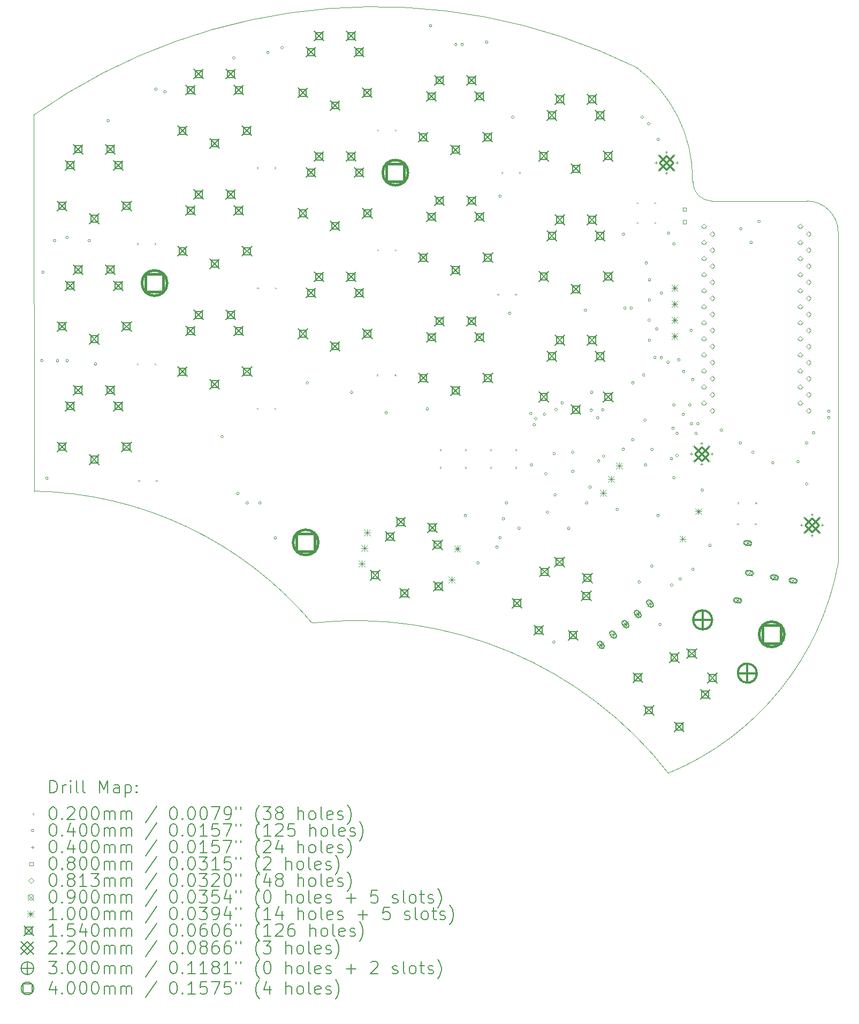
<source format=gbr>
%FSLAX45Y45*%
G04 Gerber Fmt 4.5, Leading zero omitted, Abs format (unit mm)*
G04 Created by KiCad (PCBNEW (6.0.4-0)) date 2022-05-15 19:59:06*
%MOMM*%
%LPD*%
G01*
G04 APERTURE LIST*
%TA.AperFunction,Profile*%
%ADD10C,0.050000*%
%TD*%
%ADD11C,0.200000*%
%ADD12C,0.020000*%
%ADD13C,0.040000*%
%ADD14C,0.080000*%
%ADD15C,0.081280*%
%ADD16C,0.090000*%
%ADD17C,0.100000*%
%ADD18C,0.154000*%
%ADD19C,0.220000*%
%ADD20C,0.300000*%
%ADD21C,0.400000*%
G04 APERTURE END LIST*
D10*
X18194931Y-6960571D02*
X18200000Y-6975000D01*
X18500000Y-7275000D02*
X20000000Y-7275000D01*
X18194932Y-6960571D02*
G75*
G03*
X17303750Y-5159375I-2197522J33791D01*
G01*
X7774954Y-5914571D02*
X7779480Y-11863649D01*
X12174926Y-13949323D02*
G75*
G03*
X7779480Y-11863649I-4496261J-3801207D01*
G01*
X17812861Y-16325288D02*
G75*
G03*
X12174925Y-13949323I-4949949J-3868630D01*
G01*
X18200000Y-6975000D02*
G75*
G03*
X18500000Y-7275000I300000J0D01*
G01*
X20500000Y-7775000D02*
X20500000Y-13000000D01*
X17812861Y-16325288D02*
G75*
G03*
X20500000Y-13000000I-1704573J4125824D01*
G01*
X20500000Y-7775000D02*
G75*
G03*
X20000000Y-7275000I-500000J0D01*
G01*
X17303750Y-5159375D02*
G75*
G03*
X7774954Y-5914571I-4127500J-8413750D01*
G01*
D11*
D12*
X9406875Y-7941250D02*
X9426875Y-7961250D01*
X9426875Y-7941250D02*
X9406875Y-7961250D01*
X9406875Y-9841250D02*
X9426875Y-9861250D01*
X9426875Y-9841250D02*
X9406875Y-9861250D01*
X9425000Y-11690000D02*
X9445000Y-11710000D01*
X9445000Y-11690000D02*
X9425000Y-11710000D01*
X9686875Y-7941250D02*
X9706875Y-7961250D01*
X9706875Y-7941250D02*
X9686875Y-7961250D01*
X9686875Y-9841250D02*
X9706875Y-9861250D01*
X9706875Y-9841250D02*
X9686875Y-9861250D01*
X9705000Y-11690000D02*
X9725000Y-11710000D01*
X9725000Y-11690000D02*
X9705000Y-11710000D01*
X11298750Y-10546875D02*
X11318750Y-10566875D01*
X11318750Y-10546875D02*
X11298750Y-10566875D01*
X11301875Y-6741250D02*
X11321875Y-6761250D01*
X11321875Y-6741250D02*
X11301875Y-6761250D01*
X11306875Y-8641250D02*
X11326875Y-8661250D01*
X11326875Y-8641250D02*
X11306875Y-8661250D01*
X11578750Y-10546875D02*
X11598750Y-10566875D01*
X11598750Y-10546875D02*
X11578750Y-10566875D01*
X11581875Y-6741250D02*
X11601875Y-6761250D01*
X11601875Y-6741250D02*
X11581875Y-6761250D01*
X11586875Y-8641250D02*
X11606875Y-8661250D01*
X11606875Y-8641250D02*
X11586875Y-8661250D01*
X13200000Y-10015000D02*
X13220000Y-10035000D01*
X13220000Y-10015000D02*
X13200000Y-10035000D01*
X13206875Y-6141250D02*
X13226875Y-6161250D01*
X13226875Y-6141250D02*
X13206875Y-6161250D01*
X13206875Y-8041250D02*
X13226875Y-8061250D01*
X13226875Y-8041250D02*
X13206875Y-8061250D01*
X13480000Y-10015000D02*
X13500000Y-10035000D01*
X13500000Y-10015000D02*
X13480000Y-10035000D01*
X13486875Y-6141250D02*
X13506875Y-6161250D01*
X13506875Y-6141250D02*
X13486875Y-6161250D01*
X13486875Y-8041250D02*
X13506875Y-8061250D01*
X13506875Y-8041250D02*
X13486875Y-8061250D01*
X14198125Y-11200625D02*
X14218125Y-11220625D01*
X14218125Y-11200625D02*
X14198125Y-11220625D01*
X14198125Y-11480625D02*
X14218125Y-11500625D01*
X14218125Y-11480625D02*
X14198125Y-11500625D01*
X14595000Y-11200625D02*
X14615000Y-11220625D01*
X14615000Y-11200625D02*
X14595000Y-11220625D01*
X14595000Y-11480625D02*
X14615000Y-11500625D01*
X14615000Y-11480625D02*
X14595000Y-11500625D01*
X14991875Y-11200625D02*
X15011875Y-11220625D01*
X15011875Y-11200625D02*
X14991875Y-11220625D01*
X14991875Y-11480625D02*
X15011875Y-11500625D01*
X15011875Y-11480625D02*
X14991875Y-11500625D01*
X15106875Y-8741250D02*
X15126875Y-8761250D01*
X15126875Y-8741250D02*
X15106875Y-8761250D01*
X15169375Y-6816250D02*
X15189375Y-6836250D01*
X15189375Y-6816250D02*
X15169375Y-6836250D01*
X15386875Y-8741250D02*
X15406875Y-8761250D01*
X15406875Y-8741250D02*
X15386875Y-8761250D01*
X15388750Y-11200625D02*
X15408750Y-11220625D01*
X15408750Y-11200625D02*
X15388750Y-11220625D01*
X15388750Y-11480625D02*
X15408750Y-11500625D01*
X15408750Y-11480625D02*
X15388750Y-11500625D01*
X15449375Y-6816250D02*
X15469375Y-6836250D01*
X15469375Y-6816250D02*
X15449375Y-6836250D01*
X17312500Y-7292500D02*
X17332500Y-7312500D01*
X17332500Y-7292500D02*
X17312500Y-7312500D01*
X17312500Y-7610000D02*
X17332500Y-7630000D01*
X17332500Y-7610000D02*
X17312500Y-7630000D01*
X17592500Y-7292500D02*
X17612500Y-7312500D01*
X17612500Y-7292500D02*
X17592500Y-7312500D01*
X17592500Y-7610000D02*
X17612500Y-7630000D01*
X17612500Y-7610000D02*
X17592500Y-7630000D01*
X18900000Y-12372500D02*
X18920000Y-12392500D01*
X18920000Y-12372500D02*
X18900000Y-12392500D01*
X18906875Y-12041250D02*
X18926875Y-12061250D01*
X18926875Y-12041250D02*
X18906875Y-12061250D01*
X19180000Y-12372500D02*
X19200000Y-12392500D01*
X19200000Y-12372500D02*
X19180000Y-12392500D01*
X19186875Y-12041250D02*
X19206875Y-12061250D01*
X19206875Y-12041250D02*
X19186875Y-12061250D01*
D13*
X7920000Y-9800000D02*
G75*
G03*
X7920000Y-9800000I-20000J0D01*
G01*
X7940000Y-8400000D02*
G75*
G03*
X7940000Y-8400000I-20000J0D01*
G01*
X8000000Y-11660000D02*
G75*
G03*
X8000000Y-11660000I-20000J0D01*
G01*
X8120000Y-7900000D02*
G75*
G03*
X8120000Y-7900000I-20000J0D01*
G01*
X8170000Y-9800000D02*
G75*
G03*
X8170000Y-9800000I-20000J0D01*
G01*
X8320000Y-7850000D02*
G75*
G03*
X8320000Y-7850000I-20000J0D01*
G01*
X8320000Y-9800000D02*
G75*
G03*
X8320000Y-9800000I-20000J0D01*
G01*
X8670000Y-7900000D02*
G75*
G03*
X8670000Y-7900000I-20000J0D01*
G01*
X8770000Y-9850000D02*
G75*
G03*
X8770000Y-9850000I-20000J0D01*
G01*
X8970000Y-6006312D02*
G75*
G03*
X8970000Y-6006312I-20000J0D01*
G01*
X9723868Y-5503868D02*
G75*
G03*
X9723868Y-5503868I-20000J0D01*
G01*
X9869021Y-5549021D02*
G75*
G03*
X9869021Y-5549021I-20000J0D01*
G01*
X10770000Y-11000000D02*
G75*
G03*
X10770000Y-11000000I-20000J0D01*
G01*
X10958730Y-5011270D02*
G75*
G03*
X10958730Y-5011270I-20000J0D01*
G01*
X11020000Y-11900000D02*
G75*
G03*
X11020000Y-11900000I-20000J0D01*
G01*
X11170000Y-12050000D02*
G75*
G03*
X11170000Y-12050000I-20000J0D01*
G01*
X11370000Y-12050000D02*
G75*
G03*
X11370000Y-12050000I-20000J0D01*
G01*
X11497262Y-4927262D02*
G75*
G03*
X11497262Y-4927262I-20000J0D01*
G01*
X11616461Y-12603539D02*
G75*
G03*
X11616461Y-12603539I-20000J0D01*
G01*
X11720000Y-4850000D02*
G75*
G03*
X11720000Y-4850000I-20000J0D01*
G01*
X12120000Y-10150000D02*
G75*
G03*
X12120000Y-10150000I-20000J0D01*
G01*
X12820000Y-10300000D02*
G75*
G03*
X12820000Y-10300000I-20000J0D01*
G01*
X13366578Y-10624672D02*
G75*
G03*
X13366578Y-10624672I-20000J0D01*
G01*
X14020000Y-10563750D02*
G75*
G03*
X14020000Y-10563750I-20000J0D01*
G01*
X14070000Y-4500000D02*
G75*
G03*
X14070000Y-4500000I-20000J0D01*
G01*
X14470000Y-4800000D02*
G75*
G03*
X14470000Y-4800000I-20000J0D01*
G01*
X14570000Y-4800000D02*
G75*
G03*
X14570000Y-4800000I-20000J0D01*
G01*
X14620000Y-12250000D02*
G75*
G03*
X14620000Y-12250000I-20000J0D01*
G01*
X14820000Y-13000000D02*
G75*
G03*
X14820000Y-13000000I-20000J0D01*
G01*
X14959230Y-4760770D02*
G75*
G03*
X14959230Y-4760770I-20000J0D01*
G01*
X15120000Y-12750000D02*
G75*
G03*
X15120000Y-12750000I-20000J0D01*
G01*
X15170000Y-7200000D02*
G75*
G03*
X15170000Y-7200000I-20000J0D01*
G01*
X15170000Y-12600000D02*
G75*
G03*
X15170000Y-12600000I-20000J0D01*
G01*
X15220000Y-12300000D02*
G75*
G03*
X15220000Y-12300000I-20000J0D01*
G01*
X15270115Y-12050115D02*
G75*
G03*
X15270115Y-12050115I-20000J0D01*
G01*
X15320000Y-9050000D02*
G75*
G03*
X15320000Y-9050000I-20000J0D01*
G01*
X15370000Y-5950000D02*
G75*
G03*
X15370000Y-5950000I-20000J0D01*
G01*
X15470000Y-12450000D02*
G75*
G03*
X15470000Y-12450000I-20000J0D01*
G01*
X15656875Y-10636250D02*
G75*
G03*
X15656875Y-10636250I-20000J0D01*
G01*
X15666016Y-11447986D02*
G75*
G03*
X15666016Y-11447986I-20000J0D01*
G01*
X15709886Y-10814083D02*
G75*
G03*
X15709886Y-10814083I-20000J0D01*
G01*
X15734671Y-10717204D02*
G75*
G03*
X15734671Y-10717204I-20000J0D01*
G01*
X15871265Y-10648735D02*
G75*
G03*
X15871265Y-10648735I-20000J0D01*
G01*
X15895000Y-11588750D02*
G75*
G03*
X15895000Y-11588750I-20000J0D01*
G01*
X15921266Y-12198734D02*
G75*
G03*
X15921266Y-12198734I-20000J0D01*
G01*
X16020000Y-14250000D02*
G75*
G03*
X16020000Y-14250000I-20000J0D01*
G01*
X16025000Y-11271250D02*
G75*
G03*
X16025000Y-11271250I-20000J0D01*
G01*
X16039375Y-11920625D02*
G75*
G03*
X16039375Y-11920625I-20000J0D01*
G01*
X16055625Y-10573750D02*
G75*
G03*
X16055625Y-10573750I-20000J0D01*
G01*
X16152810Y-10466324D02*
G75*
G03*
X16152810Y-10466324I-20000J0D01*
G01*
X16254474Y-12450000D02*
G75*
G03*
X16254474Y-12450000I-20000J0D01*
G01*
X16320000Y-11250000D02*
G75*
G03*
X16320000Y-11250000I-20000J0D01*
G01*
X16320000Y-11550000D02*
G75*
G03*
X16320000Y-11550000I-20000J0D01*
G01*
X16520000Y-9000000D02*
G75*
G03*
X16520000Y-9000000I-20000J0D01*
G01*
X16537434Y-12051261D02*
G75*
G03*
X16537434Y-12051261I-20000J0D01*
G01*
X16592500Y-11800000D02*
G75*
G03*
X16592500Y-11800000I-20000J0D01*
G01*
X16613566Y-10582402D02*
G75*
G03*
X16613566Y-10582402I-20000J0D01*
G01*
X16620000Y-10300000D02*
G75*
G03*
X16620000Y-10300000I-20000J0D01*
G01*
X16715085Y-10704915D02*
G75*
G03*
X16715085Y-10704915I-20000J0D01*
G01*
X16731162Y-11386306D02*
G75*
G03*
X16731162Y-11386306I-20000J0D01*
G01*
X16795709Y-10575710D02*
G75*
G03*
X16795709Y-10575710I-20000J0D01*
G01*
X16807484Y-11309984D02*
G75*
G03*
X16807484Y-11309984I-20000J0D01*
G01*
X17021890Y-12151890D02*
G75*
G03*
X17021890Y-12151890I-20000J0D01*
G01*
X17120000Y-7800000D02*
G75*
G03*
X17120000Y-7800000I-20000J0D01*
G01*
X17120000Y-11200000D02*
G75*
G03*
X17120000Y-11200000I-20000J0D01*
G01*
X17144375Y-8969375D02*
G75*
G03*
X17144375Y-8969375I-20000J0D01*
G01*
X17244375Y-8969375D02*
G75*
G03*
X17244375Y-8969375I-20000J0D01*
G01*
X17270000Y-10150000D02*
G75*
G03*
X17270000Y-10150000I-20000J0D01*
G01*
X17270000Y-11050000D02*
G75*
G03*
X17270000Y-11050000I-20000J0D01*
G01*
X17370000Y-13300000D02*
G75*
G03*
X17370000Y-13300000I-20000J0D01*
G01*
X17420000Y-5950000D02*
G75*
G03*
X17420000Y-5950000I-20000J0D01*
G01*
X17441327Y-10026142D02*
G75*
G03*
X17441327Y-10026142I-20000J0D01*
G01*
X17462428Y-10742428D02*
G75*
G03*
X17462428Y-10742428I-20000J0D01*
G01*
X17470000Y-11450000D02*
G75*
G03*
X17470000Y-11450000I-20000J0D01*
G01*
X17482500Y-8255000D02*
G75*
G03*
X17482500Y-8255000I-20000J0D01*
G01*
X17520000Y-6050000D02*
G75*
G03*
X17520000Y-6050000I-20000J0D01*
G01*
X17528125Y-9157500D02*
G75*
G03*
X17528125Y-9157500I-20000J0D01*
G01*
X17532500Y-8522500D02*
G75*
G03*
X17532500Y-8522500I-20000J0D01*
G01*
X17532500Y-8840000D02*
G75*
G03*
X17532500Y-8840000I-20000J0D01*
G01*
X17532500Y-9475000D02*
G75*
G03*
X17532500Y-9475000I-20000J0D01*
G01*
X17570000Y-13050000D02*
G75*
G03*
X17570000Y-13050000I-20000J0D01*
G01*
X17573453Y-11203453D02*
G75*
G03*
X17573453Y-11203453I-20000J0D01*
G01*
X17620000Y-9750000D02*
G75*
G03*
X17620000Y-9750000I-20000J0D01*
G01*
X17648125Y-9300000D02*
G75*
G03*
X17648125Y-9300000I-20000J0D01*
G01*
X17670000Y-6300000D02*
G75*
G03*
X17670000Y-6300000I-20000J0D01*
G01*
X17670000Y-12250000D02*
G75*
G03*
X17670000Y-12250000I-20000J0D01*
G01*
X17699049Y-13970951D02*
G75*
G03*
X17699049Y-13970951I-20000J0D01*
G01*
X17720625Y-8731250D02*
G75*
G03*
X17720625Y-8731250I-20000J0D01*
G01*
X17720625Y-9753325D02*
G75*
G03*
X17720625Y-9753325I-20000J0D01*
G01*
X17826952Y-9825826D02*
G75*
G03*
X17826952Y-9825826I-20000J0D01*
G01*
X17834200Y-7783000D02*
G75*
G03*
X17834200Y-7783000I-20000J0D01*
G01*
X17879375Y-11350625D02*
G75*
G03*
X17879375Y-11350625I-20000J0D01*
G01*
X17884052Y-13350000D02*
G75*
G03*
X17884052Y-13350000I-20000J0D01*
G01*
X17907088Y-10869817D02*
G75*
G03*
X17907088Y-10869817I-20000J0D01*
G01*
X17920000Y-7950000D02*
G75*
G03*
X17920000Y-7950000I-20000J0D01*
G01*
X17920000Y-10500000D02*
G75*
G03*
X17920000Y-10500000I-20000J0D01*
G01*
X17920000Y-11650000D02*
G75*
G03*
X17920000Y-11650000I-20000J0D01*
G01*
X17970000Y-10950000D02*
G75*
G03*
X17970000Y-10950000I-20000J0D01*
G01*
X17970000Y-11300000D02*
G75*
G03*
X17970000Y-11300000I-20000J0D01*
G01*
X17998383Y-9787791D02*
G75*
G03*
X17998383Y-9787791I-20000J0D01*
G01*
X18020000Y-13250000D02*
G75*
G03*
X18020000Y-13250000I-20000J0D01*
G01*
X18070000Y-10650000D02*
G75*
G03*
X18070000Y-10650000I-20000J0D01*
G01*
X18076500Y-9972501D02*
G75*
G03*
X18076500Y-9972501I-20000J0D01*
G01*
X18170000Y-10500000D02*
G75*
G03*
X18170000Y-10500000I-20000J0D01*
G01*
X18192501Y-9321828D02*
G75*
G03*
X18192501Y-9321828I-20000J0D01*
G01*
X18196875Y-10795000D02*
G75*
G03*
X18196875Y-10795000I-20000J0D01*
G01*
X18220000Y-10100000D02*
G75*
G03*
X18220000Y-10100000I-20000J0D01*
G01*
X18220000Y-13100000D02*
G75*
G03*
X18220000Y-13100000I-20000J0D01*
G01*
X18270000Y-10950000D02*
G75*
G03*
X18270000Y-10950000I-20000J0D01*
G01*
X18298140Y-10796265D02*
G75*
G03*
X18298140Y-10796265I-20000J0D01*
G01*
X18368576Y-11848576D02*
G75*
G03*
X18368576Y-11848576I-20000J0D01*
G01*
X18491196Y-12721196D02*
G75*
G03*
X18491196Y-12721196I-20000J0D01*
G01*
X18670000Y-10900000D02*
G75*
G03*
X18670000Y-10900000I-20000J0D01*
G01*
X18970000Y-11100000D02*
G75*
G03*
X18970000Y-11100000I-20000J0D01*
G01*
X18977200Y-7714774D02*
G75*
G03*
X18977200Y-7714774I-20000J0D01*
G01*
X19141750Y-7928250D02*
G75*
G03*
X19141750Y-7928250I-20000J0D01*
G01*
X19170000Y-11250000D02*
G75*
G03*
X19170000Y-11250000I-20000J0D01*
G01*
X19267000Y-7595000D02*
G75*
G03*
X19267000Y-7595000I-20000J0D01*
G01*
X19484995Y-11414995D02*
G75*
G03*
X19484995Y-11414995I-20000J0D01*
G01*
X19883912Y-11400000D02*
G75*
G03*
X19883912Y-11400000I-20000J0D01*
G01*
X20020000Y-11100000D02*
G75*
G03*
X20020000Y-11100000I-20000J0D01*
G01*
X20020000Y-11750000D02*
G75*
G03*
X20020000Y-11750000I-20000J0D01*
G01*
X20128426Y-10941574D02*
G75*
G03*
X20128426Y-10941574I-20000J0D01*
G01*
X20370000Y-10600000D02*
G75*
G03*
X20370000Y-10600000I-20000J0D01*
G01*
X20370000Y-10700000D02*
G75*
G03*
X20370000Y-10700000I-20000J0D01*
G01*
X17615000Y-6647500D02*
X17615000Y-6687500D01*
X17595000Y-6667500D02*
X17635000Y-6667500D01*
X17663327Y-6530827D02*
X17663327Y-6570827D01*
X17643327Y-6550827D02*
X17683327Y-6550827D01*
X17663327Y-6764173D02*
X17663327Y-6804173D01*
X17643327Y-6784173D02*
X17683327Y-6784173D01*
X17780000Y-6482500D02*
X17780000Y-6522500D01*
X17760000Y-6502500D02*
X17800000Y-6502500D01*
X17780000Y-6812500D02*
X17780000Y-6852500D01*
X17760000Y-6832500D02*
X17800000Y-6832500D01*
X17896673Y-6530827D02*
X17896673Y-6570827D01*
X17876673Y-6550827D02*
X17916673Y-6550827D01*
X17896673Y-6764173D02*
X17896673Y-6804173D01*
X17876673Y-6784173D02*
X17916673Y-6784173D01*
X17945000Y-6647500D02*
X17945000Y-6687500D01*
X17925000Y-6667500D02*
X17965000Y-6667500D01*
X18170625Y-11251250D02*
X18170625Y-11291250D01*
X18150625Y-11271250D02*
X18190625Y-11271250D01*
X18218952Y-11134577D02*
X18218952Y-11174577D01*
X18198952Y-11154577D02*
X18238952Y-11154577D01*
X18218952Y-11367923D02*
X18218952Y-11407923D01*
X18198952Y-11387923D02*
X18238952Y-11387923D01*
X18335625Y-11086250D02*
X18335625Y-11126250D01*
X18315625Y-11106250D02*
X18355625Y-11106250D01*
X18335625Y-11416250D02*
X18335625Y-11456250D01*
X18315625Y-11436250D02*
X18355625Y-11436250D01*
X18452298Y-11134577D02*
X18452298Y-11174577D01*
X18432298Y-11154577D02*
X18472298Y-11154577D01*
X18452298Y-11367923D02*
X18452298Y-11407923D01*
X18432298Y-11387923D02*
X18472298Y-11387923D01*
X18500625Y-11251250D02*
X18500625Y-11291250D01*
X18480625Y-11271250D02*
X18520625Y-11271250D01*
X19916875Y-12380000D02*
X19916875Y-12420000D01*
X19896875Y-12400000D02*
X19936875Y-12400000D01*
X19965202Y-12263327D02*
X19965202Y-12303327D01*
X19945202Y-12283327D02*
X19985202Y-12283327D01*
X19965202Y-12496673D02*
X19965202Y-12536673D01*
X19945202Y-12516673D02*
X19985202Y-12516673D01*
X20081875Y-12215000D02*
X20081875Y-12255000D01*
X20061875Y-12235000D02*
X20101875Y-12235000D01*
X20081875Y-12545000D02*
X20081875Y-12585000D01*
X20061875Y-12565000D02*
X20101875Y-12565000D01*
X20198548Y-12263327D02*
X20198548Y-12303327D01*
X20178548Y-12283327D02*
X20218548Y-12283327D01*
X20198548Y-12496673D02*
X20198548Y-12536673D01*
X20178548Y-12516673D02*
X20218548Y-12516673D01*
X20246875Y-12380000D02*
X20246875Y-12420000D01*
X20226875Y-12400000D02*
X20266875Y-12400000D01*
D14*
X18096485Y-7433484D02*
X18096485Y-7376915D01*
X18039916Y-7376915D01*
X18039916Y-7433484D01*
X18096485Y-7433484D01*
X18096485Y-7633484D02*
X18096485Y-7576915D01*
X18039916Y-7576915D01*
X18039916Y-7633484D01*
X18096485Y-7633484D01*
D15*
X18374875Y-7714890D02*
X18415515Y-7674250D01*
X18374875Y-7633610D01*
X18334235Y-7674250D01*
X18374875Y-7714890D01*
X18374875Y-7968890D02*
X18415515Y-7928250D01*
X18374875Y-7887610D01*
X18334235Y-7928250D01*
X18374875Y-7968890D01*
X18374875Y-8222890D02*
X18415515Y-8182250D01*
X18374875Y-8141610D01*
X18334235Y-8182250D01*
X18374875Y-8222890D01*
X18374875Y-8476890D02*
X18415515Y-8436250D01*
X18374875Y-8395610D01*
X18334235Y-8436250D01*
X18374875Y-8476890D01*
X18374875Y-8730890D02*
X18415515Y-8690250D01*
X18374875Y-8649610D01*
X18334235Y-8690250D01*
X18374875Y-8730890D01*
X18374875Y-8984890D02*
X18415515Y-8944250D01*
X18374875Y-8903610D01*
X18334235Y-8944250D01*
X18374875Y-8984890D01*
X18374875Y-9238890D02*
X18415515Y-9198250D01*
X18374875Y-9157610D01*
X18334235Y-9198250D01*
X18374875Y-9238890D01*
X18374875Y-9492890D02*
X18415515Y-9452250D01*
X18374875Y-9411610D01*
X18334235Y-9452250D01*
X18374875Y-9492890D01*
X18374875Y-9746890D02*
X18415515Y-9706250D01*
X18374875Y-9665610D01*
X18334235Y-9706250D01*
X18374875Y-9746890D01*
X18374875Y-10000890D02*
X18415515Y-9960250D01*
X18374875Y-9919610D01*
X18334235Y-9960250D01*
X18374875Y-10000890D01*
X18374875Y-10254890D02*
X18415515Y-10214250D01*
X18374875Y-10173610D01*
X18334235Y-10214250D01*
X18374875Y-10254890D01*
X18374875Y-10508890D02*
X18415515Y-10468250D01*
X18374875Y-10427610D01*
X18334235Y-10468250D01*
X18374875Y-10508890D01*
X18504757Y-7834464D02*
X18545397Y-7793824D01*
X18504757Y-7753184D01*
X18464117Y-7793824D01*
X18504757Y-7834464D01*
X18504757Y-8088464D02*
X18545397Y-8047824D01*
X18504757Y-8007184D01*
X18464117Y-8047824D01*
X18504757Y-8088464D01*
X18504757Y-8342464D02*
X18545397Y-8301824D01*
X18504757Y-8261184D01*
X18464117Y-8301824D01*
X18504757Y-8342464D01*
X18504757Y-8596465D02*
X18545397Y-8555825D01*
X18504757Y-8515185D01*
X18464117Y-8555825D01*
X18504757Y-8596465D01*
X18504757Y-8850465D02*
X18545397Y-8809825D01*
X18504757Y-8769185D01*
X18464117Y-8809825D01*
X18504757Y-8850465D01*
X18504757Y-9104465D02*
X18545397Y-9063825D01*
X18504757Y-9023185D01*
X18464117Y-9063825D01*
X18504757Y-9104465D01*
X18504757Y-9358465D02*
X18545397Y-9317825D01*
X18504757Y-9277185D01*
X18464117Y-9317825D01*
X18504757Y-9358465D01*
X18504757Y-9612465D02*
X18545397Y-9571825D01*
X18504757Y-9531185D01*
X18464117Y-9571825D01*
X18504757Y-9612465D01*
X18504757Y-9866465D02*
X18545397Y-9825825D01*
X18504757Y-9785185D01*
X18464117Y-9825825D01*
X18504757Y-9866465D01*
X18504757Y-10120465D02*
X18545397Y-10079825D01*
X18504757Y-10039185D01*
X18464117Y-10079825D01*
X18504757Y-10120465D01*
X18504757Y-10374465D02*
X18545397Y-10333825D01*
X18504757Y-10293185D01*
X18464117Y-10333825D01*
X18504757Y-10374465D01*
X18504757Y-10628465D02*
X18545397Y-10587825D01*
X18504757Y-10547185D01*
X18464117Y-10587825D01*
X18504757Y-10628465D01*
X19898875Y-7714890D02*
X19939515Y-7674250D01*
X19898875Y-7633610D01*
X19858235Y-7674250D01*
X19898875Y-7714890D01*
X19898875Y-7968890D02*
X19939515Y-7928250D01*
X19898875Y-7887610D01*
X19858235Y-7928250D01*
X19898875Y-7968890D01*
X19898875Y-8222890D02*
X19939515Y-8182250D01*
X19898875Y-8141610D01*
X19858235Y-8182250D01*
X19898875Y-8222890D01*
X19898875Y-8476890D02*
X19939515Y-8436250D01*
X19898875Y-8395610D01*
X19858235Y-8436250D01*
X19898875Y-8476890D01*
X19898875Y-8730890D02*
X19939515Y-8690250D01*
X19898875Y-8649610D01*
X19858235Y-8690250D01*
X19898875Y-8730890D01*
X19898875Y-8984890D02*
X19939515Y-8944250D01*
X19898875Y-8903610D01*
X19858235Y-8944250D01*
X19898875Y-8984890D01*
X19898875Y-9238890D02*
X19939515Y-9198250D01*
X19898875Y-9157610D01*
X19858235Y-9198250D01*
X19898875Y-9238890D01*
X19898875Y-9492890D02*
X19939515Y-9452250D01*
X19898875Y-9411610D01*
X19858235Y-9452250D01*
X19898875Y-9492890D01*
X19898875Y-9746890D02*
X19939515Y-9706250D01*
X19898875Y-9665610D01*
X19858235Y-9706250D01*
X19898875Y-9746890D01*
X19898875Y-10000890D02*
X19939515Y-9960250D01*
X19898875Y-9919610D01*
X19858235Y-9960250D01*
X19898875Y-10000890D01*
X19898875Y-10254890D02*
X19939515Y-10214250D01*
X19898875Y-10173610D01*
X19858235Y-10214250D01*
X19898875Y-10254890D01*
X19898875Y-10508890D02*
X19939515Y-10468250D01*
X19898875Y-10427610D01*
X19858235Y-10468250D01*
X19898875Y-10508890D01*
X20028757Y-7834464D02*
X20069397Y-7793824D01*
X20028757Y-7753184D01*
X19988117Y-7793824D01*
X20028757Y-7834464D01*
X20028757Y-8088464D02*
X20069397Y-8047824D01*
X20028757Y-8007184D01*
X19988117Y-8047824D01*
X20028757Y-8088464D01*
X20028757Y-8342464D02*
X20069397Y-8301824D01*
X20028757Y-8261184D01*
X19988117Y-8301824D01*
X20028757Y-8342464D01*
X20028757Y-8596465D02*
X20069397Y-8555825D01*
X20028757Y-8515185D01*
X19988117Y-8555825D01*
X20028757Y-8596465D01*
X20028757Y-8850465D02*
X20069397Y-8809825D01*
X20028757Y-8769185D01*
X19988117Y-8809825D01*
X20028757Y-8850465D01*
X20028757Y-9104465D02*
X20069397Y-9063825D01*
X20028757Y-9023185D01*
X19988117Y-9063825D01*
X20028757Y-9104465D01*
X20028757Y-9358465D02*
X20069397Y-9317825D01*
X20028757Y-9277185D01*
X19988117Y-9317825D01*
X20028757Y-9358465D01*
X20028757Y-9612465D02*
X20069397Y-9571825D01*
X20028757Y-9531185D01*
X19988117Y-9571825D01*
X20028757Y-9612465D01*
X20028757Y-9866465D02*
X20069397Y-9825825D01*
X20028757Y-9785185D01*
X19988117Y-9825825D01*
X20028757Y-9866465D01*
X20028757Y-10120465D02*
X20069397Y-10079825D01*
X20028757Y-10039185D01*
X19988117Y-10079825D01*
X20028757Y-10120465D01*
X20028757Y-10374465D02*
X20069397Y-10333825D01*
X20028757Y-10293185D01*
X19988117Y-10333825D01*
X20028757Y-10374465D01*
X20028757Y-10628465D02*
X20069397Y-10587825D01*
X20028757Y-10547185D01*
X19988117Y-10587825D01*
X20028757Y-10628465D01*
D16*
X18862289Y-13546789D02*
X18952289Y-13636789D01*
X18952289Y-13546789D02*
X18862289Y-13636789D01*
X18952289Y-13591789D02*
G75*
G03*
X18952289Y-13591789I-45000J0D01*
G01*
D11*
X18942911Y-13562530D02*
X18883823Y-13552111D01*
X18930756Y-13631467D02*
X18871667Y-13621048D01*
X18883823Y-13552111D02*
G75*
G03*
X18871667Y-13621048I-6078J-34468D01*
G01*
X18930756Y-13631467D02*
G75*
G03*
X18942911Y-13562530I6078J34468D01*
G01*
D16*
X19022045Y-12640766D02*
X19112045Y-12730766D01*
X19112045Y-12640766D02*
X19022045Y-12730766D01*
X19112045Y-12685766D02*
G75*
G03*
X19112045Y-12685766I-45000J0D01*
G01*
D11*
X19102667Y-12656507D02*
X19043579Y-12646088D01*
X19090512Y-12725444D02*
X19031424Y-12715025D01*
X19043579Y-12646088D02*
G75*
G03*
X19031424Y-12715025I-6078J-34468D01*
G01*
X19090512Y-12725444D02*
G75*
G03*
X19102667Y-12656507I6078J34468D01*
G01*
D16*
X19050496Y-13112879D02*
X19140496Y-13202879D01*
X19140496Y-13112879D02*
X19050496Y-13202879D01*
X19140496Y-13157879D02*
G75*
G03*
X19140496Y-13157879I-45000J0D01*
G01*
D11*
X19131118Y-13128620D02*
X19072030Y-13118201D01*
X19118963Y-13197557D02*
X19059874Y-13187138D01*
X19072030Y-13118201D02*
G75*
G03*
X19059874Y-13187138I-6078J-34468D01*
G01*
X19118963Y-13197557D02*
G75*
G03*
X19131118Y-13128620I6078J34468D01*
G01*
D16*
X19444419Y-13182338D02*
X19534419Y-13272338D01*
X19534419Y-13182338D02*
X19444419Y-13272338D01*
X19534419Y-13227338D02*
G75*
G03*
X19534419Y-13227338I-45000J0D01*
G01*
D11*
X19525041Y-13198079D02*
X19465953Y-13187660D01*
X19512886Y-13267016D02*
X19453797Y-13256597D01*
X19465953Y-13187660D02*
G75*
G03*
X19453797Y-13256597I-6078J-34468D01*
G01*
X19512886Y-13267016D02*
G75*
G03*
X19525041Y-13198079I6078J34468D01*
G01*
D16*
X19739862Y-13234433D02*
X19829862Y-13324433D01*
X19829862Y-13234433D02*
X19739862Y-13324433D01*
X19829862Y-13279433D02*
G75*
G03*
X19829862Y-13279433I-45000J0D01*
G01*
D11*
X19820483Y-13250174D02*
X19761395Y-13239755D01*
X19808328Y-13319110D02*
X19749240Y-13308691D01*
X19761395Y-13239755D02*
G75*
G03*
X19749240Y-13308691I-6078J-34468D01*
G01*
X19808328Y-13319110D02*
G75*
G03*
X19820483Y-13250174I6078J34468D01*
G01*
D17*
X12909232Y-12962841D02*
X13009232Y-13062841D01*
X13009232Y-12962841D02*
X12909232Y-13062841D01*
X12959232Y-12962841D02*
X12959232Y-13062841D01*
X12909232Y-13012841D02*
X13009232Y-13012841D01*
X12952644Y-12716639D02*
X13052644Y-12816639D01*
X13052644Y-12716639D02*
X12952644Y-12816639D01*
X13002644Y-12716639D02*
X13002644Y-12816639D01*
X12952644Y-12766639D02*
X13052644Y-12766639D01*
X12996056Y-12470437D02*
X13096056Y-12570437D01*
X13096056Y-12470437D02*
X12996056Y-12570437D01*
X13046056Y-12470437D02*
X13046056Y-12570437D01*
X12996056Y-12520437D02*
X13096056Y-12520437D01*
X14337203Y-13214631D02*
X14437203Y-13314631D01*
X14437203Y-13214631D02*
X14337203Y-13314631D01*
X14387203Y-13214631D02*
X14387203Y-13314631D01*
X14337203Y-13264631D02*
X14437203Y-13264631D01*
X14424027Y-12722227D02*
X14524027Y-12822227D01*
X14524027Y-12722227D02*
X14424027Y-12822227D01*
X14474027Y-12722227D02*
X14474027Y-12822227D01*
X14424027Y-12772227D02*
X14524027Y-12772227D01*
X16693414Y-14245411D02*
X16793414Y-14345411D01*
X16793414Y-14245411D02*
X16693414Y-14345411D01*
X16743414Y-14245411D02*
X16743414Y-14345411D01*
X16693414Y-14295411D02*
X16793414Y-14295411D01*
D11*
X16696702Y-14301971D02*
X16728841Y-14340273D01*
X16757986Y-14250548D02*
X16790125Y-14288850D01*
X16728841Y-14340273D02*
G75*
G03*
X16790125Y-14288850I30642J25712D01*
G01*
X16757986Y-14250548D02*
G75*
G03*
X16696702Y-14301971I-30642J-25712D01*
G01*
D17*
X16732356Y-11842756D02*
X16832356Y-11942756D01*
X16832356Y-11842756D02*
X16732356Y-11942756D01*
X16782356Y-11842756D02*
X16782356Y-11942756D01*
X16732356Y-11892756D02*
X16832356Y-11892756D01*
X16857356Y-11626250D02*
X16957356Y-11726250D01*
X16957356Y-11626250D02*
X16857356Y-11726250D01*
X16907356Y-11626250D02*
X16907356Y-11726250D01*
X16857356Y-11676250D02*
X16957356Y-11676250D01*
X16887989Y-14082143D02*
X16987989Y-14182143D01*
X16987989Y-14082143D02*
X16887989Y-14182143D01*
X16937989Y-14082143D02*
X16937989Y-14182143D01*
X16887989Y-14132143D02*
X16987989Y-14132143D01*
D11*
X16891277Y-14138703D02*
X16923417Y-14177005D01*
X16952561Y-14087280D02*
X16984700Y-14125582D01*
X16923417Y-14177005D02*
G75*
G03*
X16984700Y-14125582I30642J25712D01*
G01*
X16952561Y-14087280D02*
G75*
G03*
X16891277Y-14138703I-30642J-25712D01*
G01*
D17*
X16982356Y-11409744D02*
X17082356Y-11509744D01*
X17082356Y-11409744D02*
X16982356Y-11509744D01*
X17032356Y-11409744D02*
X17032356Y-11509744D01*
X16982356Y-11459744D02*
X17082356Y-11459744D01*
X17082564Y-13918875D02*
X17182564Y-14018875D01*
X17182564Y-13918875D02*
X17082564Y-14018875D01*
X17132564Y-13918875D02*
X17132564Y-14018875D01*
X17082564Y-13968875D02*
X17182564Y-13968875D01*
D11*
X17085853Y-13975435D02*
X17117992Y-14013737D01*
X17147136Y-13924012D02*
X17179276Y-13962314D01*
X17117992Y-14013737D02*
G75*
G03*
X17179276Y-13962314I30642J25712D01*
G01*
X17147136Y-13924012D02*
G75*
G03*
X17085853Y-13975435I-30642J-25712D01*
G01*
D17*
X17277140Y-13755607D02*
X17377140Y-13855607D01*
X17377140Y-13755607D02*
X17277140Y-13855607D01*
X17327140Y-13755607D02*
X17327140Y-13855607D01*
X17277140Y-13805607D02*
X17377140Y-13805607D01*
D11*
X17280428Y-13812167D02*
X17312567Y-13850469D01*
X17341712Y-13760744D02*
X17373851Y-13799046D01*
X17312567Y-13850469D02*
G75*
G03*
X17373851Y-13799046I30642J25712D01*
G01*
X17341712Y-13760744D02*
G75*
G03*
X17280428Y-13812167I-30642J-25712D01*
G01*
D17*
X17471715Y-13592338D02*
X17571715Y-13692338D01*
X17571715Y-13592338D02*
X17471715Y-13692338D01*
X17521715Y-13592338D02*
X17521715Y-13692338D01*
X17471715Y-13642338D02*
X17571715Y-13642338D01*
D11*
X17568426Y-13635778D02*
X17536287Y-13597476D01*
X17507143Y-13687201D02*
X17475003Y-13648899D01*
X17536287Y-13597476D02*
G75*
G03*
X17475003Y-13648899I-30642J-25712D01*
G01*
X17507143Y-13687201D02*
G75*
G03*
X17568426Y-13635778I30642J25712D01*
G01*
D17*
X17860625Y-8598750D02*
X17960625Y-8698750D01*
X17960625Y-8598750D02*
X17860625Y-8698750D01*
X17910625Y-8598750D02*
X17910625Y-8698750D01*
X17860625Y-8648750D02*
X17960625Y-8648750D01*
X17860625Y-8852750D02*
X17960625Y-8952750D01*
X17960625Y-8852750D02*
X17860625Y-8952750D01*
X17910625Y-8852750D02*
X17910625Y-8952750D01*
X17860625Y-8902750D02*
X17960625Y-8902750D01*
X17860625Y-9106750D02*
X17960625Y-9206750D01*
X17960625Y-9106750D02*
X17860625Y-9206750D01*
X17910625Y-9106750D02*
X17910625Y-9206750D01*
X17860625Y-9156750D02*
X17960625Y-9156750D01*
X17860625Y-9360750D02*
X17960625Y-9460750D01*
X17960625Y-9360750D02*
X17860625Y-9460750D01*
X17910625Y-9360750D02*
X17910625Y-9460750D01*
X17860625Y-9410750D02*
X17960625Y-9410750D01*
X17988093Y-12567756D02*
X18088093Y-12667756D01*
X18088093Y-12567756D02*
X17988093Y-12667756D01*
X18038093Y-12567756D02*
X18038093Y-12667756D01*
X17988093Y-12617756D02*
X18088093Y-12617756D01*
X18238093Y-12134744D02*
X18338093Y-12234744D01*
X18338093Y-12134744D02*
X18238093Y-12234744D01*
X18288093Y-12134744D02*
X18288093Y-12234744D01*
X18238093Y-12184744D02*
X18338093Y-12184744D01*
D18*
X8143565Y-7277235D02*
X8297565Y-7431235D01*
X8297565Y-7277235D02*
X8143565Y-7431235D01*
X8275013Y-7408683D02*
X8275013Y-7299787D01*
X8166117Y-7299787D01*
X8166117Y-7408683D01*
X8275013Y-7408683D01*
X8143565Y-9182375D02*
X8297565Y-9336375D01*
X8297565Y-9182375D02*
X8143565Y-9336375D01*
X8275013Y-9313823D02*
X8275013Y-9204927D01*
X8166117Y-9204927D01*
X8166117Y-9313823D01*
X8275013Y-9313823D01*
X8144250Y-11087375D02*
X8298250Y-11241375D01*
X8298250Y-11087375D02*
X8144250Y-11241375D01*
X8275698Y-11218823D02*
X8275698Y-11109927D01*
X8166802Y-11109927D01*
X8166802Y-11218823D01*
X8275698Y-11218823D01*
X8272565Y-6633235D02*
X8426565Y-6787235D01*
X8426565Y-6633235D02*
X8272565Y-6787235D01*
X8404013Y-6764683D02*
X8404013Y-6655787D01*
X8295117Y-6655787D01*
X8295117Y-6764683D01*
X8404013Y-6764683D01*
X8272565Y-8538375D02*
X8426565Y-8692375D01*
X8426565Y-8538375D02*
X8272565Y-8692375D01*
X8404013Y-8669823D02*
X8404013Y-8560927D01*
X8295117Y-8560927D01*
X8295117Y-8669823D01*
X8404013Y-8669823D01*
X8273250Y-10443375D02*
X8427250Y-10597375D01*
X8427250Y-10443375D02*
X8273250Y-10597375D01*
X8404698Y-10574823D02*
X8404698Y-10465927D01*
X8295802Y-10465927D01*
X8295802Y-10574823D01*
X8404698Y-10574823D01*
X8399565Y-6379235D02*
X8553565Y-6533235D01*
X8553565Y-6379235D02*
X8399565Y-6533235D01*
X8531013Y-6510683D02*
X8531013Y-6401787D01*
X8422117Y-6401787D01*
X8422117Y-6510683D01*
X8531013Y-6510683D01*
X8399565Y-8284375D02*
X8553565Y-8438375D01*
X8553565Y-8284375D02*
X8399565Y-8438375D01*
X8531013Y-8415823D02*
X8531013Y-8306927D01*
X8422117Y-8306927D01*
X8422117Y-8415823D01*
X8531013Y-8415823D01*
X8400250Y-10189375D02*
X8554250Y-10343375D01*
X8554250Y-10189375D02*
X8400250Y-10343375D01*
X8531698Y-10320823D02*
X8531698Y-10211927D01*
X8422802Y-10211927D01*
X8422802Y-10320823D01*
X8531698Y-10320823D01*
X8653565Y-7477235D02*
X8807565Y-7631235D01*
X8807565Y-7477235D02*
X8653565Y-7631235D01*
X8785013Y-7608683D02*
X8785013Y-7499787D01*
X8676117Y-7499787D01*
X8676117Y-7608683D01*
X8785013Y-7608683D01*
X8653565Y-9382375D02*
X8807565Y-9536375D01*
X8807565Y-9382375D02*
X8653565Y-9536375D01*
X8785013Y-9513823D02*
X8785013Y-9404927D01*
X8676117Y-9404927D01*
X8676117Y-9513823D01*
X8785013Y-9513823D01*
X8654250Y-11287375D02*
X8808250Y-11441375D01*
X8808250Y-11287375D02*
X8654250Y-11441375D01*
X8785698Y-11418823D02*
X8785698Y-11309927D01*
X8676802Y-11309927D01*
X8676802Y-11418823D01*
X8785698Y-11418823D01*
X8907565Y-6379235D02*
X9061565Y-6533235D01*
X9061565Y-6379235D02*
X8907565Y-6533235D01*
X9039013Y-6510683D02*
X9039013Y-6401787D01*
X8930117Y-6401787D01*
X8930117Y-6510683D01*
X9039013Y-6510683D01*
X8907565Y-8284375D02*
X9061565Y-8438375D01*
X9061565Y-8284375D02*
X8907565Y-8438375D01*
X9039013Y-8415823D02*
X9039013Y-8306927D01*
X8930117Y-8306927D01*
X8930117Y-8415823D01*
X9039013Y-8415823D01*
X8908250Y-10189375D02*
X9062250Y-10343375D01*
X9062250Y-10189375D02*
X8908250Y-10343375D01*
X9039698Y-10320823D02*
X9039698Y-10211927D01*
X8930802Y-10211927D01*
X8930802Y-10320823D01*
X9039698Y-10320823D01*
X9034565Y-6633235D02*
X9188565Y-6787235D01*
X9188565Y-6633235D02*
X9034565Y-6787235D01*
X9166013Y-6764683D02*
X9166013Y-6655787D01*
X9057117Y-6655787D01*
X9057117Y-6764683D01*
X9166013Y-6764683D01*
X9034565Y-8538375D02*
X9188565Y-8692375D01*
X9188565Y-8538375D02*
X9034565Y-8692375D01*
X9166013Y-8669823D02*
X9166013Y-8560927D01*
X9057117Y-8560927D01*
X9057117Y-8669823D01*
X9166013Y-8669823D01*
X9035250Y-10443375D02*
X9189250Y-10597375D01*
X9189250Y-10443375D02*
X9035250Y-10597375D01*
X9166698Y-10574823D02*
X9166698Y-10465927D01*
X9057802Y-10465927D01*
X9057802Y-10574823D01*
X9166698Y-10574823D01*
X9163565Y-7277235D02*
X9317565Y-7431235D01*
X9317565Y-7277235D02*
X9163565Y-7431235D01*
X9295013Y-7408683D02*
X9295013Y-7299787D01*
X9186117Y-7299787D01*
X9186117Y-7408683D01*
X9295013Y-7408683D01*
X9163565Y-9182375D02*
X9317565Y-9336375D01*
X9317565Y-9182375D02*
X9163565Y-9336375D01*
X9295013Y-9313823D02*
X9295013Y-9204927D01*
X9186117Y-9204927D01*
X9186117Y-9313823D01*
X9295013Y-9313823D01*
X9164250Y-11087375D02*
X9318250Y-11241375D01*
X9318250Y-11087375D02*
X9164250Y-11241375D01*
X9295698Y-11218823D02*
X9295698Y-11109927D01*
X9186802Y-11109927D01*
X9186802Y-11218823D01*
X9295698Y-11218823D01*
X10048445Y-6086610D02*
X10202445Y-6240610D01*
X10202445Y-6086610D02*
X10048445Y-6240610D01*
X10179893Y-6218058D02*
X10179893Y-6109162D01*
X10070997Y-6109162D01*
X10070997Y-6218058D01*
X10179893Y-6218058D01*
X10049250Y-7991750D02*
X10203250Y-8145750D01*
X10203250Y-7991750D02*
X10049250Y-8145750D01*
X10180698Y-8123198D02*
X10180698Y-8014302D01*
X10071802Y-8014302D01*
X10071802Y-8123198D01*
X10180698Y-8123198D01*
X10049250Y-9896750D02*
X10203250Y-10050750D01*
X10203250Y-9896750D02*
X10049250Y-10050750D01*
X10180698Y-10028198D02*
X10180698Y-9919302D01*
X10071802Y-9919302D01*
X10071802Y-10028198D01*
X10180698Y-10028198D01*
X10177445Y-5442610D02*
X10331445Y-5596610D01*
X10331445Y-5442610D02*
X10177445Y-5596610D01*
X10308893Y-5574058D02*
X10308893Y-5465162D01*
X10199997Y-5465162D01*
X10199997Y-5574058D01*
X10308893Y-5574058D01*
X10178250Y-7347750D02*
X10332250Y-7501750D01*
X10332250Y-7347750D02*
X10178250Y-7501750D01*
X10309698Y-7479198D02*
X10309698Y-7370302D01*
X10200802Y-7370302D01*
X10200802Y-7479198D01*
X10309698Y-7479198D01*
X10178250Y-9252750D02*
X10332250Y-9406750D01*
X10332250Y-9252750D02*
X10178250Y-9406750D01*
X10309698Y-9384198D02*
X10309698Y-9275302D01*
X10200802Y-9275302D01*
X10200802Y-9384198D01*
X10309698Y-9384198D01*
X10304445Y-5188610D02*
X10458445Y-5342610D01*
X10458445Y-5188610D02*
X10304445Y-5342610D01*
X10435893Y-5320058D02*
X10435893Y-5211162D01*
X10326997Y-5211162D01*
X10326997Y-5320058D01*
X10435893Y-5320058D01*
X10305250Y-7093750D02*
X10459250Y-7247750D01*
X10459250Y-7093750D02*
X10305250Y-7247750D01*
X10436698Y-7225198D02*
X10436698Y-7116302D01*
X10327802Y-7116302D01*
X10327802Y-7225198D01*
X10436698Y-7225198D01*
X10305250Y-8998750D02*
X10459250Y-9152750D01*
X10459250Y-8998750D02*
X10305250Y-9152750D01*
X10436698Y-9130198D02*
X10436698Y-9021302D01*
X10327802Y-9021302D01*
X10327802Y-9130198D01*
X10436698Y-9130198D01*
X10558445Y-6286610D02*
X10712445Y-6440610D01*
X10712445Y-6286610D02*
X10558445Y-6440610D01*
X10689893Y-6418058D02*
X10689893Y-6309162D01*
X10580997Y-6309162D01*
X10580997Y-6418058D01*
X10689893Y-6418058D01*
X10559250Y-8191750D02*
X10713250Y-8345750D01*
X10713250Y-8191750D02*
X10559250Y-8345750D01*
X10690698Y-8323198D02*
X10690698Y-8214302D01*
X10581802Y-8214302D01*
X10581802Y-8323198D01*
X10690698Y-8323198D01*
X10559250Y-10096750D02*
X10713250Y-10250750D01*
X10713250Y-10096750D02*
X10559250Y-10250750D01*
X10690698Y-10228198D02*
X10690698Y-10119302D01*
X10581802Y-10119302D01*
X10581802Y-10228198D01*
X10690698Y-10228198D01*
X10812445Y-5188610D02*
X10966445Y-5342610D01*
X10966445Y-5188610D02*
X10812445Y-5342610D01*
X10943893Y-5320058D02*
X10943893Y-5211162D01*
X10834997Y-5211162D01*
X10834997Y-5320058D01*
X10943893Y-5320058D01*
X10813250Y-7093750D02*
X10967250Y-7247750D01*
X10967250Y-7093750D02*
X10813250Y-7247750D01*
X10944698Y-7225198D02*
X10944698Y-7116302D01*
X10835802Y-7116302D01*
X10835802Y-7225198D01*
X10944698Y-7225198D01*
X10813250Y-8998750D02*
X10967250Y-9152750D01*
X10967250Y-8998750D02*
X10813250Y-9152750D01*
X10944698Y-9130198D02*
X10944698Y-9021302D01*
X10835802Y-9021302D01*
X10835802Y-9130198D01*
X10944698Y-9130198D01*
X10939445Y-5442610D02*
X11093445Y-5596610D01*
X11093445Y-5442610D02*
X10939445Y-5596610D01*
X11070893Y-5574058D02*
X11070893Y-5465162D01*
X10961997Y-5465162D01*
X10961997Y-5574058D01*
X11070893Y-5574058D01*
X10940250Y-7347750D02*
X11094250Y-7501750D01*
X11094250Y-7347750D02*
X10940250Y-7501750D01*
X11071698Y-7479198D02*
X11071698Y-7370302D01*
X10962802Y-7370302D01*
X10962802Y-7479198D01*
X11071698Y-7479198D01*
X10940250Y-9252750D02*
X11094250Y-9406750D01*
X11094250Y-9252750D02*
X10940250Y-9406750D01*
X11071698Y-9384198D02*
X11071698Y-9275302D01*
X10962802Y-9275302D01*
X10962802Y-9384198D01*
X11071698Y-9384198D01*
X11068445Y-6086610D02*
X11222445Y-6240610D01*
X11222445Y-6086610D02*
X11068445Y-6240610D01*
X11199893Y-6218058D02*
X11199893Y-6109162D01*
X11090997Y-6109162D01*
X11090997Y-6218058D01*
X11199893Y-6218058D01*
X11069250Y-7991750D02*
X11223250Y-8145750D01*
X11223250Y-7991750D02*
X11069250Y-8145750D01*
X11200698Y-8123198D02*
X11200698Y-8014302D01*
X11091802Y-8014302D01*
X11091802Y-8123198D01*
X11200698Y-8123198D01*
X11069250Y-9896750D02*
X11223250Y-10050750D01*
X11223250Y-9896750D02*
X11069250Y-10050750D01*
X11200698Y-10028198D02*
X11200698Y-9919302D01*
X11091802Y-9919302D01*
X11091802Y-10028198D01*
X11200698Y-10028198D01*
X11953325Y-5486610D02*
X12107325Y-5640610D01*
X12107325Y-5486610D02*
X11953325Y-5640610D01*
X12084773Y-5618058D02*
X12084773Y-5509162D01*
X11975877Y-5509162D01*
X11975877Y-5618058D01*
X12084773Y-5618058D01*
X11954250Y-7391750D02*
X12108250Y-7545750D01*
X12108250Y-7391750D02*
X11954250Y-7545750D01*
X12085698Y-7523198D02*
X12085698Y-7414302D01*
X11976802Y-7414302D01*
X11976802Y-7523198D01*
X12085698Y-7523198D01*
X11954250Y-9296750D02*
X12108250Y-9450750D01*
X12108250Y-9296750D02*
X11954250Y-9450750D01*
X12085698Y-9428198D02*
X12085698Y-9319302D01*
X11976802Y-9319302D01*
X11976802Y-9428198D01*
X12085698Y-9428198D01*
X12082325Y-4842610D02*
X12236325Y-4996610D01*
X12236325Y-4842610D02*
X12082325Y-4996610D01*
X12213773Y-4974058D02*
X12213773Y-4865162D01*
X12104877Y-4865162D01*
X12104877Y-4974058D01*
X12213773Y-4974058D01*
X12083250Y-6747750D02*
X12237250Y-6901750D01*
X12237250Y-6747750D02*
X12083250Y-6901750D01*
X12214698Y-6879198D02*
X12214698Y-6770302D01*
X12105802Y-6770302D01*
X12105802Y-6879198D01*
X12214698Y-6879198D01*
X12083250Y-8652750D02*
X12237250Y-8806750D01*
X12237250Y-8652750D02*
X12083250Y-8806750D01*
X12214698Y-8784198D02*
X12214698Y-8675302D01*
X12105802Y-8675302D01*
X12105802Y-8784198D01*
X12214698Y-8784198D01*
X12209325Y-4588610D02*
X12363325Y-4742610D01*
X12363325Y-4588610D02*
X12209325Y-4742610D01*
X12340773Y-4720058D02*
X12340773Y-4611162D01*
X12231877Y-4611162D01*
X12231877Y-4720058D01*
X12340773Y-4720058D01*
X12210250Y-6493750D02*
X12364250Y-6647750D01*
X12364250Y-6493750D02*
X12210250Y-6647750D01*
X12341698Y-6625198D02*
X12341698Y-6516302D01*
X12232802Y-6516302D01*
X12232802Y-6625198D01*
X12341698Y-6625198D01*
X12210250Y-8398750D02*
X12364250Y-8552750D01*
X12364250Y-8398750D02*
X12210250Y-8552750D01*
X12341698Y-8530198D02*
X12341698Y-8421302D01*
X12232802Y-8421302D01*
X12232802Y-8530198D01*
X12341698Y-8530198D01*
X12463325Y-5686610D02*
X12617325Y-5840610D01*
X12617325Y-5686610D02*
X12463325Y-5840610D01*
X12594773Y-5818058D02*
X12594773Y-5709162D01*
X12485877Y-5709162D01*
X12485877Y-5818058D01*
X12594773Y-5818058D01*
X12464250Y-7591750D02*
X12618250Y-7745750D01*
X12618250Y-7591750D02*
X12464250Y-7745750D01*
X12595698Y-7723198D02*
X12595698Y-7614302D01*
X12486802Y-7614302D01*
X12486802Y-7723198D01*
X12595698Y-7723198D01*
X12464250Y-9496750D02*
X12618250Y-9650750D01*
X12618250Y-9496750D02*
X12464250Y-9650750D01*
X12595698Y-9628198D02*
X12595698Y-9519302D01*
X12486802Y-9519302D01*
X12486802Y-9628198D01*
X12595698Y-9628198D01*
X12717325Y-4588610D02*
X12871325Y-4742610D01*
X12871325Y-4588610D02*
X12717325Y-4742610D01*
X12848773Y-4720058D02*
X12848773Y-4611162D01*
X12739877Y-4611162D01*
X12739877Y-4720058D01*
X12848773Y-4720058D01*
X12718250Y-6493750D02*
X12872250Y-6647750D01*
X12872250Y-6493750D02*
X12718250Y-6647750D01*
X12849698Y-6625198D02*
X12849698Y-6516302D01*
X12740802Y-6516302D01*
X12740802Y-6625198D01*
X12849698Y-6625198D01*
X12718250Y-8398750D02*
X12872250Y-8552750D01*
X12872250Y-8398750D02*
X12718250Y-8552750D01*
X12849698Y-8530198D02*
X12849698Y-8421302D01*
X12740802Y-8421302D01*
X12740802Y-8530198D01*
X12849698Y-8530198D01*
X12844325Y-4842610D02*
X12998325Y-4996610D01*
X12998325Y-4842610D02*
X12844325Y-4996610D01*
X12975773Y-4974058D02*
X12975773Y-4865162D01*
X12866877Y-4865162D01*
X12866877Y-4974058D01*
X12975773Y-4974058D01*
X12845250Y-6747750D02*
X12999250Y-6901750D01*
X12999250Y-6747750D02*
X12845250Y-6901750D01*
X12976698Y-6879198D02*
X12976698Y-6770302D01*
X12867802Y-6770302D01*
X12867802Y-6879198D01*
X12976698Y-6879198D01*
X12845250Y-8652750D02*
X12999250Y-8806750D01*
X12999250Y-8652750D02*
X12845250Y-8806750D01*
X12976698Y-8784198D02*
X12976698Y-8675302D01*
X12867802Y-8675302D01*
X12867802Y-8784198D01*
X12976698Y-8784198D01*
X12973325Y-5486610D02*
X13127325Y-5640610D01*
X13127325Y-5486610D02*
X12973325Y-5640610D01*
X13104773Y-5618058D02*
X13104773Y-5509162D01*
X12995877Y-5509162D01*
X12995877Y-5618058D01*
X13104773Y-5618058D01*
X12974250Y-7391750D02*
X13128250Y-7545750D01*
X13128250Y-7391750D02*
X12974250Y-7545750D01*
X13105698Y-7523198D02*
X13105698Y-7414302D01*
X12996802Y-7414302D01*
X12996802Y-7523198D01*
X13105698Y-7523198D01*
X12974250Y-9296750D02*
X13128250Y-9450750D01*
X13128250Y-9296750D02*
X12974250Y-9450750D01*
X13105698Y-9428198D02*
X13105698Y-9319302D01*
X12996802Y-9319302D01*
X12996802Y-9428198D01*
X13105698Y-9428198D01*
X13094275Y-13115389D02*
X13248275Y-13269389D01*
X13248275Y-13115389D02*
X13094275Y-13269389D01*
X13225723Y-13246837D02*
X13225723Y-13137942D01*
X13116828Y-13137942D01*
X13116828Y-13246837D01*
X13225723Y-13246837D01*
X13333145Y-12503574D02*
X13487145Y-12657574D01*
X13487145Y-12503574D02*
X13333145Y-12657574D01*
X13464593Y-12635022D02*
X13464593Y-12526126D01*
X13355697Y-12526126D01*
X13355697Y-12635022D01*
X13464593Y-12635022D01*
X13502322Y-12275486D02*
X13656322Y-12429486D01*
X13656322Y-12275486D02*
X13502322Y-12429486D01*
X13633770Y-12406934D02*
X13633770Y-12298038D01*
X13524874Y-12298038D01*
X13524874Y-12406934D01*
X13633770Y-12406934D01*
X13561798Y-13400912D02*
X13715798Y-13554912D01*
X13715798Y-13400912D02*
X13561798Y-13554912D01*
X13693245Y-13532359D02*
X13693245Y-13423464D01*
X13584350Y-13423464D01*
X13584350Y-13532359D01*
X13693245Y-13532359D01*
X13858205Y-6186610D02*
X14012205Y-6340610D01*
X14012205Y-6186610D02*
X13858205Y-6340610D01*
X13989653Y-6318058D02*
X13989653Y-6209162D01*
X13880757Y-6209162D01*
X13880757Y-6318058D01*
X13989653Y-6318058D01*
X13859250Y-8091750D02*
X14013250Y-8245750D01*
X14013250Y-8091750D02*
X13859250Y-8245750D01*
X13990698Y-8223198D02*
X13990698Y-8114302D01*
X13881802Y-8114302D01*
X13881802Y-8223198D01*
X13990698Y-8223198D01*
X13859250Y-9996750D02*
X14013250Y-10150750D01*
X14013250Y-9996750D02*
X13859250Y-10150750D01*
X13990698Y-10128198D02*
X13990698Y-10019302D01*
X13881802Y-10019302D01*
X13881802Y-10128198D01*
X13990698Y-10128198D01*
X13987205Y-5542610D02*
X14141205Y-5696610D01*
X14141205Y-5542610D02*
X13987205Y-5696610D01*
X14118653Y-5674058D02*
X14118653Y-5565162D01*
X14009757Y-5565162D01*
X14009757Y-5674058D01*
X14118653Y-5674058D01*
X13988250Y-7447750D02*
X14142250Y-7601750D01*
X14142250Y-7447750D02*
X13988250Y-7601750D01*
X14119698Y-7579198D02*
X14119698Y-7470302D01*
X14010802Y-7470302D01*
X14010802Y-7579198D01*
X14119698Y-7579198D01*
X13988250Y-9352750D02*
X14142250Y-9506750D01*
X14142250Y-9352750D02*
X13988250Y-9506750D01*
X14119698Y-9484198D02*
X14119698Y-9375302D01*
X14010802Y-9375302D01*
X14010802Y-9484198D01*
X14119698Y-9484198D01*
X14002604Y-12363699D02*
X14156604Y-12517699D01*
X14156604Y-12363699D02*
X14002604Y-12517699D01*
X14134052Y-12495147D02*
X14134052Y-12386252D01*
X14025157Y-12386252D01*
X14025157Y-12495147D01*
X14134052Y-12495147D01*
X14083568Y-12635894D02*
X14237568Y-12789894D01*
X14237568Y-12635894D02*
X14083568Y-12789894D01*
X14215016Y-12767341D02*
X14215016Y-12658446D01*
X14106121Y-12658446D01*
X14106121Y-12767341D01*
X14215016Y-12767341D01*
X14098779Y-13292511D02*
X14252779Y-13446511D01*
X14252779Y-13292511D02*
X14098779Y-13446511D01*
X14230227Y-13423958D02*
X14230227Y-13315063D01*
X14121331Y-13315063D01*
X14121331Y-13423958D01*
X14230227Y-13423958D01*
X14114205Y-5288610D02*
X14268205Y-5442610D01*
X14268205Y-5288610D02*
X14114205Y-5442610D01*
X14245653Y-5420058D02*
X14245653Y-5311162D01*
X14136757Y-5311162D01*
X14136757Y-5420058D01*
X14245653Y-5420058D01*
X14115250Y-7193750D02*
X14269250Y-7347750D01*
X14269250Y-7193750D02*
X14115250Y-7347750D01*
X14246698Y-7325198D02*
X14246698Y-7216302D01*
X14137802Y-7216302D01*
X14137802Y-7325198D01*
X14246698Y-7325198D01*
X14115250Y-9098750D02*
X14269250Y-9252750D01*
X14269250Y-9098750D02*
X14115250Y-9252750D01*
X14246698Y-9230198D02*
X14246698Y-9121302D01*
X14137802Y-9121302D01*
X14137802Y-9230198D01*
X14246698Y-9230198D01*
X14368205Y-6386610D02*
X14522205Y-6540610D01*
X14522205Y-6386610D02*
X14368205Y-6540610D01*
X14499653Y-6518058D02*
X14499653Y-6409162D01*
X14390757Y-6409162D01*
X14390757Y-6518058D01*
X14499653Y-6518058D01*
X14369250Y-8291750D02*
X14523250Y-8445750D01*
X14523250Y-8291750D02*
X14369250Y-8445750D01*
X14500698Y-8423198D02*
X14500698Y-8314302D01*
X14391802Y-8314302D01*
X14391802Y-8423198D01*
X14500698Y-8423198D01*
X14369250Y-10196750D02*
X14523250Y-10350750D01*
X14523250Y-10196750D02*
X14369250Y-10350750D01*
X14500698Y-10328198D02*
X14500698Y-10219302D01*
X14391802Y-10219302D01*
X14391802Y-10328198D01*
X14500698Y-10328198D01*
X14622205Y-5288610D02*
X14776205Y-5442610D01*
X14776205Y-5288610D02*
X14622205Y-5442610D01*
X14753653Y-5420058D02*
X14753653Y-5311162D01*
X14644757Y-5311162D01*
X14644757Y-5420058D01*
X14753653Y-5420058D01*
X14623250Y-7193750D02*
X14777250Y-7347750D01*
X14777250Y-7193750D02*
X14623250Y-7347750D01*
X14754698Y-7325198D02*
X14754698Y-7216302D01*
X14645802Y-7216302D01*
X14645802Y-7325198D01*
X14754698Y-7325198D01*
X14623250Y-9098750D02*
X14777250Y-9252750D01*
X14777250Y-9098750D02*
X14623250Y-9252750D01*
X14754698Y-9230198D02*
X14754698Y-9121302D01*
X14645802Y-9121302D01*
X14645802Y-9230198D01*
X14754698Y-9230198D01*
X14749205Y-5542610D02*
X14903205Y-5696610D01*
X14903205Y-5542610D02*
X14749205Y-5696610D01*
X14880653Y-5674058D02*
X14880653Y-5565162D01*
X14771757Y-5565162D01*
X14771757Y-5674058D01*
X14880653Y-5674058D01*
X14750250Y-7447750D02*
X14904250Y-7601750D01*
X14904250Y-7447750D02*
X14750250Y-7601750D01*
X14881698Y-7579198D02*
X14881698Y-7470302D01*
X14772802Y-7470302D01*
X14772802Y-7579198D01*
X14881698Y-7579198D01*
X14750250Y-9352750D02*
X14904250Y-9506750D01*
X14904250Y-9352750D02*
X14750250Y-9506750D01*
X14881698Y-9484198D02*
X14881698Y-9375302D01*
X14772802Y-9375302D01*
X14772802Y-9484198D01*
X14881698Y-9484198D01*
X14878205Y-6186610D02*
X15032205Y-6340610D01*
X15032205Y-6186610D02*
X14878205Y-6340610D01*
X15009653Y-6318058D02*
X15009653Y-6209162D01*
X14900757Y-6209162D01*
X14900757Y-6318058D01*
X15009653Y-6318058D01*
X14879250Y-8091750D02*
X15033250Y-8245750D01*
X15033250Y-8091750D02*
X14879250Y-8245750D01*
X15010698Y-8223198D02*
X15010698Y-8114302D01*
X14901802Y-8114302D01*
X14901802Y-8223198D01*
X15010698Y-8223198D01*
X14879250Y-9996750D02*
X15033250Y-10150750D01*
X15033250Y-9996750D02*
X14879250Y-10150750D01*
X15010698Y-10128198D02*
X15010698Y-10019302D01*
X14901802Y-10019302D01*
X14901802Y-10128198D01*
X15010698Y-10128198D01*
X15343202Y-13557000D02*
X15497202Y-13711000D01*
X15497202Y-13557000D02*
X15343202Y-13711000D01*
X15474650Y-13688448D02*
X15474650Y-13579552D01*
X15365754Y-13579552D01*
X15365754Y-13688448D01*
X15474650Y-13688448D01*
X15684875Y-13985205D02*
X15838875Y-14139205D01*
X15838875Y-13985205D02*
X15684875Y-14139205D01*
X15816323Y-14116653D02*
X15816323Y-14007757D01*
X15707427Y-14007757D01*
X15707427Y-14116653D01*
X15816323Y-14116653D01*
X15763085Y-6486610D02*
X15917085Y-6640610D01*
X15917085Y-6486610D02*
X15763085Y-6640610D01*
X15894533Y-6618058D02*
X15894533Y-6509162D01*
X15785637Y-6509162D01*
X15785637Y-6618058D01*
X15894533Y-6618058D01*
X15764250Y-8391750D02*
X15918250Y-8545750D01*
X15918250Y-8391750D02*
X15764250Y-8545750D01*
X15895698Y-8523198D02*
X15895698Y-8414302D01*
X15786802Y-8414302D01*
X15786802Y-8523198D01*
X15895698Y-8523198D01*
X15764250Y-10296750D02*
X15918250Y-10450750D01*
X15918250Y-10296750D02*
X15764250Y-10450750D01*
X15895698Y-10428198D02*
X15895698Y-10319302D01*
X15786802Y-10319302D01*
X15786802Y-10428198D01*
X15895698Y-10428198D01*
X15776919Y-13063779D02*
X15930919Y-13217779D01*
X15930919Y-13063779D02*
X15776919Y-13217779D01*
X15908367Y-13195227D02*
X15908367Y-13086332D01*
X15799472Y-13086332D01*
X15799472Y-13195227D01*
X15908367Y-13195227D01*
X15892085Y-5842610D02*
X16046085Y-5996610D01*
X16046085Y-5842610D02*
X15892085Y-5996610D01*
X16023533Y-5974058D02*
X16023533Y-5865162D01*
X15914637Y-5865162D01*
X15914637Y-5974058D01*
X16023533Y-5974058D01*
X15893250Y-7747750D02*
X16047250Y-7901750D01*
X16047250Y-7747750D02*
X15893250Y-7901750D01*
X16024698Y-7879198D02*
X16024698Y-7770302D01*
X15915802Y-7770302D01*
X15915802Y-7879198D01*
X16024698Y-7879198D01*
X15893250Y-9652750D02*
X16047250Y-9806750D01*
X16047250Y-9652750D02*
X15893250Y-9806750D01*
X16024698Y-9784198D02*
X16024698Y-9675302D01*
X15915802Y-9675302D01*
X15915802Y-9784198D01*
X16024698Y-9784198D01*
X16013904Y-12907309D02*
X16167904Y-13061309D01*
X16167904Y-12907309D02*
X16013904Y-13061309D01*
X16145352Y-13038757D02*
X16145352Y-12929861D01*
X16036457Y-12929861D01*
X16036457Y-13038757D01*
X16145352Y-13038757D01*
X16019085Y-5588610D02*
X16173085Y-5742610D01*
X16173085Y-5588610D02*
X16019085Y-5742610D01*
X16150533Y-5720058D02*
X16150533Y-5611162D01*
X16041637Y-5611162D01*
X16041637Y-5720058D01*
X16150533Y-5720058D01*
X16020250Y-7493750D02*
X16174250Y-7647750D01*
X16174250Y-7493750D02*
X16020250Y-7647750D01*
X16151698Y-7625198D02*
X16151698Y-7516302D01*
X16042802Y-7516302D01*
X16042802Y-7625198D01*
X16151698Y-7625198D01*
X16020250Y-9398750D02*
X16174250Y-9552750D01*
X16174250Y-9398750D02*
X16020250Y-9552750D01*
X16151698Y-9530198D02*
X16151698Y-9421302D01*
X16042802Y-9421302D01*
X16042802Y-9530198D01*
X16151698Y-9530198D01*
X16226548Y-14067000D02*
X16380548Y-14221000D01*
X16380548Y-14067000D02*
X16226548Y-14221000D01*
X16357996Y-14198448D02*
X16357996Y-14089552D01*
X16249100Y-14089552D01*
X16249100Y-14198448D01*
X16357996Y-14198448D01*
X16273085Y-6686610D02*
X16427085Y-6840610D01*
X16427085Y-6686610D02*
X16273085Y-6840610D01*
X16404533Y-6818058D02*
X16404533Y-6709162D01*
X16295637Y-6709162D01*
X16295637Y-6818058D01*
X16404533Y-6818058D01*
X16274250Y-8591750D02*
X16428250Y-8745750D01*
X16428250Y-8591750D02*
X16274250Y-8745750D01*
X16405698Y-8723198D02*
X16405698Y-8614302D01*
X16296802Y-8614302D01*
X16296802Y-8723198D01*
X16405698Y-8723198D01*
X16274250Y-10496750D02*
X16428250Y-10650750D01*
X16428250Y-10496750D02*
X16274250Y-10650750D01*
X16405698Y-10628198D02*
X16405698Y-10519302D01*
X16296802Y-10519302D01*
X16296802Y-10628198D01*
X16405698Y-10628198D01*
X16436831Y-13444779D02*
X16590831Y-13598779D01*
X16590831Y-13444779D02*
X16436831Y-13598779D01*
X16568278Y-13576227D02*
X16568278Y-13467332D01*
X16459383Y-13467332D01*
X16459383Y-13576227D01*
X16568278Y-13576227D01*
X16453845Y-13161309D02*
X16607845Y-13315309D01*
X16607845Y-13161309D02*
X16453845Y-13315309D01*
X16585293Y-13292757D02*
X16585293Y-13183861D01*
X16476398Y-13183861D01*
X16476398Y-13292757D01*
X16585293Y-13292757D01*
X16527085Y-5588610D02*
X16681085Y-5742610D01*
X16681085Y-5588610D02*
X16527085Y-5742610D01*
X16658533Y-5720058D02*
X16658533Y-5611162D01*
X16549637Y-5611162D01*
X16549637Y-5720058D01*
X16658533Y-5720058D01*
X16528250Y-7493750D02*
X16682250Y-7647750D01*
X16682250Y-7493750D02*
X16528250Y-7647750D01*
X16659698Y-7625198D02*
X16659698Y-7516302D01*
X16550802Y-7516302D01*
X16550802Y-7625198D01*
X16659698Y-7625198D01*
X16528250Y-9398750D02*
X16682250Y-9552750D01*
X16682250Y-9398750D02*
X16528250Y-9552750D01*
X16659698Y-9530198D02*
X16659698Y-9421302D01*
X16550802Y-9421302D01*
X16550802Y-9530198D01*
X16659698Y-9530198D01*
X16654085Y-5842610D02*
X16808085Y-5996610D01*
X16808085Y-5842610D02*
X16654085Y-5996610D01*
X16785533Y-5974058D02*
X16785533Y-5865162D01*
X16676637Y-5865162D01*
X16676637Y-5974058D01*
X16785533Y-5974058D01*
X16655250Y-7747750D02*
X16809250Y-7901750D01*
X16809250Y-7747750D02*
X16655250Y-7901750D01*
X16786698Y-7879198D02*
X16786698Y-7770302D01*
X16677802Y-7770302D01*
X16677802Y-7879198D01*
X16786698Y-7879198D01*
X16655250Y-9652750D02*
X16809250Y-9806750D01*
X16809250Y-9652750D02*
X16655250Y-9806750D01*
X16786698Y-9784198D02*
X16786698Y-9675302D01*
X16677802Y-9675302D01*
X16677802Y-9784198D01*
X16786698Y-9784198D01*
X16783085Y-6486610D02*
X16937085Y-6640610D01*
X16937085Y-6486610D02*
X16783085Y-6640610D01*
X16914533Y-6618058D02*
X16914533Y-6509162D01*
X16805637Y-6509162D01*
X16805637Y-6618058D01*
X16914533Y-6618058D01*
X16784250Y-8391750D02*
X16938250Y-8545750D01*
X16938250Y-8391750D02*
X16784250Y-8545750D01*
X16915698Y-8523198D02*
X16915698Y-8414302D01*
X16806802Y-8414302D01*
X16806802Y-8523198D01*
X16915698Y-8523198D01*
X16784250Y-10296750D02*
X16938250Y-10450750D01*
X16938250Y-10296750D02*
X16784250Y-10450750D01*
X16915698Y-10428198D02*
X16915698Y-10319302D01*
X16806802Y-10319302D01*
X16806802Y-10428198D01*
X16915698Y-10428198D01*
X17253296Y-14734254D02*
X17407296Y-14888254D01*
X17407296Y-14734254D02*
X17253296Y-14888254D01*
X17384744Y-14865702D02*
X17384744Y-14756807D01*
X17275848Y-14756807D01*
X17275848Y-14865702D01*
X17384744Y-14865702D01*
X17427909Y-15253495D02*
X17581909Y-15407495D01*
X17581909Y-15253495D02*
X17427909Y-15407495D01*
X17559357Y-15384942D02*
X17559357Y-15276047D01*
X17450461Y-15276047D01*
X17450461Y-15384942D01*
X17559357Y-15384942D01*
X17829548Y-14419119D02*
X17983548Y-14573119D01*
X17983548Y-14419119D02*
X17829548Y-14573119D01*
X17960996Y-14550567D02*
X17960996Y-14441671D01*
X17852101Y-14441671D01*
X17852101Y-14550567D01*
X17960996Y-14550567D01*
X17908939Y-15515620D02*
X18062939Y-15669620D01*
X18062939Y-15515620D02*
X17908939Y-15669620D01*
X18040387Y-15647067D02*
X18040387Y-15538172D01*
X17931492Y-15538172D01*
X17931492Y-15647067D01*
X18040387Y-15647067D01*
X18105758Y-14353139D02*
X18259758Y-14507139D01*
X18259758Y-14353139D02*
X18105758Y-14507139D01*
X18237205Y-14484586D02*
X18237205Y-14375691D01*
X18128310Y-14375691D01*
X18128310Y-14484586D01*
X18237205Y-14484586D01*
X18319352Y-15002845D02*
X18473352Y-15156845D01*
X18473352Y-15002845D02*
X18319352Y-15156845D01*
X18450800Y-15134293D02*
X18450800Y-15025397D01*
X18341905Y-15025397D01*
X18341905Y-15134293D01*
X18450800Y-15134293D01*
X18432294Y-14742289D02*
X18586294Y-14896289D01*
X18586294Y-14742289D02*
X18432294Y-14896289D01*
X18563741Y-14873737D02*
X18563741Y-14764841D01*
X18454846Y-14764841D01*
X18454846Y-14873737D01*
X18563741Y-14873737D01*
D19*
X17670000Y-6557500D02*
X17890000Y-6777500D01*
X17890000Y-6557500D02*
X17670000Y-6777500D01*
X17780000Y-6777500D02*
X17890000Y-6667500D01*
X17780000Y-6557500D01*
X17670000Y-6667500D01*
X17780000Y-6777500D01*
X18225625Y-11161250D02*
X18445625Y-11381250D01*
X18445625Y-11161250D02*
X18225625Y-11381250D01*
X18335625Y-11381250D02*
X18445625Y-11271250D01*
X18335625Y-11161250D01*
X18225625Y-11271250D01*
X18335625Y-11381250D01*
X19971875Y-12290000D02*
X20191875Y-12510000D01*
X20191875Y-12290000D02*
X19971875Y-12510000D01*
X20081875Y-12510000D02*
X20191875Y-12400000D01*
X20081875Y-12290000D01*
X19971875Y-12400000D01*
X20081875Y-12510000D01*
D20*
X18354065Y-13749994D02*
X18354065Y-14049994D01*
X18204065Y-13899994D02*
X18504065Y-13899994D01*
X18504065Y-13899994D02*
G75*
G03*
X18504065Y-13899994I-150000J0D01*
G01*
D11*
X18477381Y-13829154D02*
X18445242Y-13790852D01*
X18262889Y-14009135D02*
X18230750Y-13970833D01*
X18445242Y-13790852D02*
G75*
G03*
X18230750Y-13970833I-107246J-89990D01*
G01*
X18262889Y-14009135D02*
G75*
G03*
X18477381Y-13829154I107246J89990D01*
G01*
D20*
X19061132Y-14592643D02*
X19061132Y-14892643D01*
X18911132Y-14742643D02*
X19211132Y-14742643D01*
X19211132Y-14742643D02*
G75*
G03*
X19211132Y-14742643I-150000J0D01*
G01*
D11*
X19184448Y-14671803D02*
X19152308Y-14633501D01*
X18969955Y-14851784D02*
X18937816Y-14813482D01*
X19152308Y-14633501D02*
G75*
G03*
X18937816Y-14813482I-107246J-89990D01*
G01*
X18969955Y-14851784D02*
G75*
G03*
X19184448Y-14671803I107246J89990D01*
G01*
D21*
X9825173Y-8713923D02*
X9825173Y-8431077D01*
X9542327Y-8431077D01*
X9542327Y-8713923D01*
X9825173Y-8713923D01*
X9883750Y-8572500D02*
G75*
G03*
X9883750Y-8572500I-200000J0D01*
G01*
X12216423Y-12816423D02*
X12216423Y-12533577D01*
X11933577Y-12533577D01*
X11933577Y-12816423D01*
X12216423Y-12816423D01*
X12275000Y-12675000D02*
G75*
G03*
X12275000Y-12675000I-200000J0D01*
G01*
X13635173Y-6967673D02*
X13635173Y-6684827D01*
X13352327Y-6684827D01*
X13352327Y-6967673D01*
X13635173Y-6967673D01*
X13693750Y-6826250D02*
G75*
G03*
X13693750Y-6826250I-200000J0D01*
G01*
X19588298Y-14270173D02*
X19588298Y-13987327D01*
X19305452Y-13987327D01*
X19305452Y-14270173D01*
X19588298Y-14270173D01*
X19646875Y-14128750D02*
G75*
G03*
X19646875Y-14128750I-200000J0D01*
G01*
D11*
X8030073Y-16638264D02*
X8030073Y-16438264D01*
X8077692Y-16438264D01*
X8106264Y-16447788D01*
X8125311Y-16466836D01*
X8134835Y-16485883D01*
X8144359Y-16523979D01*
X8144359Y-16552550D01*
X8134835Y-16590645D01*
X8125311Y-16609693D01*
X8106264Y-16628740D01*
X8077692Y-16638264D01*
X8030073Y-16638264D01*
X8230073Y-16638264D02*
X8230073Y-16504931D01*
X8230073Y-16543026D02*
X8239597Y-16523979D01*
X8249121Y-16514455D01*
X8268168Y-16504931D01*
X8287216Y-16504931D01*
X8353883Y-16638264D02*
X8353883Y-16504931D01*
X8353883Y-16438264D02*
X8344359Y-16447788D01*
X8353883Y-16457312D01*
X8363406Y-16447788D01*
X8353883Y-16438264D01*
X8353883Y-16457312D01*
X8477692Y-16638264D02*
X8458645Y-16628740D01*
X8449121Y-16609693D01*
X8449121Y-16438264D01*
X8582454Y-16638264D02*
X8563406Y-16628740D01*
X8553883Y-16609693D01*
X8553883Y-16438264D01*
X8811026Y-16638264D02*
X8811026Y-16438264D01*
X8877692Y-16581121D01*
X8944359Y-16438264D01*
X8944359Y-16638264D01*
X9125311Y-16638264D02*
X9125311Y-16533502D01*
X9115787Y-16514455D01*
X9096740Y-16504931D01*
X9058645Y-16504931D01*
X9039597Y-16514455D01*
X9125311Y-16628740D02*
X9106264Y-16638264D01*
X9058645Y-16638264D01*
X9039597Y-16628740D01*
X9030073Y-16609693D01*
X9030073Y-16590645D01*
X9039597Y-16571598D01*
X9058645Y-16562074D01*
X9106264Y-16562074D01*
X9125311Y-16552550D01*
X9220549Y-16504931D02*
X9220549Y-16704931D01*
X9220549Y-16514455D02*
X9239597Y-16504931D01*
X9277692Y-16504931D01*
X9296740Y-16514455D01*
X9306264Y-16523979D01*
X9315787Y-16543026D01*
X9315787Y-16600169D01*
X9306264Y-16619217D01*
X9296740Y-16628740D01*
X9277692Y-16638264D01*
X9239597Y-16638264D01*
X9220549Y-16628740D01*
X9401502Y-16619217D02*
X9411026Y-16628740D01*
X9401502Y-16638264D01*
X9391978Y-16628740D01*
X9401502Y-16619217D01*
X9401502Y-16638264D01*
X9401502Y-16514455D02*
X9411026Y-16523979D01*
X9401502Y-16533502D01*
X9391978Y-16523979D01*
X9401502Y-16514455D01*
X9401502Y-16533502D01*
D12*
X7752454Y-16957788D02*
X7772454Y-16977788D01*
X7772454Y-16957788D02*
X7752454Y-16977788D01*
D11*
X8068168Y-16858264D02*
X8087216Y-16858264D01*
X8106264Y-16867788D01*
X8115787Y-16877312D01*
X8125311Y-16896360D01*
X8134835Y-16934455D01*
X8134835Y-16982074D01*
X8125311Y-17020169D01*
X8115787Y-17039217D01*
X8106264Y-17048741D01*
X8087216Y-17058264D01*
X8068168Y-17058264D01*
X8049121Y-17048741D01*
X8039597Y-17039217D01*
X8030073Y-17020169D01*
X8020549Y-16982074D01*
X8020549Y-16934455D01*
X8030073Y-16896360D01*
X8039597Y-16877312D01*
X8049121Y-16867788D01*
X8068168Y-16858264D01*
X8220549Y-17039217D02*
X8230073Y-17048741D01*
X8220549Y-17058264D01*
X8211025Y-17048741D01*
X8220549Y-17039217D01*
X8220549Y-17058264D01*
X8306264Y-16877312D02*
X8315787Y-16867788D01*
X8334835Y-16858264D01*
X8382454Y-16858264D01*
X8401502Y-16867788D01*
X8411026Y-16877312D01*
X8420549Y-16896360D01*
X8420549Y-16915407D01*
X8411026Y-16943979D01*
X8296740Y-17058264D01*
X8420549Y-17058264D01*
X8544359Y-16858264D02*
X8563406Y-16858264D01*
X8582454Y-16867788D01*
X8591978Y-16877312D01*
X8601502Y-16896360D01*
X8611026Y-16934455D01*
X8611026Y-16982074D01*
X8601502Y-17020169D01*
X8591978Y-17039217D01*
X8582454Y-17048741D01*
X8563406Y-17058264D01*
X8544359Y-17058264D01*
X8525311Y-17048741D01*
X8515787Y-17039217D01*
X8506264Y-17020169D01*
X8496740Y-16982074D01*
X8496740Y-16934455D01*
X8506264Y-16896360D01*
X8515787Y-16877312D01*
X8525311Y-16867788D01*
X8544359Y-16858264D01*
X8734835Y-16858264D02*
X8753883Y-16858264D01*
X8772930Y-16867788D01*
X8782454Y-16877312D01*
X8791978Y-16896360D01*
X8801502Y-16934455D01*
X8801502Y-16982074D01*
X8791978Y-17020169D01*
X8782454Y-17039217D01*
X8772930Y-17048741D01*
X8753883Y-17058264D01*
X8734835Y-17058264D01*
X8715787Y-17048741D01*
X8706264Y-17039217D01*
X8696740Y-17020169D01*
X8687216Y-16982074D01*
X8687216Y-16934455D01*
X8696740Y-16896360D01*
X8706264Y-16877312D01*
X8715787Y-16867788D01*
X8734835Y-16858264D01*
X8887216Y-17058264D02*
X8887216Y-16924931D01*
X8887216Y-16943979D02*
X8896740Y-16934455D01*
X8915787Y-16924931D01*
X8944359Y-16924931D01*
X8963406Y-16934455D01*
X8972930Y-16953502D01*
X8972930Y-17058264D01*
X8972930Y-16953502D02*
X8982454Y-16934455D01*
X9001502Y-16924931D01*
X9030073Y-16924931D01*
X9049121Y-16934455D01*
X9058645Y-16953502D01*
X9058645Y-17058264D01*
X9153883Y-17058264D02*
X9153883Y-16924931D01*
X9153883Y-16943979D02*
X9163406Y-16934455D01*
X9182454Y-16924931D01*
X9211026Y-16924931D01*
X9230073Y-16934455D01*
X9239597Y-16953502D01*
X9239597Y-17058264D01*
X9239597Y-16953502D02*
X9249121Y-16934455D01*
X9268168Y-16924931D01*
X9296740Y-16924931D01*
X9315787Y-16934455D01*
X9325311Y-16953502D01*
X9325311Y-17058264D01*
X9715787Y-16848741D02*
X9544359Y-17105883D01*
X9972930Y-16858264D02*
X9991978Y-16858264D01*
X10011026Y-16867788D01*
X10020549Y-16877312D01*
X10030073Y-16896360D01*
X10039597Y-16934455D01*
X10039597Y-16982074D01*
X10030073Y-17020169D01*
X10020549Y-17039217D01*
X10011026Y-17048741D01*
X9991978Y-17058264D01*
X9972930Y-17058264D01*
X9953883Y-17048741D01*
X9944359Y-17039217D01*
X9934835Y-17020169D01*
X9925311Y-16982074D01*
X9925311Y-16934455D01*
X9934835Y-16896360D01*
X9944359Y-16877312D01*
X9953883Y-16867788D01*
X9972930Y-16858264D01*
X10125311Y-17039217D02*
X10134835Y-17048741D01*
X10125311Y-17058264D01*
X10115787Y-17048741D01*
X10125311Y-17039217D01*
X10125311Y-17058264D01*
X10258645Y-16858264D02*
X10277692Y-16858264D01*
X10296740Y-16867788D01*
X10306264Y-16877312D01*
X10315787Y-16896360D01*
X10325311Y-16934455D01*
X10325311Y-16982074D01*
X10315787Y-17020169D01*
X10306264Y-17039217D01*
X10296740Y-17048741D01*
X10277692Y-17058264D01*
X10258645Y-17058264D01*
X10239597Y-17048741D01*
X10230073Y-17039217D01*
X10220549Y-17020169D01*
X10211026Y-16982074D01*
X10211026Y-16934455D01*
X10220549Y-16896360D01*
X10230073Y-16877312D01*
X10239597Y-16867788D01*
X10258645Y-16858264D01*
X10449121Y-16858264D02*
X10468168Y-16858264D01*
X10487216Y-16867788D01*
X10496740Y-16877312D01*
X10506264Y-16896360D01*
X10515787Y-16934455D01*
X10515787Y-16982074D01*
X10506264Y-17020169D01*
X10496740Y-17039217D01*
X10487216Y-17048741D01*
X10468168Y-17058264D01*
X10449121Y-17058264D01*
X10430073Y-17048741D01*
X10420549Y-17039217D01*
X10411026Y-17020169D01*
X10401502Y-16982074D01*
X10401502Y-16934455D01*
X10411026Y-16896360D01*
X10420549Y-16877312D01*
X10430073Y-16867788D01*
X10449121Y-16858264D01*
X10582454Y-16858264D02*
X10715787Y-16858264D01*
X10630073Y-17058264D01*
X10801502Y-17058264D02*
X10839597Y-17058264D01*
X10858645Y-17048741D01*
X10868168Y-17039217D01*
X10887216Y-17010645D01*
X10896740Y-16972550D01*
X10896740Y-16896360D01*
X10887216Y-16877312D01*
X10877692Y-16867788D01*
X10858645Y-16858264D01*
X10820549Y-16858264D01*
X10801502Y-16867788D01*
X10791978Y-16877312D01*
X10782454Y-16896360D01*
X10782454Y-16943979D01*
X10791978Y-16963026D01*
X10801502Y-16972550D01*
X10820549Y-16982074D01*
X10858645Y-16982074D01*
X10877692Y-16972550D01*
X10887216Y-16963026D01*
X10896740Y-16943979D01*
X10972930Y-16858264D02*
X10972930Y-16896360D01*
X11049121Y-16858264D02*
X11049121Y-16896360D01*
X11344359Y-17134455D02*
X11334835Y-17124931D01*
X11315787Y-17096360D01*
X11306264Y-17077312D01*
X11296740Y-17048741D01*
X11287216Y-17001122D01*
X11287216Y-16963026D01*
X11296740Y-16915407D01*
X11306264Y-16886836D01*
X11315787Y-16867788D01*
X11334835Y-16839217D01*
X11344359Y-16829693D01*
X11401502Y-16858264D02*
X11525311Y-16858264D01*
X11458644Y-16934455D01*
X11487216Y-16934455D01*
X11506264Y-16943979D01*
X11515787Y-16953502D01*
X11525311Y-16972550D01*
X11525311Y-17020169D01*
X11515787Y-17039217D01*
X11506264Y-17048741D01*
X11487216Y-17058264D01*
X11430073Y-17058264D01*
X11411025Y-17048741D01*
X11401502Y-17039217D01*
X11639597Y-16943979D02*
X11620549Y-16934455D01*
X11611025Y-16924931D01*
X11601502Y-16905883D01*
X11601502Y-16896360D01*
X11611025Y-16877312D01*
X11620549Y-16867788D01*
X11639597Y-16858264D01*
X11677692Y-16858264D01*
X11696740Y-16867788D01*
X11706264Y-16877312D01*
X11715787Y-16896360D01*
X11715787Y-16905883D01*
X11706264Y-16924931D01*
X11696740Y-16934455D01*
X11677692Y-16943979D01*
X11639597Y-16943979D01*
X11620549Y-16953502D01*
X11611025Y-16963026D01*
X11601502Y-16982074D01*
X11601502Y-17020169D01*
X11611025Y-17039217D01*
X11620549Y-17048741D01*
X11639597Y-17058264D01*
X11677692Y-17058264D01*
X11696740Y-17048741D01*
X11706264Y-17039217D01*
X11715787Y-17020169D01*
X11715787Y-16982074D01*
X11706264Y-16963026D01*
X11696740Y-16953502D01*
X11677692Y-16943979D01*
X11953883Y-17058264D02*
X11953883Y-16858264D01*
X12039597Y-17058264D02*
X12039597Y-16953502D01*
X12030073Y-16934455D01*
X12011025Y-16924931D01*
X11982454Y-16924931D01*
X11963406Y-16934455D01*
X11953883Y-16943979D01*
X12163406Y-17058264D02*
X12144359Y-17048741D01*
X12134835Y-17039217D01*
X12125311Y-17020169D01*
X12125311Y-16963026D01*
X12134835Y-16943979D01*
X12144359Y-16934455D01*
X12163406Y-16924931D01*
X12191978Y-16924931D01*
X12211025Y-16934455D01*
X12220549Y-16943979D01*
X12230073Y-16963026D01*
X12230073Y-17020169D01*
X12220549Y-17039217D01*
X12211025Y-17048741D01*
X12191978Y-17058264D01*
X12163406Y-17058264D01*
X12344359Y-17058264D02*
X12325311Y-17048741D01*
X12315787Y-17029693D01*
X12315787Y-16858264D01*
X12496740Y-17048741D02*
X12477692Y-17058264D01*
X12439597Y-17058264D01*
X12420549Y-17048741D01*
X12411025Y-17029693D01*
X12411025Y-16953502D01*
X12420549Y-16934455D01*
X12439597Y-16924931D01*
X12477692Y-16924931D01*
X12496740Y-16934455D01*
X12506264Y-16953502D01*
X12506264Y-16972550D01*
X12411025Y-16991598D01*
X12582454Y-17048741D02*
X12601502Y-17058264D01*
X12639597Y-17058264D01*
X12658644Y-17048741D01*
X12668168Y-17029693D01*
X12668168Y-17020169D01*
X12658644Y-17001122D01*
X12639597Y-16991598D01*
X12611025Y-16991598D01*
X12591978Y-16982074D01*
X12582454Y-16963026D01*
X12582454Y-16953502D01*
X12591978Y-16934455D01*
X12611025Y-16924931D01*
X12639597Y-16924931D01*
X12658644Y-16934455D01*
X12734835Y-17134455D02*
X12744359Y-17124931D01*
X12763406Y-17096360D01*
X12772930Y-17077312D01*
X12782454Y-17048741D01*
X12791978Y-17001122D01*
X12791978Y-16963026D01*
X12782454Y-16915407D01*
X12772930Y-16886836D01*
X12763406Y-16867788D01*
X12744359Y-16839217D01*
X12734835Y-16829693D01*
D13*
X7772454Y-17231788D02*
G75*
G03*
X7772454Y-17231788I-20000J0D01*
G01*
D11*
X8068168Y-17122264D02*
X8087216Y-17122264D01*
X8106264Y-17131788D01*
X8115787Y-17141312D01*
X8125311Y-17160360D01*
X8134835Y-17198455D01*
X8134835Y-17246074D01*
X8125311Y-17284169D01*
X8115787Y-17303217D01*
X8106264Y-17312741D01*
X8087216Y-17322264D01*
X8068168Y-17322264D01*
X8049121Y-17312741D01*
X8039597Y-17303217D01*
X8030073Y-17284169D01*
X8020549Y-17246074D01*
X8020549Y-17198455D01*
X8030073Y-17160360D01*
X8039597Y-17141312D01*
X8049121Y-17131788D01*
X8068168Y-17122264D01*
X8220549Y-17303217D02*
X8230073Y-17312741D01*
X8220549Y-17322264D01*
X8211025Y-17312741D01*
X8220549Y-17303217D01*
X8220549Y-17322264D01*
X8401502Y-17188931D02*
X8401502Y-17322264D01*
X8353883Y-17112741D02*
X8306264Y-17255598D01*
X8430073Y-17255598D01*
X8544359Y-17122264D02*
X8563406Y-17122264D01*
X8582454Y-17131788D01*
X8591978Y-17141312D01*
X8601502Y-17160360D01*
X8611026Y-17198455D01*
X8611026Y-17246074D01*
X8601502Y-17284169D01*
X8591978Y-17303217D01*
X8582454Y-17312741D01*
X8563406Y-17322264D01*
X8544359Y-17322264D01*
X8525311Y-17312741D01*
X8515787Y-17303217D01*
X8506264Y-17284169D01*
X8496740Y-17246074D01*
X8496740Y-17198455D01*
X8506264Y-17160360D01*
X8515787Y-17141312D01*
X8525311Y-17131788D01*
X8544359Y-17122264D01*
X8734835Y-17122264D02*
X8753883Y-17122264D01*
X8772930Y-17131788D01*
X8782454Y-17141312D01*
X8791978Y-17160360D01*
X8801502Y-17198455D01*
X8801502Y-17246074D01*
X8791978Y-17284169D01*
X8782454Y-17303217D01*
X8772930Y-17312741D01*
X8753883Y-17322264D01*
X8734835Y-17322264D01*
X8715787Y-17312741D01*
X8706264Y-17303217D01*
X8696740Y-17284169D01*
X8687216Y-17246074D01*
X8687216Y-17198455D01*
X8696740Y-17160360D01*
X8706264Y-17141312D01*
X8715787Y-17131788D01*
X8734835Y-17122264D01*
X8887216Y-17322264D02*
X8887216Y-17188931D01*
X8887216Y-17207979D02*
X8896740Y-17198455D01*
X8915787Y-17188931D01*
X8944359Y-17188931D01*
X8963406Y-17198455D01*
X8972930Y-17217502D01*
X8972930Y-17322264D01*
X8972930Y-17217502D02*
X8982454Y-17198455D01*
X9001502Y-17188931D01*
X9030073Y-17188931D01*
X9049121Y-17198455D01*
X9058645Y-17217502D01*
X9058645Y-17322264D01*
X9153883Y-17322264D02*
X9153883Y-17188931D01*
X9153883Y-17207979D02*
X9163406Y-17198455D01*
X9182454Y-17188931D01*
X9211026Y-17188931D01*
X9230073Y-17198455D01*
X9239597Y-17217502D01*
X9239597Y-17322264D01*
X9239597Y-17217502D02*
X9249121Y-17198455D01*
X9268168Y-17188931D01*
X9296740Y-17188931D01*
X9315787Y-17198455D01*
X9325311Y-17217502D01*
X9325311Y-17322264D01*
X9715787Y-17112741D02*
X9544359Y-17369883D01*
X9972930Y-17122264D02*
X9991978Y-17122264D01*
X10011026Y-17131788D01*
X10020549Y-17141312D01*
X10030073Y-17160360D01*
X10039597Y-17198455D01*
X10039597Y-17246074D01*
X10030073Y-17284169D01*
X10020549Y-17303217D01*
X10011026Y-17312741D01*
X9991978Y-17322264D01*
X9972930Y-17322264D01*
X9953883Y-17312741D01*
X9944359Y-17303217D01*
X9934835Y-17284169D01*
X9925311Y-17246074D01*
X9925311Y-17198455D01*
X9934835Y-17160360D01*
X9944359Y-17141312D01*
X9953883Y-17131788D01*
X9972930Y-17122264D01*
X10125311Y-17303217D02*
X10134835Y-17312741D01*
X10125311Y-17322264D01*
X10115787Y-17312741D01*
X10125311Y-17303217D01*
X10125311Y-17322264D01*
X10258645Y-17122264D02*
X10277692Y-17122264D01*
X10296740Y-17131788D01*
X10306264Y-17141312D01*
X10315787Y-17160360D01*
X10325311Y-17198455D01*
X10325311Y-17246074D01*
X10315787Y-17284169D01*
X10306264Y-17303217D01*
X10296740Y-17312741D01*
X10277692Y-17322264D01*
X10258645Y-17322264D01*
X10239597Y-17312741D01*
X10230073Y-17303217D01*
X10220549Y-17284169D01*
X10211026Y-17246074D01*
X10211026Y-17198455D01*
X10220549Y-17160360D01*
X10230073Y-17141312D01*
X10239597Y-17131788D01*
X10258645Y-17122264D01*
X10515787Y-17322264D02*
X10401502Y-17322264D01*
X10458645Y-17322264D02*
X10458645Y-17122264D01*
X10439597Y-17150836D01*
X10420549Y-17169883D01*
X10401502Y-17179407D01*
X10696740Y-17122264D02*
X10601502Y-17122264D01*
X10591978Y-17217502D01*
X10601502Y-17207979D01*
X10620549Y-17198455D01*
X10668168Y-17198455D01*
X10687216Y-17207979D01*
X10696740Y-17217502D01*
X10706264Y-17236550D01*
X10706264Y-17284169D01*
X10696740Y-17303217D01*
X10687216Y-17312741D01*
X10668168Y-17322264D01*
X10620549Y-17322264D01*
X10601502Y-17312741D01*
X10591978Y-17303217D01*
X10772930Y-17122264D02*
X10906264Y-17122264D01*
X10820549Y-17322264D01*
X10972930Y-17122264D02*
X10972930Y-17160360D01*
X11049121Y-17122264D02*
X11049121Y-17160360D01*
X11344359Y-17398455D02*
X11334835Y-17388931D01*
X11315787Y-17360360D01*
X11306264Y-17341312D01*
X11296740Y-17312741D01*
X11287216Y-17265122D01*
X11287216Y-17227026D01*
X11296740Y-17179407D01*
X11306264Y-17150836D01*
X11315787Y-17131788D01*
X11334835Y-17103217D01*
X11344359Y-17093693D01*
X11525311Y-17322264D02*
X11411025Y-17322264D01*
X11468168Y-17322264D02*
X11468168Y-17122264D01*
X11449121Y-17150836D01*
X11430073Y-17169883D01*
X11411025Y-17179407D01*
X11601502Y-17141312D02*
X11611025Y-17131788D01*
X11630073Y-17122264D01*
X11677692Y-17122264D01*
X11696740Y-17131788D01*
X11706264Y-17141312D01*
X11715787Y-17160360D01*
X11715787Y-17179407D01*
X11706264Y-17207979D01*
X11591978Y-17322264D01*
X11715787Y-17322264D01*
X11896740Y-17122264D02*
X11801502Y-17122264D01*
X11791978Y-17217502D01*
X11801502Y-17207979D01*
X11820549Y-17198455D01*
X11868168Y-17198455D01*
X11887216Y-17207979D01*
X11896740Y-17217502D01*
X11906264Y-17236550D01*
X11906264Y-17284169D01*
X11896740Y-17303217D01*
X11887216Y-17312741D01*
X11868168Y-17322264D01*
X11820549Y-17322264D01*
X11801502Y-17312741D01*
X11791978Y-17303217D01*
X12144359Y-17322264D02*
X12144359Y-17122264D01*
X12230073Y-17322264D02*
X12230073Y-17217502D01*
X12220549Y-17198455D01*
X12201502Y-17188931D01*
X12172930Y-17188931D01*
X12153883Y-17198455D01*
X12144359Y-17207979D01*
X12353883Y-17322264D02*
X12334835Y-17312741D01*
X12325311Y-17303217D01*
X12315787Y-17284169D01*
X12315787Y-17227026D01*
X12325311Y-17207979D01*
X12334835Y-17198455D01*
X12353883Y-17188931D01*
X12382454Y-17188931D01*
X12401502Y-17198455D01*
X12411025Y-17207979D01*
X12420549Y-17227026D01*
X12420549Y-17284169D01*
X12411025Y-17303217D01*
X12401502Y-17312741D01*
X12382454Y-17322264D01*
X12353883Y-17322264D01*
X12534835Y-17322264D02*
X12515787Y-17312741D01*
X12506264Y-17293693D01*
X12506264Y-17122264D01*
X12687216Y-17312741D02*
X12668168Y-17322264D01*
X12630073Y-17322264D01*
X12611025Y-17312741D01*
X12601502Y-17293693D01*
X12601502Y-17217502D01*
X12611025Y-17198455D01*
X12630073Y-17188931D01*
X12668168Y-17188931D01*
X12687216Y-17198455D01*
X12696740Y-17217502D01*
X12696740Y-17236550D01*
X12601502Y-17255598D01*
X12772930Y-17312741D02*
X12791978Y-17322264D01*
X12830073Y-17322264D01*
X12849121Y-17312741D01*
X12858644Y-17293693D01*
X12858644Y-17284169D01*
X12849121Y-17265122D01*
X12830073Y-17255598D01*
X12801502Y-17255598D01*
X12782454Y-17246074D01*
X12772930Y-17227026D01*
X12772930Y-17217502D01*
X12782454Y-17198455D01*
X12801502Y-17188931D01*
X12830073Y-17188931D01*
X12849121Y-17198455D01*
X12925311Y-17398455D02*
X12934835Y-17388931D01*
X12953883Y-17360360D01*
X12963406Y-17341312D01*
X12972930Y-17312741D01*
X12982454Y-17265122D01*
X12982454Y-17227026D01*
X12972930Y-17179407D01*
X12963406Y-17150836D01*
X12953883Y-17131788D01*
X12934835Y-17103217D01*
X12925311Y-17093693D01*
D13*
X7752454Y-17475788D02*
X7752454Y-17515788D01*
X7732454Y-17495788D02*
X7772454Y-17495788D01*
D11*
X8068168Y-17386264D02*
X8087216Y-17386264D01*
X8106264Y-17395788D01*
X8115787Y-17405312D01*
X8125311Y-17424360D01*
X8134835Y-17462455D01*
X8134835Y-17510074D01*
X8125311Y-17548169D01*
X8115787Y-17567217D01*
X8106264Y-17576741D01*
X8087216Y-17586264D01*
X8068168Y-17586264D01*
X8049121Y-17576741D01*
X8039597Y-17567217D01*
X8030073Y-17548169D01*
X8020549Y-17510074D01*
X8020549Y-17462455D01*
X8030073Y-17424360D01*
X8039597Y-17405312D01*
X8049121Y-17395788D01*
X8068168Y-17386264D01*
X8220549Y-17567217D02*
X8230073Y-17576741D01*
X8220549Y-17586264D01*
X8211025Y-17576741D01*
X8220549Y-17567217D01*
X8220549Y-17586264D01*
X8401502Y-17452931D02*
X8401502Y-17586264D01*
X8353883Y-17376741D02*
X8306264Y-17519598D01*
X8430073Y-17519598D01*
X8544359Y-17386264D02*
X8563406Y-17386264D01*
X8582454Y-17395788D01*
X8591978Y-17405312D01*
X8601502Y-17424360D01*
X8611026Y-17462455D01*
X8611026Y-17510074D01*
X8601502Y-17548169D01*
X8591978Y-17567217D01*
X8582454Y-17576741D01*
X8563406Y-17586264D01*
X8544359Y-17586264D01*
X8525311Y-17576741D01*
X8515787Y-17567217D01*
X8506264Y-17548169D01*
X8496740Y-17510074D01*
X8496740Y-17462455D01*
X8506264Y-17424360D01*
X8515787Y-17405312D01*
X8525311Y-17395788D01*
X8544359Y-17386264D01*
X8734835Y-17386264D02*
X8753883Y-17386264D01*
X8772930Y-17395788D01*
X8782454Y-17405312D01*
X8791978Y-17424360D01*
X8801502Y-17462455D01*
X8801502Y-17510074D01*
X8791978Y-17548169D01*
X8782454Y-17567217D01*
X8772930Y-17576741D01*
X8753883Y-17586264D01*
X8734835Y-17586264D01*
X8715787Y-17576741D01*
X8706264Y-17567217D01*
X8696740Y-17548169D01*
X8687216Y-17510074D01*
X8687216Y-17462455D01*
X8696740Y-17424360D01*
X8706264Y-17405312D01*
X8715787Y-17395788D01*
X8734835Y-17386264D01*
X8887216Y-17586264D02*
X8887216Y-17452931D01*
X8887216Y-17471979D02*
X8896740Y-17462455D01*
X8915787Y-17452931D01*
X8944359Y-17452931D01*
X8963406Y-17462455D01*
X8972930Y-17481502D01*
X8972930Y-17586264D01*
X8972930Y-17481502D02*
X8982454Y-17462455D01*
X9001502Y-17452931D01*
X9030073Y-17452931D01*
X9049121Y-17462455D01*
X9058645Y-17481502D01*
X9058645Y-17586264D01*
X9153883Y-17586264D02*
X9153883Y-17452931D01*
X9153883Y-17471979D02*
X9163406Y-17462455D01*
X9182454Y-17452931D01*
X9211026Y-17452931D01*
X9230073Y-17462455D01*
X9239597Y-17481502D01*
X9239597Y-17586264D01*
X9239597Y-17481502D02*
X9249121Y-17462455D01*
X9268168Y-17452931D01*
X9296740Y-17452931D01*
X9315787Y-17462455D01*
X9325311Y-17481502D01*
X9325311Y-17586264D01*
X9715787Y-17376741D02*
X9544359Y-17633883D01*
X9972930Y-17386264D02*
X9991978Y-17386264D01*
X10011026Y-17395788D01*
X10020549Y-17405312D01*
X10030073Y-17424360D01*
X10039597Y-17462455D01*
X10039597Y-17510074D01*
X10030073Y-17548169D01*
X10020549Y-17567217D01*
X10011026Y-17576741D01*
X9991978Y-17586264D01*
X9972930Y-17586264D01*
X9953883Y-17576741D01*
X9944359Y-17567217D01*
X9934835Y-17548169D01*
X9925311Y-17510074D01*
X9925311Y-17462455D01*
X9934835Y-17424360D01*
X9944359Y-17405312D01*
X9953883Y-17395788D01*
X9972930Y-17386264D01*
X10125311Y-17567217D02*
X10134835Y-17576741D01*
X10125311Y-17586264D01*
X10115787Y-17576741D01*
X10125311Y-17567217D01*
X10125311Y-17586264D01*
X10258645Y-17386264D02*
X10277692Y-17386264D01*
X10296740Y-17395788D01*
X10306264Y-17405312D01*
X10315787Y-17424360D01*
X10325311Y-17462455D01*
X10325311Y-17510074D01*
X10315787Y-17548169D01*
X10306264Y-17567217D01*
X10296740Y-17576741D01*
X10277692Y-17586264D01*
X10258645Y-17586264D01*
X10239597Y-17576741D01*
X10230073Y-17567217D01*
X10220549Y-17548169D01*
X10211026Y-17510074D01*
X10211026Y-17462455D01*
X10220549Y-17424360D01*
X10230073Y-17405312D01*
X10239597Y-17395788D01*
X10258645Y-17386264D01*
X10515787Y-17586264D02*
X10401502Y-17586264D01*
X10458645Y-17586264D02*
X10458645Y-17386264D01*
X10439597Y-17414836D01*
X10420549Y-17433883D01*
X10401502Y-17443407D01*
X10696740Y-17386264D02*
X10601502Y-17386264D01*
X10591978Y-17481502D01*
X10601502Y-17471979D01*
X10620549Y-17462455D01*
X10668168Y-17462455D01*
X10687216Y-17471979D01*
X10696740Y-17481502D01*
X10706264Y-17500550D01*
X10706264Y-17548169D01*
X10696740Y-17567217D01*
X10687216Y-17576741D01*
X10668168Y-17586264D01*
X10620549Y-17586264D01*
X10601502Y-17576741D01*
X10591978Y-17567217D01*
X10772930Y-17386264D02*
X10906264Y-17386264D01*
X10820549Y-17586264D01*
X10972930Y-17386264D02*
X10972930Y-17424360D01*
X11049121Y-17386264D02*
X11049121Y-17424360D01*
X11344359Y-17662455D02*
X11334835Y-17652931D01*
X11315787Y-17624360D01*
X11306264Y-17605312D01*
X11296740Y-17576741D01*
X11287216Y-17529122D01*
X11287216Y-17491026D01*
X11296740Y-17443407D01*
X11306264Y-17414836D01*
X11315787Y-17395788D01*
X11334835Y-17367217D01*
X11344359Y-17357693D01*
X11411025Y-17405312D02*
X11420549Y-17395788D01*
X11439597Y-17386264D01*
X11487216Y-17386264D01*
X11506264Y-17395788D01*
X11515787Y-17405312D01*
X11525311Y-17424360D01*
X11525311Y-17443407D01*
X11515787Y-17471979D01*
X11401502Y-17586264D01*
X11525311Y-17586264D01*
X11696740Y-17452931D02*
X11696740Y-17586264D01*
X11649121Y-17376741D02*
X11601502Y-17519598D01*
X11725311Y-17519598D01*
X11953883Y-17586264D02*
X11953883Y-17386264D01*
X12039597Y-17586264D02*
X12039597Y-17481502D01*
X12030073Y-17462455D01*
X12011025Y-17452931D01*
X11982454Y-17452931D01*
X11963406Y-17462455D01*
X11953883Y-17471979D01*
X12163406Y-17586264D02*
X12144359Y-17576741D01*
X12134835Y-17567217D01*
X12125311Y-17548169D01*
X12125311Y-17491026D01*
X12134835Y-17471979D01*
X12144359Y-17462455D01*
X12163406Y-17452931D01*
X12191978Y-17452931D01*
X12211025Y-17462455D01*
X12220549Y-17471979D01*
X12230073Y-17491026D01*
X12230073Y-17548169D01*
X12220549Y-17567217D01*
X12211025Y-17576741D01*
X12191978Y-17586264D01*
X12163406Y-17586264D01*
X12344359Y-17586264D02*
X12325311Y-17576741D01*
X12315787Y-17557693D01*
X12315787Y-17386264D01*
X12496740Y-17576741D02*
X12477692Y-17586264D01*
X12439597Y-17586264D01*
X12420549Y-17576741D01*
X12411025Y-17557693D01*
X12411025Y-17481502D01*
X12420549Y-17462455D01*
X12439597Y-17452931D01*
X12477692Y-17452931D01*
X12496740Y-17462455D01*
X12506264Y-17481502D01*
X12506264Y-17500550D01*
X12411025Y-17519598D01*
X12582454Y-17576741D02*
X12601502Y-17586264D01*
X12639597Y-17586264D01*
X12658644Y-17576741D01*
X12668168Y-17557693D01*
X12668168Y-17548169D01*
X12658644Y-17529122D01*
X12639597Y-17519598D01*
X12611025Y-17519598D01*
X12591978Y-17510074D01*
X12582454Y-17491026D01*
X12582454Y-17481502D01*
X12591978Y-17462455D01*
X12611025Y-17452931D01*
X12639597Y-17452931D01*
X12658644Y-17462455D01*
X12734835Y-17662455D02*
X12744359Y-17652931D01*
X12763406Y-17624360D01*
X12772930Y-17605312D01*
X12782454Y-17576741D01*
X12791978Y-17529122D01*
X12791978Y-17491026D01*
X12782454Y-17443407D01*
X12772930Y-17414836D01*
X12763406Y-17395788D01*
X12744359Y-17367217D01*
X12734835Y-17357693D01*
D14*
X7760739Y-17788073D02*
X7760739Y-17731504D01*
X7704170Y-17731504D01*
X7704170Y-17788073D01*
X7760739Y-17788073D01*
D11*
X8068168Y-17650264D02*
X8087216Y-17650264D01*
X8106264Y-17659788D01*
X8115787Y-17669312D01*
X8125311Y-17688360D01*
X8134835Y-17726455D01*
X8134835Y-17774074D01*
X8125311Y-17812169D01*
X8115787Y-17831217D01*
X8106264Y-17840741D01*
X8087216Y-17850264D01*
X8068168Y-17850264D01*
X8049121Y-17840741D01*
X8039597Y-17831217D01*
X8030073Y-17812169D01*
X8020549Y-17774074D01*
X8020549Y-17726455D01*
X8030073Y-17688360D01*
X8039597Y-17669312D01*
X8049121Y-17659788D01*
X8068168Y-17650264D01*
X8220549Y-17831217D02*
X8230073Y-17840741D01*
X8220549Y-17850264D01*
X8211025Y-17840741D01*
X8220549Y-17831217D01*
X8220549Y-17850264D01*
X8344359Y-17735979D02*
X8325311Y-17726455D01*
X8315787Y-17716931D01*
X8306264Y-17697883D01*
X8306264Y-17688360D01*
X8315787Y-17669312D01*
X8325311Y-17659788D01*
X8344359Y-17650264D01*
X8382454Y-17650264D01*
X8401502Y-17659788D01*
X8411026Y-17669312D01*
X8420549Y-17688360D01*
X8420549Y-17697883D01*
X8411026Y-17716931D01*
X8401502Y-17726455D01*
X8382454Y-17735979D01*
X8344359Y-17735979D01*
X8325311Y-17745502D01*
X8315787Y-17755026D01*
X8306264Y-17774074D01*
X8306264Y-17812169D01*
X8315787Y-17831217D01*
X8325311Y-17840741D01*
X8344359Y-17850264D01*
X8382454Y-17850264D01*
X8401502Y-17840741D01*
X8411026Y-17831217D01*
X8420549Y-17812169D01*
X8420549Y-17774074D01*
X8411026Y-17755026D01*
X8401502Y-17745502D01*
X8382454Y-17735979D01*
X8544359Y-17650264D02*
X8563406Y-17650264D01*
X8582454Y-17659788D01*
X8591978Y-17669312D01*
X8601502Y-17688360D01*
X8611026Y-17726455D01*
X8611026Y-17774074D01*
X8601502Y-17812169D01*
X8591978Y-17831217D01*
X8582454Y-17840741D01*
X8563406Y-17850264D01*
X8544359Y-17850264D01*
X8525311Y-17840741D01*
X8515787Y-17831217D01*
X8506264Y-17812169D01*
X8496740Y-17774074D01*
X8496740Y-17726455D01*
X8506264Y-17688360D01*
X8515787Y-17669312D01*
X8525311Y-17659788D01*
X8544359Y-17650264D01*
X8734835Y-17650264D02*
X8753883Y-17650264D01*
X8772930Y-17659788D01*
X8782454Y-17669312D01*
X8791978Y-17688360D01*
X8801502Y-17726455D01*
X8801502Y-17774074D01*
X8791978Y-17812169D01*
X8782454Y-17831217D01*
X8772930Y-17840741D01*
X8753883Y-17850264D01*
X8734835Y-17850264D01*
X8715787Y-17840741D01*
X8706264Y-17831217D01*
X8696740Y-17812169D01*
X8687216Y-17774074D01*
X8687216Y-17726455D01*
X8696740Y-17688360D01*
X8706264Y-17669312D01*
X8715787Y-17659788D01*
X8734835Y-17650264D01*
X8887216Y-17850264D02*
X8887216Y-17716931D01*
X8887216Y-17735979D02*
X8896740Y-17726455D01*
X8915787Y-17716931D01*
X8944359Y-17716931D01*
X8963406Y-17726455D01*
X8972930Y-17745502D01*
X8972930Y-17850264D01*
X8972930Y-17745502D02*
X8982454Y-17726455D01*
X9001502Y-17716931D01*
X9030073Y-17716931D01*
X9049121Y-17726455D01*
X9058645Y-17745502D01*
X9058645Y-17850264D01*
X9153883Y-17850264D02*
X9153883Y-17716931D01*
X9153883Y-17735979D02*
X9163406Y-17726455D01*
X9182454Y-17716931D01*
X9211026Y-17716931D01*
X9230073Y-17726455D01*
X9239597Y-17745502D01*
X9239597Y-17850264D01*
X9239597Y-17745502D02*
X9249121Y-17726455D01*
X9268168Y-17716931D01*
X9296740Y-17716931D01*
X9315787Y-17726455D01*
X9325311Y-17745502D01*
X9325311Y-17850264D01*
X9715787Y-17640741D02*
X9544359Y-17897883D01*
X9972930Y-17650264D02*
X9991978Y-17650264D01*
X10011026Y-17659788D01*
X10020549Y-17669312D01*
X10030073Y-17688360D01*
X10039597Y-17726455D01*
X10039597Y-17774074D01*
X10030073Y-17812169D01*
X10020549Y-17831217D01*
X10011026Y-17840741D01*
X9991978Y-17850264D01*
X9972930Y-17850264D01*
X9953883Y-17840741D01*
X9944359Y-17831217D01*
X9934835Y-17812169D01*
X9925311Y-17774074D01*
X9925311Y-17726455D01*
X9934835Y-17688360D01*
X9944359Y-17669312D01*
X9953883Y-17659788D01*
X9972930Y-17650264D01*
X10125311Y-17831217D02*
X10134835Y-17840741D01*
X10125311Y-17850264D01*
X10115787Y-17840741D01*
X10125311Y-17831217D01*
X10125311Y-17850264D01*
X10258645Y-17650264D02*
X10277692Y-17650264D01*
X10296740Y-17659788D01*
X10306264Y-17669312D01*
X10315787Y-17688360D01*
X10325311Y-17726455D01*
X10325311Y-17774074D01*
X10315787Y-17812169D01*
X10306264Y-17831217D01*
X10296740Y-17840741D01*
X10277692Y-17850264D01*
X10258645Y-17850264D01*
X10239597Y-17840741D01*
X10230073Y-17831217D01*
X10220549Y-17812169D01*
X10211026Y-17774074D01*
X10211026Y-17726455D01*
X10220549Y-17688360D01*
X10230073Y-17669312D01*
X10239597Y-17659788D01*
X10258645Y-17650264D01*
X10391978Y-17650264D02*
X10515787Y-17650264D01*
X10449121Y-17726455D01*
X10477692Y-17726455D01*
X10496740Y-17735979D01*
X10506264Y-17745502D01*
X10515787Y-17764550D01*
X10515787Y-17812169D01*
X10506264Y-17831217D01*
X10496740Y-17840741D01*
X10477692Y-17850264D01*
X10420549Y-17850264D01*
X10401502Y-17840741D01*
X10391978Y-17831217D01*
X10706264Y-17850264D02*
X10591978Y-17850264D01*
X10649121Y-17850264D02*
X10649121Y-17650264D01*
X10630073Y-17678836D01*
X10611026Y-17697883D01*
X10591978Y-17707407D01*
X10887216Y-17650264D02*
X10791978Y-17650264D01*
X10782454Y-17745502D01*
X10791978Y-17735979D01*
X10811026Y-17726455D01*
X10858645Y-17726455D01*
X10877692Y-17735979D01*
X10887216Y-17745502D01*
X10896740Y-17764550D01*
X10896740Y-17812169D01*
X10887216Y-17831217D01*
X10877692Y-17840741D01*
X10858645Y-17850264D01*
X10811026Y-17850264D01*
X10791978Y-17840741D01*
X10782454Y-17831217D01*
X10972930Y-17650264D02*
X10972930Y-17688360D01*
X11049121Y-17650264D02*
X11049121Y-17688360D01*
X11344359Y-17926455D02*
X11334835Y-17916931D01*
X11315787Y-17888360D01*
X11306264Y-17869312D01*
X11296740Y-17840741D01*
X11287216Y-17793122D01*
X11287216Y-17755026D01*
X11296740Y-17707407D01*
X11306264Y-17678836D01*
X11315787Y-17659788D01*
X11334835Y-17631217D01*
X11344359Y-17621693D01*
X11411025Y-17669312D02*
X11420549Y-17659788D01*
X11439597Y-17650264D01*
X11487216Y-17650264D01*
X11506264Y-17659788D01*
X11515787Y-17669312D01*
X11525311Y-17688360D01*
X11525311Y-17707407D01*
X11515787Y-17735979D01*
X11401502Y-17850264D01*
X11525311Y-17850264D01*
X11763406Y-17850264D02*
X11763406Y-17650264D01*
X11849121Y-17850264D02*
X11849121Y-17745502D01*
X11839597Y-17726455D01*
X11820549Y-17716931D01*
X11791978Y-17716931D01*
X11772930Y-17726455D01*
X11763406Y-17735979D01*
X11972930Y-17850264D02*
X11953883Y-17840741D01*
X11944359Y-17831217D01*
X11934835Y-17812169D01*
X11934835Y-17755026D01*
X11944359Y-17735979D01*
X11953883Y-17726455D01*
X11972930Y-17716931D01*
X12001502Y-17716931D01*
X12020549Y-17726455D01*
X12030073Y-17735979D01*
X12039597Y-17755026D01*
X12039597Y-17812169D01*
X12030073Y-17831217D01*
X12020549Y-17840741D01*
X12001502Y-17850264D01*
X11972930Y-17850264D01*
X12153883Y-17850264D02*
X12134835Y-17840741D01*
X12125311Y-17821693D01*
X12125311Y-17650264D01*
X12306264Y-17840741D02*
X12287216Y-17850264D01*
X12249121Y-17850264D01*
X12230073Y-17840741D01*
X12220549Y-17821693D01*
X12220549Y-17745502D01*
X12230073Y-17726455D01*
X12249121Y-17716931D01*
X12287216Y-17716931D01*
X12306264Y-17726455D01*
X12315787Y-17745502D01*
X12315787Y-17764550D01*
X12220549Y-17783598D01*
X12391978Y-17840741D02*
X12411025Y-17850264D01*
X12449121Y-17850264D01*
X12468168Y-17840741D01*
X12477692Y-17821693D01*
X12477692Y-17812169D01*
X12468168Y-17793122D01*
X12449121Y-17783598D01*
X12420549Y-17783598D01*
X12401502Y-17774074D01*
X12391978Y-17755026D01*
X12391978Y-17745502D01*
X12401502Y-17726455D01*
X12420549Y-17716931D01*
X12449121Y-17716931D01*
X12468168Y-17726455D01*
X12544359Y-17926455D02*
X12553883Y-17916931D01*
X12572930Y-17888360D01*
X12582454Y-17869312D01*
X12591978Y-17840741D01*
X12601502Y-17793122D01*
X12601502Y-17755026D01*
X12591978Y-17707407D01*
X12582454Y-17678836D01*
X12572930Y-17659788D01*
X12553883Y-17631217D01*
X12544359Y-17621693D01*
D15*
X7731814Y-18064428D02*
X7772454Y-18023788D01*
X7731814Y-17983148D01*
X7691174Y-18023788D01*
X7731814Y-18064428D01*
D11*
X8068168Y-17914264D02*
X8087216Y-17914264D01*
X8106264Y-17923788D01*
X8115787Y-17933312D01*
X8125311Y-17952360D01*
X8134835Y-17990455D01*
X8134835Y-18038074D01*
X8125311Y-18076169D01*
X8115787Y-18095217D01*
X8106264Y-18104741D01*
X8087216Y-18114264D01*
X8068168Y-18114264D01*
X8049121Y-18104741D01*
X8039597Y-18095217D01*
X8030073Y-18076169D01*
X8020549Y-18038074D01*
X8020549Y-17990455D01*
X8030073Y-17952360D01*
X8039597Y-17933312D01*
X8049121Y-17923788D01*
X8068168Y-17914264D01*
X8220549Y-18095217D02*
X8230073Y-18104741D01*
X8220549Y-18114264D01*
X8211025Y-18104741D01*
X8220549Y-18095217D01*
X8220549Y-18114264D01*
X8344359Y-17999979D02*
X8325311Y-17990455D01*
X8315787Y-17980931D01*
X8306264Y-17961883D01*
X8306264Y-17952360D01*
X8315787Y-17933312D01*
X8325311Y-17923788D01*
X8344359Y-17914264D01*
X8382454Y-17914264D01*
X8401502Y-17923788D01*
X8411026Y-17933312D01*
X8420549Y-17952360D01*
X8420549Y-17961883D01*
X8411026Y-17980931D01*
X8401502Y-17990455D01*
X8382454Y-17999979D01*
X8344359Y-17999979D01*
X8325311Y-18009502D01*
X8315787Y-18019026D01*
X8306264Y-18038074D01*
X8306264Y-18076169D01*
X8315787Y-18095217D01*
X8325311Y-18104741D01*
X8344359Y-18114264D01*
X8382454Y-18114264D01*
X8401502Y-18104741D01*
X8411026Y-18095217D01*
X8420549Y-18076169D01*
X8420549Y-18038074D01*
X8411026Y-18019026D01*
X8401502Y-18009502D01*
X8382454Y-17999979D01*
X8611026Y-18114264D02*
X8496740Y-18114264D01*
X8553883Y-18114264D02*
X8553883Y-17914264D01*
X8534835Y-17942836D01*
X8515787Y-17961883D01*
X8496740Y-17971407D01*
X8677692Y-17914264D02*
X8801502Y-17914264D01*
X8734835Y-17990455D01*
X8763406Y-17990455D01*
X8782454Y-17999979D01*
X8791978Y-18009502D01*
X8801502Y-18028550D01*
X8801502Y-18076169D01*
X8791978Y-18095217D01*
X8782454Y-18104741D01*
X8763406Y-18114264D01*
X8706264Y-18114264D01*
X8687216Y-18104741D01*
X8677692Y-18095217D01*
X8887216Y-18114264D02*
X8887216Y-17980931D01*
X8887216Y-17999979D02*
X8896740Y-17990455D01*
X8915787Y-17980931D01*
X8944359Y-17980931D01*
X8963406Y-17990455D01*
X8972930Y-18009502D01*
X8972930Y-18114264D01*
X8972930Y-18009502D02*
X8982454Y-17990455D01*
X9001502Y-17980931D01*
X9030073Y-17980931D01*
X9049121Y-17990455D01*
X9058645Y-18009502D01*
X9058645Y-18114264D01*
X9153883Y-18114264D02*
X9153883Y-17980931D01*
X9153883Y-17999979D02*
X9163406Y-17990455D01*
X9182454Y-17980931D01*
X9211026Y-17980931D01*
X9230073Y-17990455D01*
X9239597Y-18009502D01*
X9239597Y-18114264D01*
X9239597Y-18009502D02*
X9249121Y-17990455D01*
X9268168Y-17980931D01*
X9296740Y-17980931D01*
X9315787Y-17990455D01*
X9325311Y-18009502D01*
X9325311Y-18114264D01*
X9715787Y-17904741D02*
X9544359Y-18161883D01*
X9972930Y-17914264D02*
X9991978Y-17914264D01*
X10011026Y-17923788D01*
X10020549Y-17933312D01*
X10030073Y-17952360D01*
X10039597Y-17990455D01*
X10039597Y-18038074D01*
X10030073Y-18076169D01*
X10020549Y-18095217D01*
X10011026Y-18104741D01*
X9991978Y-18114264D01*
X9972930Y-18114264D01*
X9953883Y-18104741D01*
X9944359Y-18095217D01*
X9934835Y-18076169D01*
X9925311Y-18038074D01*
X9925311Y-17990455D01*
X9934835Y-17952360D01*
X9944359Y-17933312D01*
X9953883Y-17923788D01*
X9972930Y-17914264D01*
X10125311Y-18095217D02*
X10134835Y-18104741D01*
X10125311Y-18114264D01*
X10115787Y-18104741D01*
X10125311Y-18095217D01*
X10125311Y-18114264D01*
X10258645Y-17914264D02*
X10277692Y-17914264D01*
X10296740Y-17923788D01*
X10306264Y-17933312D01*
X10315787Y-17952360D01*
X10325311Y-17990455D01*
X10325311Y-18038074D01*
X10315787Y-18076169D01*
X10306264Y-18095217D01*
X10296740Y-18104741D01*
X10277692Y-18114264D01*
X10258645Y-18114264D01*
X10239597Y-18104741D01*
X10230073Y-18095217D01*
X10220549Y-18076169D01*
X10211026Y-18038074D01*
X10211026Y-17990455D01*
X10220549Y-17952360D01*
X10230073Y-17933312D01*
X10239597Y-17923788D01*
X10258645Y-17914264D01*
X10391978Y-17914264D02*
X10515787Y-17914264D01*
X10449121Y-17990455D01*
X10477692Y-17990455D01*
X10496740Y-17999979D01*
X10506264Y-18009502D01*
X10515787Y-18028550D01*
X10515787Y-18076169D01*
X10506264Y-18095217D01*
X10496740Y-18104741D01*
X10477692Y-18114264D01*
X10420549Y-18114264D01*
X10401502Y-18104741D01*
X10391978Y-18095217D01*
X10591978Y-17933312D02*
X10601502Y-17923788D01*
X10620549Y-17914264D01*
X10668168Y-17914264D01*
X10687216Y-17923788D01*
X10696740Y-17933312D01*
X10706264Y-17952360D01*
X10706264Y-17971407D01*
X10696740Y-17999979D01*
X10582454Y-18114264D01*
X10706264Y-18114264D01*
X10830073Y-17914264D02*
X10849121Y-17914264D01*
X10868168Y-17923788D01*
X10877692Y-17933312D01*
X10887216Y-17952360D01*
X10896740Y-17990455D01*
X10896740Y-18038074D01*
X10887216Y-18076169D01*
X10877692Y-18095217D01*
X10868168Y-18104741D01*
X10849121Y-18114264D01*
X10830073Y-18114264D01*
X10811026Y-18104741D01*
X10801502Y-18095217D01*
X10791978Y-18076169D01*
X10782454Y-18038074D01*
X10782454Y-17990455D01*
X10791978Y-17952360D01*
X10801502Y-17933312D01*
X10811026Y-17923788D01*
X10830073Y-17914264D01*
X10972930Y-17914264D02*
X10972930Y-17952360D01*
X11049121Y-17914264D02*
X11049121Y-17952360D01*
X11344359Y-18190455D02*
X11334835Y-18180931D01*
X11315787Y-18152360D01*
X11306264Y-18133312D01*
X11296740Y-18104741D01*
X11287216Y-18057122D01*
X11287216Y-18019026D01*
X11296740Y-17971407D01*
X11306264Y-17942836D01*
X11315787Y-17923788D01*
X11334835Y-17895217D01*
X11344359Y-17885693D01*
X11506264Y-17980931D02*
X11506264Y-18114264D01*
X11458644Y-17904741D02*
X11411025Y-18047598D01*
X11534835Y-18047598D01*
X11639597Y-17999979D02*
X11620549Y-17990455D01*
X11611025Y-17980931D01*
X11601502Y-17961883D01*
X11601502Y-17952360D01*
X11611025Y-17933312D01*
X11620549Y-17923788D01*
X11639597Y-17914264D01*
X11677692Y-17914264D01*
X11696740Y-17923788D01*
X11706264Y-17933312D01*
X11715787Y-17952360D01*
X11715787Y-17961883D01*
X11706264Y-17980931D01*
X11696740Y-17990455D01*
X11677692Y-17999979D01*
X11639597Y-17999979D01*
X11620549Y-18009502D01*
X11611025Y-18019026D01*
X11601502Y-18038074D01*
X11601502Y-18076169D01*
X11611025Y-18095217D01*
X11620549Y-18104741D01*
X11639597Y-18114264D01*
X11677692Y-18114264D01*
X11696740Y-18104741D01*
X11706264Y-18095217D01*
X11715787Y-18076169D01*
X11715787Y-18038074D01*
X11706264Y-18019026D01*
X11696740Y-18009502D01*
X11677692Y-17999979D01*
X11953883Y-18114264D02*
X11953883Y-17914264D01*
X12039597Y-18114264D02*
X12039597Y-18009502D01*
X12030073Y-17990455D01*
X12011025Y-17980931D01*
X11982454Y-17980931D01*
X11963406Y-17990455D01*
X11953883Y-17999979D01*
X12163406Y-18114264D02*
X12144359Y-18104741D01*
X12134835Y-18095217D01*
X12125311Y-18076169D01*
X12125311Y-18019026D01*
X12134835Y-17999979D01*
X12144359Y-17990455D01*
X12163406Y-17980931D01*
X12191978Y-17980931D01*
X12211025Y-17990455D01*
X12220549Y-17999979D01*
X12230073Y-18019026D01*
X12230073Y-18076169D01*
X12220549Y-18095217D01*
X12211025Y-18104741D01*
X12191978Y-18114264D01*
X12163406Y-18114264D01*
X12344359Y-18114264D02*
X12325311Y-18104741D01*
X12315787Y-18085693D01*
X12315787Y-17914264D01*
X12496740Y-18104741D02*
X12477692Y-18114264D01*
X12439597Y-18114264D01*
X12420549Y-18104741D01*
X12411025Y-18085693D01*
X12411025Y-18009502D01*
X12420549Y-17990455D01*
X12439597Y-17980931D01*
X12477692Y-17980931D01*
X12496740Y-17990455D01*
X12506264Y-18009502D01*
X12506264Y-18028550D01*
X12411025Y-18047598D01*
X12582454Y-18104741D02*
X12601502Y-18114264D01*
X12639597Y-18114264D01*
X12658644Y-18104741D01*
X12668168Y-18085693D01*
X12668168Y-18076169D01*
X12658644Y-18057122D01*
X12639597Y-18047598D01*
X12611025Y-18047598D01*
X12591978Y-18038074D01*
X12582454Y-18019026D01*
X12582454Y-18009502D01*
X12591978Y-17990455D01*
X12611025Y-17980931D01*
X12639597Y-17980931D01*
X12658644Y-17990455D01*
X12734835Y-18190455D02*
X12744359Y-18180931D01*
X12763406Y-18152360D01*
X12772930Y-18133312D01*
X12782454Y-18104741D01*
X12791978Y-18057122D01*
X12791978Y-18019026D01*
X12782454Y-17971407D01*
X12772930Y-17942836D01*
X12763406Y-17923788D01*
X12744359Y-17895217D01*
X12734835Y-17885693D01*
D16*
X7682454Y-18242788D02*
X7772454Y-18332788D01*
X7772454Y-18242788D02*
X7682454Y-18332788D01*
X7772454Y-18287788D02*
G75*
G03*
X7772454Y-18287788I-45000J0D01*
G01*
D11*
X8068168Y-18178264D02*
X8087216Y-18178264D01*
X8106264Y-18187788D01*
X8115787Y-18197312D01*
X8125311Y-18216360D01*
X8134835Y-18254455D01*
X8134835Y-18302074D01*
X8125311Y-18340169D01*
X8115787Y-18359217D01*
X8106264Y-18368741D01*
X8087216Y-18378264D01*
X8068168Y-18378264D01*
X8049121Y-18368741D01*
X8039597Y-18359217D01*
X8030073Y-18340169D01*
X8020549Y-18302074D01*
X8020549Y-18254455D01*
X8030073Y-18216360D01*
X8039597Y-18197312D01*
X8049121Y-18187788D01*
X8068168Y-18178264D01*
X8220549Y-18359217D02*
X8230073Y-18368741D01*
X8220549Y-18378264D01*
X8211025Y-18368741D01*
X8220549Y-18359217D01*
X8220549Y-18378264D01*
X8325311Y-18378264D02*
X8363406Y-18378264D01*
X8382454Y-18368741D01*
X8391978Y-18359217D01*
X8411026Y-18330645D01*
X8420549Y-18292550D01*
X8420549Y-18216360D01*
X8411026Y-18197312D01*
X8401502Y-18187788D01*
X8382454Y-18178264D01*
X8344359Y-18178264D01*
X8325311Y-18187788D01*
X8315787Y-18197312D01*
X8306264Y-18216360D01*
X8306264Y-18263979D01*
X8315787Y-18283026D01*
X8325311Y-18292550D01*
X8344359Y-18302074D01*
X8382454Y-18302074D01*
X8401502Y-18292550D01*
X8411026Y-18283026D01*
X8420549Y-18263979D01*
X8544359Y-18178264D02*
X8563406Y-18178264D01*
X8582454Y-18187788D01*
X8591978Y-18197312D01*
X8601502Y-18216360D01*
X8611026Y-18254455D01*
X8611026Y-18302074D01*
X8601502Y-18340169D01*
X8591978Y-18359217D01*
X8582454Y-18368741D01*
X8563406Y-18378264D01*
X8544359Y-18378264D01*
X8525311Y-18368741D01*
X8515787Y-18359217D01*
X8506264Y-18340169D01*
X8496740Y-18302074D01*
X8496740Y-18254455D01*
X8506264Y-18216360D01*
X8515787Y-18197312D01*
X8525311Y-18187788D01*
X8544359Y-18178264D01*
X8734835Y-18178264D02*
X8753883Y-18178264D01*
X8772930Y-18187788D01*
X8782454Y-18197312D01*
X8791978Y-18216360D01*
X8801502Y-18254455D01*
X8801502Y-18302074D01*
X8791978Y-18340169D01*
X8782454Y-18359217D01*
X8772930Y-18368741D01*
X8753883Y-18378264D01*
X8734835Y-18378264D01*
X8715787Y-18368741D01*
X8706264Y-18359217D01*
X8696740Y-18340169D01*
X8687216Y-18302074D01*
X8687216Y-18254455D01*
X8696740Y-18216360D01*
X8706264Y-18197312D01*
X8715787Y-18187788D01*
X8734835Y-18178264D01*
X8887216Y-18378264D02*
X8887216Y-18244931D01*
X8887216Y-18263979D02*
X8896740Y-18254455D01*
X8915787Y-18244931D01*
X8944359Y-18244931D01*
X8963406Y-18254455D01*
X8972930Y-18273502D01*
X8972930Y-18378264D01*
X8972930Y-18273502D02*
X8982454Y-18254455D01*
X9001502Y-18244931D01*
X9030073Y-18244931D01*
X9049121Y-18254455D01*
X9058645Y-18273502D01*
X9058645Y-18378264D01*
X9153883Y-18378264D02*
X9153883Y-18244931D01*
X9153883Y-18263979D02*
X9163406Y-18254455D01*
X9182454Y-18244931D01*
X9211026Y-18244931D01*
X9230073Y-18254455D01*
X9239597Y-18273502D01*
X9239597Y-18378264D01*
X9239597Y-18273502D02*
X9249121Y-18254455D01*
X9268168Y-18244931D01*
X9296740Y-18244931D01*
X9315787Y-18254455D01*
X9325311Y-18273502D01*
X9325311Y-18378264D01*
X9715787Y-18168741D02*
X9544359Y-18425883D01*
X9972930Y-18178264D02*
X9991978Y-18178264D01*
X10011026Y-18187788D01*
X10020549Y-18197312D01*
X10030073Y-18216360D01*
X10039597Y-18254455D01*
X10039597Y-18302074D01*
X10030073Y-18340169D01*
X10020549Y-18359217D01*
X10011026Y-18368741D01*
X9991978Y-18378264D01*
X9972930Y-18378264D01*
X9953883Y-18368741D01*
X9944359Y-18359217D01*
X9934835Y-18340169D01*
X9925311Y-18302074D01*
X9925311Y-18254455D01*
X9934835Y-18216360D01*
X9944359Y-18197312D01*
X9953883Y-18187788D01*
X9972930Y-18178264D01*
X10125311Y-18359217D02*
X10134835Y-18368741D01*
X10125311Y-18378264D01*
X10115787Y-18368741D01*
X10125311Y-18359217D01*
X10125311Y-18378264D01*
X10258645Y-18178264D02*
X10277692Y-18178264D01*
X10296740Y-18187788D01*
X10306264Y-18197312D01*
X10315787Y-18216360D01*
X10325311Y-18254455D01*
X10325311Y-18302074D01*
X10315787Y-18340169D01*
X10306264Y-18359217D01*
X10296740Y-18368741D01*
X10277692Y-18378264D01*
X10258645Y-18378264D01*
X10239597Y-18368741D01*
X10230073Y-18359217D01*
X10220549Y-18340169D01*
X10211026Y-18302074D01*
X10211026Y-18254455D01*
X10220549Y-18216360D01*
X10230073Y-18197312D01*
X10239597Y-18187788D01*
X10258645Y-18178264D01*
X10391978Y-18178264D02*
X10515787Y-18178264D01*
X10449121Y-18254455D01*
X10477692Y-18254455D01*
X10496740Y-18263979D01*
X10506264Y-18273502D01*
X10515787Y-18292550D01*
X10515787Y-18340169D01*
X10506264Y-18359217D01*
X10496740Y-18368741D01*
X10477692Y-18378264D01*
X10420549Y-18378264D01*
X10401502Y-18368741D01*
X10391978Y-18359217D01*
X10696740Y-18178264D02*
X10601502Y-18178264D01*
X10591978Y-18273502D01*
X10601502Y-18263979D01*
X10620549Y-18254455D01*
X10668168Y-18254455D01*
X10687216Y-18263979D01*
X10696740Y-18273502D01*
X10706264Y-18292550D01*
X10706264Y-18340169D01*
X10696740Y-18359217D01*
X10687216Y-18368741D01*
X10668168Y-18378264D01*
X10620549Y-18378264D01*
X10601502Y-18368741D01*
X10591978Y-18359217D01*
X10877692Y-18244931D02*
X10877692Y-18378264D01*
X10830073Y-18168741D02*
X10782454Y-18311598D01*
X10906264Y-18311598D01*
X10972930Y-18178264D02*
X10972930Y-18216360D01*
X11049121Y-18178264D02*
X11049121Y-18216360D01*
X11344359Y-18454455D02*
X11334835Y-18444931D01*
X11315787Y-18416360D01*
X11306264Y-18397312D01*
X11296740Y-18368741D01*
X11287216Y-18321122D01*
X11287216Y-18283026D01*
X11296740Y-18235407D01*
X11306264Y-18206836D01*
X11315787Y-18187788D01*
X11334835Y-18159217D01*
X11344359Y-18149693D01*
X11458644Y-18178264D02*
X11477692Y-18178264D01*
X11496740Y-18187788D01*
X11506264Y-18197312D01*
X11515787Y-18216360D01*
X11525311Y-18254455D01*
X11525311Y-18302074D01*
X11515787Y-18340169D01*
X11506264Y-18359217D01*
X11496740Y-18368741D01*
X11477692Y-18378264D01*
X11458644Y-18378264D01*
X11439597Y-18368741D01*
X11430073Y-18359217D01*
X11420549Y-18340169D01*
X11411025Y-18302074D01*
X11411025Y-18254455D01*
X11420549Y-18216360D01*
X11430073Y-18197312D01*
X11439597Y-18187788D01*
X11458644Y-18178264D01*
X11763406Y-18378264D02*
X11763406Y-18178264D01*
X11849121Y-18378264D02*
X11849121Y-18273502D01*
X11839597Y-18254455D01*
X11820549Y-18244931D01*
X11791978Y-18244931D01*
X11772930Y-18254455D01*
X11763406Y-18263979D01*
X11972930Y-18378264D02*
X11953883Y-18368741D01*
X11944359Y-18359217D01*
X11934835Y-18340169D01*
X11934835Y-18283026D01*
X11944359Y-18263979D01*
X11953883Y-18254455D01*
X11972930Y-18244931D01*
X12001502Y-18244931D01*
X12020549Y-18254455D01*
X12030073Y-18263979D01*
X12039597Y-18283026D01*
X12039597Y-18340169D01*
X12030073Y-18359217D01*
X12020549Y-18368741D01*
X12001502Y-18378264D01*
X11972930Y-18378264D01*
X12153883Y-18378264D02*
X12134835Y-18368741D01*
X12125311Y-18349693D01*
X12125311Y-18178264D01*
X12306264Y-18368741D02*
X12287216Y-18378264D01*
X12249121Y-18378264D01*
X12230073Y-18368741D01*
X12220549Y-18349693D01*
X12220549Y-18273502D01*
X12230073Y-18254455D01*
X12249121Y-18244931D01*
X12287216Y-18244931D01*
X12306264Y-18254455D01*
X12315787Y-18273502D01*
X12315787Y-18292550D01*
X12220549Y-18311598D01*
X12391978Y-18368741D02*
X12411025Y-18378264D01*
X12449121Y-18378264D01*
X12468168Y-18368741D01*
X12477692Y-18349693D01*
X12477692Y-18340169D01*
X12468168Y-18321122D01*
X12449121Y-18311598D01*
X12420549Y-18311598D01*
X12401502Y-18302074D01*
X12391978Y-18283026D01*
X12391978Y-18273502D01*
X12401502Y-18254455D01*
X12420549Y-18244931D01*
X12449121Y-18244931D01*
X12468168Y-18254455D01*
X12715787Y-18302074D02*
X12868168Y-18302074D01*
X12791978Y-18378264D02*
X12791978Y-18225883D01*
X13211025Y-18178264D02*
X13115787Y-18178264D01*
X13106264Y-18273502D01*
X13115787Y-18263979D01*
X13134835Y-18254455D01*
X13182454Y-18254455D01*
X13201502Y-18263979D01*
X13211025Y-18273502D01*
X13220549Y-18292550D01*
X13220549Y-18340169D01*
X13211025Y-18359217D01*
X13201502Y-18368741D01*
X13182454Y-18378264D01*
X13134835Y-18378264D01*
X13115787Y-18368741D01*
X13106264Y-18359217D01*
X13449121Y-18368741D02*
X13468168Y-18378264D01*
X13506264Y-18378264D01*
X13525311Y-18368741D01*
X13534835Y-18349693D01*
X13534835Y-18340169D01*
X13525311Y-18321122D01*
X13506264Y-18311598D01*
X13477692Y-18311598D01*
X13458644Y-18302074D01*
X13449121Y-18283026D01*
X13449121Y-18273502D01*
X13458644Y-18254455D01*
X13477692Y-18244931D01*
X13506264Y-18244931D01*
X13525311Y-18254455D01*
X13649121Y-18378264D02*
X13630073Y-18368741D01*
X13620549Y-18349693D01*
X13620549Y-18178264D01*
X13753883Y-18378264D02*
X13734835Y-18368741D01*
X13725311Y-18359217D01*
X13715787Y-18340169D01*
X13715787Y-18283026D01*
X13725311Y-18263979D01*
X13734835Y-18254455D01*
X13753883Y-18244931D01*
X13782454Y-18244931D01*
X13801502Y-18254455D01*
X13811025Y-18263979D01*
X13820549Y-18283026D01*
X13820549Y-18340169D01*
X13811025Y-18359217D01*
X13801502Y-18368741D01*
X13782454Y-18378264D01*
X13753883Y-18378264D01*
X13877692Y-18244931D02*
X13953883Y-18244931D01*
X13906264Y-18178264D02*
X13906264Y-18349693D01*
X13915787Y-18368741D01*
X13934835Y-18378264D01*
X13953883Y-18378264D01*
X14011025Y-18368741D02*
X14030073Y-18378264D01*
X14068168Y-18378264D01*
X14087216Y-18368741D01*
X14096740Y-18349693D01*
X14096740Y-18340169D01*
X14087216Y-18321122D01*
X14068168Y-18311598D01*
X14039597Y-18311598D01*
X14020549Y-18302074D01*
X14011025Y-18283026D01*
X14011025Y-18273502D01*
X14020549Y-18254455D01*
X14039597Y-18244931D01*
X14068168Y-18244931D01*
X14087216Y-18254455D01*
X14163406Y-18454455D02*
X14172930Y-18444931D01*
X14191978Y-18416360D01*
X14201502Y-18397312D01*
X14211025Y-18368741D01*
X14220549Y-18321122D01*
X14220549Y-18283026D01*
X14211025Y-18235407D01*
X14201502Y-18206836D01*
X14191978Y-18187788D01*
X14172930Y-18159217D01*
X14163406Y-18149693D01*
D17*
X7672454Y-18501788D02*
X7772454Y-18601788D01*
X7772454Y-18501788D02*
X7672454Y-18601788D01*
X7722454Y-18501788D02*
X7722454Y-18601788D01*
X7672454Y-18551788D02*
X7772454Y-18551788D01*
D11*
X8134835Y-18642264D02*
X8020549Y-18642264D01*
X8077692Y-18642264D02*
X8077692Y-18442264D01*
X8058644Y-18470836D01*
X8039597Y-18489883D01*
X8020549Y-18499407D01*
X8220549Y-18623217D02*
X8230073Y-18632741D01*
X8220549Y-18642264D01*
X8211025Y-18632741D01*
X8220549Y-18623217D01*
X8220549Y-18642264D01*
X8353883Y-18442264D02*
X8372930Y-18442264D01*
X8391978Y-18451788D01*
X8401502Y-18461312D01*
X8411026Y-18480360D01*
X8420549Y-18518455D01*
X8420549Y-18566074D01*
X8411026Y-18604169D01*
X8401502Y-18623217D01*
X8391978Y-18632741D01*
X8372930Y-18642264D01*
X8353883Y-18642264D01*
X8334835Y-18632741D01*
X8325311Y-18623217D01*
X8315787Y-18604169D01*
X8306264Y-18566074D01*
X8306264Y-18518455D01*
X8315787Y-18480360D01*
X8325311Y-18461312D01*
X8334835Y-18451788D01*
X8353883Y-18442264D01*
X8544359Y-18442264D02*
X8563406Y-18442264D01*
X8582454Y-18451788D01*
X8591978Y-18461312D01*
X8601502Y-18480360D01*
X8611026Y-18518455D01*
X8611026Y-18566074D01*
X8601502Y-18604169D01*
X8591978Y-18623217D01*
X8582454Y-18632741D01*
X8563406Y-18642264D01*
X8544359Y-18642264D01*
X8525311Y-18632741D01*
X8515787Y-18623217D01*
X8506264Y-18604169D01*
X8496740Y-18566074D01*
X8496740Y-18518455D01*
X8506264Y-18480360D01*
X8515787Y-18461312D01*
X8525311Y-18451788D01*
X8544359Y-18442264D01*
X8734835Y-18442264D02*
X8753883Y-18442264D01*
X8772930Y-18451788D01*
X8782454Y-18461312D01*
X8791978Y-18480360D01*
X8801502Y-18518455D01*
X8801502Y-18566074D01*
X8791978Y-18604169D01*
X8782454Y-18623217D01*
X8772930Y-18632741D01*
X8753883Y-18642264D01*
X8734835Y-18642264D01*
X8715787Y-18632741D01*
X8706264Y-18623217D01*
X8696740Y-18604169D01*
X8687216Y-18566074D01*
X8687216Y-18518455D01*
X8696740Y-18480360D01*
X8706264Y-18461312D01*
X8715787Y-18451788D01*
X8734835Y-18442264D01*
X8887216Y-18642264D02*
X8887216Y-18508931D01*
X8887216Y-18527979D02*
X8896740Y-18518455D01*
X8915787Y-18508931D01*
X8944359Y-18508931D01*
X8963406Y-18518455D01*
X8972930Y-18537502D01*
X8972930Y-18642264D01*
X8972930Y-18537502D02*
X8982454Y-18518455D01*
X9001502Y-18508931D01*
X9030073Y-18508931D01*
X9049121Y-18518455D01*
X9058645Y-18537502D01*
X9058645Y-18642264D01*
X9153883Y-18642264D02*
X9153883Y-18508931D01*
X9153883Y-18527979D02*
X9163406Y-18518455D01*
X9182454Y-18508931D01*
X9211026Y-18508931D01*
X9230073Y-18518455D01*
X9239597Y-18537502D01*
X9239597Y-18642264D01*
X9239597Y-18537502D02*
X9249121Y-18518455D01*
X9268168Y-18508931D01*
X9296740Y-18508931D01*
X9315787Y-18518455D01*
X9325311Y-18537502D01*
X9325311Y-18642264D01*
X9715787Y-18432741D02*
X9544359Y-18689883D01*
X9972930Y-18442264D02*
X9991978Y-18442264D01*
X10011026Y-18451788D01*
X10020549Y-18461312D01*
X10030073Y-18480360D01*
X10039597Y-18518455D01*
X10039597Y-18566074D01*
X10030073Y-18604169D01*
X10020549Y-18623217D01*
X10011026Y-18632741D01*
X9991978Y-18642264D01*
X9972930Y-18642264D01*
X9953883Y-18632741D01*
X9944359Y-18623217D01*
X9934835Y-18604169D01*
X9925311Y-18566074D01*
X9925311Y-18518455D01*
X9934835Y-18480360D01*
X9944359Y-18461312D01*
X9953883Y-18451788D01*
X9972930Y-18442264D01*
X10125311Y-18623217D02*
X10134835Y-18632741D01*
X10125311Y-18642264D01*
X10115787Y-18632741D01*
X10125311Y-18623217D01*
X10125311Y-18642264D01*
X10258645Y-18442264D02*
X10277692Y-18442264D01*
X10296740Y-18451788D01*
X10306264Y-18461312D01*
X10315787Y-18480360D01*
X10325311Y-18518455D01*
X10325311Y-18566074D01*
X10315787Y-18604169D01*
X10306264Y-18623217D01*
X10296740Y-18632741D01*
X10277692Y-18642264D01*
X10258645Y-18642264D01*
X10239597Y-18632741D01*
X10230073Y-18623217D01*
X10220549Y-18604169D01*
X10211026Y-18566074D01*
X10211026Y-18518455D01*
X10220549Y-18480360D01*
X10230073Y-18461312D01*
X10239597Y-18451788D01*
X10258645Y-18442264D01*
X10391978Y-18442264D02*
X10515787Y-18442264D01*
X10449121Y-18518455D01*
X10477692Y-18518455D01*
X10496740Y-18527979D01*
X10506264Y-18537502D01*
X10515787Y-18556550D01*
X10515787Y-18604169D01*
X10506264Y-18623217D01*
X10496740Y-18632741D01*
X10477692Y-18642264D01*
X10420549Y-18642264D01*
X10401502Y-18632741D01*
X10391978Y-18623217D01*
X10611026Y-18642264D02*
X10649121Y-18642264D01*
X10668168Y-18632741D01*
X10677692Y-18623217D01*
X10696740Y-18594645D01*
X10706264Y-18556550D01*
X10706264Y-18480360D01*
X10696740Y-18461312D01*
X10687216Y-18451788D01*
X10668168Y-18442264D01*
X10630073Y-18442264D01*
X10611026Y-18451788D01*
X10601502Y-18461312D01*
X10591978Y-18480360D01*
X10591978Y-18527979D01*
X10601502Y-18547026D01*
X10611026Y-18556550D01*
X10630073Y-18566074D01*
X10668168Y-18566074D01*
X10687216Y-18556550D01*
X10696740Y-18547026D01*
X10706264Y-18527979D01*
X10877692Y-18508931D02*
X10877692Y-18642264D01*
X10830073Y-18432741D02*
X10782454Y-18575598D01*
X10906264Y-18575598D01*
X10972930Y-18442264D02*
X10972930Y-18480360D01*
X11049121Y-18442264D02*
X11049121Y-18480360D01*
X11344359Y-18718455D02*
X11334835Y-18708931D01*
X11315787Y-18680360D01*
X11306264Y-18661312D01*
X11296740Y-18632741D01*
X11287216Y-18585122D01*
X11287216Y-18547026D01*
X11296740Y-18499407D01*
X11306264Y-18470836D01*
X11315787Y-18451788D01*
X11334835Y-18423217D01*
X11344359Y-18413693D01*
X11525311Y-18642264D02*
X11411025Y-18642264D01*
X11468168Y-18642264D02*
X11468168Y-18442264D01*
X11449121Y-18470836D01*
X11430073Y-18489883D01*
X11411025Y-18499407D01*
X11696740Y-18508931D02*
X11696740Y-18642264D01*
X11649121Y-18432741D02*
X11601502Y-18575598D01*
X11725311Y-18575598D01*
X11953883Y-18642264D02*
X11953883Y-18442264D01*
X12039597Y-18642264D02*
X12039597Y-18537502D01*
X12030073Y-18518455D01*
X12011025Y-18508931D01*
X11982454Y-18508931D01*
X11963406Y-18518455D01*
X11953883Y-18527979D01*
X12163406Y-18642264D02*
X12144359Y-18632741D01*
X12134835Y-18623217D01*
X12125311Y-18604169D01*
X12125311Y-18547026D01*
X12134835Y-18527979D01*
X12144359Y-18518455D01*
X12163406Y-18508931D01*
X12191978Y-18508931D01*
X12211025Y-18518455D01*
X12220549Y-18527979D01*
X12230073Y-18547026D01*
X12230073Y-18604169D01*
X12220549Y-18623217D01*
X12211025Y-18632741D01*
X12191978Y-18642264D01*
X12163406Y-18642264D01*
X12344359Y-18642264D02*
X12325311Y-18632741D01*
X12315787Y-18613693D01*
X12315787Y-18442264D01*
X12496740Y-18632741D02*
X12477692Y-18642264D01*
X12439597Y-18642264D01*
X12420549Y-18632741D01*
X12411025Y-18613693D01*
X12411025Y-18537502D01*
X12420549Y-18518455D01*
X12439597Y-18508931D01*
X12477692Y-18508931D01*
X12496740Y-18518455D01*
X12506264Y-18537502D01*
X12506264Y-18556550D01*
X12411025Y-18575598D01*
X12582454Y-18632741D02*
X12601502Y-18642264D01*
X12639597Y-18642264D01*
X12658644Y-18632741D01*
X12668168Y-18613693D01*
X12668168Y-18604169D01*
X12658644Y-18585122D01*
X12639597Y-18575598D01*
X12611025Y-18575598D01*
X12591978Y-18566074D01*
X12582454Y-18547026D01*
X12582454Y-18537502D01*
X12591978Y-18518455D01*
X12611025Y-18508931D01*
X12639597Y-18508931D01*
X12658644Y-18518455D01*
X12906264Y-18566074D02*
X13058644Y-18566074D01*
X12982454Y-18642264D02*
X12982454Y-18489883D01*
X13401502Y-18442264D02*
X13306264Y-18442264D01*
X13296740Y-18537502D01*
X13306264Y-18527979D01*
X13325311Y-18518455D01*
X13372930Y-18518455D01*
X13391978Y-18527979D01*
X13401502Y-18537502D01*
X13411025Y-18556550D01*
X13411025Y-18604169D01*
X13401502Y-18623217D01*
X13391978Y-18632741D01*
X13372930Y-18642264D01*
X13325311Y-18642264D01*
X13306264Y-18632741D01*
X13296740Y-18623217D01*
X13639597Y-18632741D02*
X13658644Y-18642264D01*
X13696740Y-18642264D01*
X13715787Y-18632741D01*
X13725311Y-18613693D01*
X13725311Y-18604169D01*
X13715787Y-18585122D01*
X13696740Y-18575598D01*
X13668168Y-18575598D01*
X13649121Y-18566074D01*
X13639597Y-18547026D01*
X13639597Y-18537502D01*
X13649121Y-18518455D01*
X13668168Y-18508931D01*
X13696740Y-18508931D01*
X13715787Y-18518455D01*
X13839597Y-18642264D02*
X13820549Y-18632741D01*
X13811025Y-18613693D01*
X13811025Y-18442264D01*
X13944359Y-18642264D02*
X13925311Y-18632741D01*
X13915787Y-18623217D01*
X13906264Y-18604169D01*
X13906264Y-18547026D01*
X13915787Y-18527979D01*
X13925311Y-18518455D01*
X13944359Y-18508931D01*
X13972930Y-18508931D01*
X13991978Y-18518455D01*
X14001502Y-18527979D01*
X14011025Y-18547026D01*
X14011025Y-18604169D01*
X14001502Y-18623217D01*
X13991978Y-18632741D01*
X13972930Y-18642264D01*
X13944359Y-18642264D01*
X14068168Y-18508931D02*
X14144359Y-18508931D01*
X14096740Y-18442264D02*
X14096740Y-18613693D01*
X14106264Y-18632741D01*
X14125311Y-18642264D01*
X14144359Y-18642264D01*
X14201502Y-18632741D02*
X14220549Y-18642264D01*
X14258644Y-18642264D01*
X14277692Y-18632741D01*
X14287216Y-18613693D01*
X14287216Y-18604169D01*
X14277692Y-18585122D01*
X14258644Y-18575598D01*
X14230073Y-18575598D01*
X14211025Y-18566074D01*
X14201502Y-18547026D01*
X14201502Y-18537502D01*
X14211025Y-18518455D01*
X14230073Y-18508931D01*
X14258644Y-18508931D01*
X14277692Y-18518455D01*
X14353883Y-18718455D02*
X14363406Y-18708931D01*
X14382454Y-18680360D01*
X14391978Y-18661312D01*
X14401502Y-18632741D01*
X14411025Y-18585122D01*
X14411025Y-18547026D01*
X14401502Y-18499407D01*
X14391978Y-18470836D01*
X14382454Y-18451788D01*
X14363406Y-18423217D01*
X14353883Y-18413693D01*
D18*
X7618454Y-18738788D02*
X7772454Y-18892788D01*
X7772454Y-18738788D02*
X7618454Y-18892788D01*
X7749902Y-18870236D02*
X7749902Y-18761341D01*
X7641006Y-18761341D01*
X7641006Y-18870236D01*
X7749902Y-18870236D01*
D11*
X8134835Y-18906264D02*
X8020549Y-18906264D01*
X8077692Y-18906264D02*
X8077692Y-18706264D01*
X8058644Y-18734836D01*
X8039597Y-18753883D01*
X8020549Y-18763407D01*
X8220549Y-18887217D02*
X8230073Y-18896741D01*
X8220549Y-18906264D01*
X8211025Y-18896741D01*
X8220549Y-18887217D01*
X8220549Y-18906264D01*
X8411026Y-18706264D02*
X8315787Y-18706264D01*
X8306264Y-18801502D01*
X8315787Y-18791979D01*
X8334835Y-18782455D01*
X8382454Y-18782455D01*
X8401502Y-18791979D01*
X8411026Y-18801502D01*
X8420549Y-18820550D01*
X8420549Y-18868169D01*
X8411026Y-18887217D01*
X8401502Y-18896741D01*
X8382454Y-18906264D01*
X8334835Y-18906264D01*
X8315787Y-18896741D01*
X8306264Y-18887217D01*
X8591978Y-18772931D02*
X8591978Y-18906264D01*
X8544359Y-18696741D02*
X8496740Y-18839598D01*
X8620549Y-18839598D01*
X8734835Y-18706264D02*
X8753883Y-18706264D01*
X8772930Y-18715788D01*
X8782454Y-18725312D01*
X8791978Y-18744360D01*
X8801502Y-18782455D01*
X8801502Y-18830074D01*
X8791978Y-18868169D01*
X8782454Y-18887217D01*
X8772930Y-18896741D01*
X8753883Y-18906264D01*
X8734835Y-18906264D01*
X8715787Y-18896741D01*
X8706264Y-18887217D01*
X8696740Y-18868169D01*
X8687216Y-18830074D01*
X8687216Y-18782455D01*
X8696740Y-18744360D01*
X8706264Y-18725312D01*
X8715787Y-18715788D01*
X8734835Y-18706264D01*
X8887216Y-18906264D02*
X8887216Y-18772931D01*
X8887216Y-18791979D02*
X8896740Y-18782455D01*
X8915787Y-18772931D01*
X8944359Y-18772931D01*
X8963406Y-18782455D01*
X8972930Y-18801502D01*
X8972930Y-18906264D01*
X8972930Y-18801502D02*
X8982454Y-18782455D01*
X9001502Y-18772931D01*
X9030073Y-18772931D01*
X9049121Y-18782455D01*
X9058645Y-18801502D01*
X9058645Y-18906264D01*
X9153883Y-18906264D02*
X9153883Y-18772931D01*
X9153883Y-18791979D02*
X9163406Y-18782455D01*
X9182454Y-18772931D01*
X9211026Y-18772931D01*
X9230073Y-18782455D01*
X9239597Y-18801502D01*
X9239597Y-18906264D01*
X9239597Y-18801502D02*
X9249121Y-18782455D01*
X9268168Y-18772931D01*
X9296740Y-18772931D01*
X9315787Y-18782455D01*
X9325311Y-18801502D01*
X9325311Y-18906264D01*
X9715787Y-18696741D02*
X9544359Y-18953883D01*
X9972930Y-18706264D02*
X9991978Y-18706264D01*
X10011026Y-18715788D01*
X10020549Y-18725312D01*
X10030073Y-18744360D01*
X10039597Y-18782455D01*
X10039597Y-18830074D01*
X10030073Y-18868169D01*
X10020549Y-18887217D01*
X10011026Y-18896741D01*
X9991978Y-18906264D01*
X9972930Y-18906264D01*
X9953883Y-18896741D01*
X9944359Y-18887217D01*
X9934835Y-18868169D01*
X9925311Y-18830074D01*
X9925311Y-18782455D01*
X9934835Y-18744360D01*
X9944359Y-18725312D01*
X9953883Y-18715788D01*
X9972930Y-18706264D01*
X10125311Y-18887217D02*
X10134835Y-18896741D01*
X10125311Y-18906264D01*
X10115787Y-18896741D01*
X10125311Y-18887217D01*
X10125311Y-18906264D01*
X10258645Y-18706264D02*
X10277692Y-18706264D01*
X10296740Y-18715788D01*
X10306264Y-18725312D01*
X10315787Y-18744360D01*
X10325311Y-18782455D01*
X10325311Y-18830074D01*
X10315787Y-18868169D01*
X10306264Y-18887217D01*
X10296740Y-18896741D01*
X10277692Y-18906264D01*
X10258645Y-18906264D01*
X10239597Y-18896741D01*
X10230073Y-18887217D01*
X10220549Y-18868169D01*
X10211026Y-18830074D01*
X10211026Y-18782455D01*
X10220549Y-18744360D01*
X10230073Y-18725312D01*
X10239597Y-18715788D01*
X10258645Y-18706264D01*
X10496740Y-18706264D02*
X10458645Y-18706264D01*
X10439597Y-18715788D01*
X10430073Y-18725312D01*
X10411026Y-18753883D01*
X10401502Y-18791979D01*
X10401502Y-18868169D01*
X10411026Y-18887217D01*
X10420549Y-18896741D01*
X10439597Y-18906264D01*
X10477692Y-18906264D01*
X10496740Y-18896741D01*
X10506264Y-18887217D01*
X10515787Y-18868169D01*
X10515787Y-18820550D01*
X10506264Y-18801502D01*
X10496740Y-18791979D01*
X10477692Y-18782455D01*
X10439597Y-18782455D01*
X10420549Y-18791979D01*
X10411026Y-18801502D01*
X10401502Y-18820550D01*
X10639597Y-18706264D02*
X10658645Y-18706264D01*
X10677692Y-18715788D01*
X10687216Y-18725312D01*
X10696740Y-18744360D01*
X10706264Y-18782455D01*
X10706264Y-18830074D01*
X10696740Y-18868169D01*
X10687216Y-18887217D01*
X10677692Y-18896741D01*
X10658645Y-18906264D01*
X10639597Y-18906264D01*
X10620549Y-18896741D01*
X10611026Y-18887217D01*
X10601502Y-18868169D01*
X10591978Y-18830074D01*
X10591978Y-18782455D01*
X10601502Y-18744360D01*
X10611026Y-18725312D01*
X10620549Y-18715788D01*
X10639597Y-18706264D01*
X10877692Y-18706264D02*
X10839597Y-18706264D01*
X10820549Y-18715788D01*
X10811026Y-18725312D01*
X10791978Y-18753883D01*
X10782454Y-18791979D01*
X10782454Y-18868169D01*
X10791978Y-18887217D01*
X10801502Y-18896741D01*
X10820549Y-18906264D01*
X10858645Y-18906264D01*
X10877692Y-18896741D01*
X10887216Y-18887217D01*
X10896740Y-18868169D01*
X10896740Y-18820550D01*
X10887216Y-18801502D01*
X10877692Y-18791979D01*
X10858645Y-18782455D01*
X10820549Y-18782455D01*
X10801502Y-18791979D01*
X10791978Y-18801502D01*
X10782454Y-18820550D01*
X10972930Y-18706264D02*
X10972930Y-18744360D01*
X11049121Y-18706264D02*
X11049121Y-18744360D01*
X11344359Y-18982455D02*
X11334835Y-18972931D01*
X11315787Y-18944360D01*
X11306264Y-18925312D01*
X11296740Y-18896741D01*
X11287216Y-18849122D01*
X11287216Y-18811026D01*
X11296740Y-18763407D01*
X11306264Y-18734836D01*
X11315787Y-18715788D01*
X11334835Y-18687217D01*
X11344359Y-18677693D01*
X11525311Y-18906264D02*
X11411025Y-18906264D01*
X11468168Y-18906264D02*
X11468168Y-18706264D01*
X11449121Y-18734836D01*
X11430073Y-18753883D01*
X11411025Y-18763407D01*
X11601502Y-18725312D02*
X11611025Y-18715788D01*
X11630073Y-18706264D01*
X11677692Y-18706264D01*
X11696740Y-18715788D01*
X11706264Y-18725312D01*
X11715787Y-18744360D01*
X11715787Y-18763407D01*
X11706264Y-18791979D01*
X11591978Y-18906264D01*
X11715787Y-18906264D01*
X11887216Y-18706264D02*
X11849121Y-18706264D01*
X11830073Y-18715788D01*
X11820549Y-18725312D01*
X11801502Y-18753883D01*
X11791978Y-18791979D01*
X11791978Y-18868169D01*
X11801502Y-18887217D01*
X11811025Y-18896741D01*
X11830073Y-18906264D01*
X11868168Y-18906264D01*
X11887216Y-18896741D01*
X11896740Y-18887217D01*
X11906264Y-18868169D01*
X11906264Y-18820550D01*
X11896740Y-18801502D01*
X11887216Y-18791979D01*
X11868168Y-18782455D01*
X11830073Y-18782455D01*
X11811025Y-18791979D01*
X11801502Y-18801502D01*
X11791978Y-18820550D01*
X12144359Y-18906264D02*
X12144359Y-18706264D01*
X12230073Y-18906264D02*
X12230073Y-18801502D01*
X12220549Y-18782455D01*
X12201502Y-18772931D01*
X12172930Y-18772931D01*
X12153883Y-18782455D01*
X12144359Y-18791979D01*
X12353883Y-18906264D02*
X12334835Y-18896741D01*
X12325311Y-18887217D01*
X12315787Y-18868169D01*
X12315787Y-18811026D01*
X12325311Y-18791979D01*
X12334835Y-18782455D01*
X12353883Y-18772931D01*
X12382454Y-18772931D01*
X12401502Y-18782455D01*
X12411025Y-18791979D01*
X12420549Y-18811026D01*
X12420549Y-18868169D01*
X12411025Y-18887217D01*
X12401502Y-18896741D01*
X12382454Y-18906264D01*
X12353883Y-18906264D01*
X12534835Y-18906264D02*
X12515787Y-18896741D01*
X12506264Y-18877693D01*
X12506264Y-18706264D01*
X12687216Y-18896741D02*
X12668168Y-18906264D01*
X12630073Y-18906264D01*
X12611025Y-18896741D01*
X12601502Y-18877693D01*
X12601502Y-18801502D01*
X12611025Y-18782455D01*
X12630073Y-18772931D01*
X12668168Y-18772931D01*
X12687216Y-18782455D01*
X12696740Y-18801502D01*
X12696740Y-18820550D01*
X12601502Y-18839598D01*
X12772930Y-18896741D02*
X12791978Y-18906264D01*
X12830073Y-18906264D01*
X12849121Y-18896741D01*
X12858644Y-18877693D01*
X12858644Y-18868169D01*
X12849121Y-18849122D01*
X12830073Y-18839598D01*
X12801502Y-18839598D01*
X12782454Y-18830074D01*
X12772930Y-18811026D01*
X12772930Y-18801502D01*
X12782454Y-18782455D01*
X12801502Y-18772931D01*
X12830073Y-18772931D01*
X12849121Y-18782455D01*
X12925311Y-18982455D02*
X12934835Y-18972931D01*
X12953883Y-18944360D01*
X12963406Y-18925312D01*
X12972930Y-18896741D01*
X12982454Y-18849122D01*
X12982454Y-18811026D01*
X12972930Y-18763407D01*
X12963406Y-18734836D01*
X12953883Y-18715788D01*
X12934835Y-18687217D01*
X12925311Y-18677693D01*
X7572454Y-18989788D02*
X7772454Y-19189788D01*
X7772454Y-18989788D02*
X7572454Y-19189788D01*
X7672454Y-19189788D02*
X7772454Y-19089788D01*
X7672454Y-18989788D01*
X7572454Y-19089788D01*
X7672454Y-19189788D01*
X8020549Y-18999312D02*
X8030073Y-18989788D01*
X8049121Y-18980264D01*
X8096740Y-18980264D01*
X8115787Y-18989788D01*
X8125311Y-18999312D01*
X8134835Y-19018360D01*
X8134835Y-19037407D01*
X8125311Y-19065979D01*
X8011025Y-19180264D01*
X8134835Y-19180264D01*
X8220549Y-19161217D02*
X8230073Y-19170741D01*
X8220549Y-19180264D01*
X8211025Y-19170741D01*
X8220549Y-19161217D01*
X8220549Y-19180264D01*
X8306264Y-18999312D02*
X8315787Y-18989788D01*
X8334835Y-18980264D01*
X8382454Y-18980264D01*
X8401502Y-18989788D01*
X8411026Y-18999312D01*
X8420549Y-19018360D01*
X8420549Y-19037407D01*
X8411026Y-19065979D01*
X8296740Y-19180264D01*
X8420549Y-19180264D01*
X8544359Y-18980264D02*
X8563406Y-18980264D01*
X8582454Y-18989788D01*
X8591978Y-18999312D01*
X8601502Y-19018360D01*
X8611026Y-19056455D01*
X8611026Y-19104074D01*
X8601502Y-19142169D01*
X8591978Y-19161217D01*
X8582454Y-19170741D01*
X8563406Y-19180264D01*
X8544359Y-19180264D01*
X8525311Y-19170741D01*
X8515787Y-19161217D01*
X8506264Y-19142169D01*
X8496740Y-19104074D01*
X8496740Y-19056455D01*
X8506264Y-19018360D01*
X8515787Y-18999312D01*
X8525311Y-18989788D01*
X8544359Y-18980264D01*
X8734835Y-18980264D02*
X8753883Y-18980264D01*
X8772930Y-18989788D01*
X8782454Y-18999312D01*
X8791978Y-19018360D01*
X8801502Y-19056455D01*
X8801502Y-19104074D01*
X8791978Y-19142169D01*
X8782454Y-19161217D01*
X8772930Y-19170741D01*
X8753883Y-19180264D01*
X8734835Y-19180264D01*
X8715787Y-19170741D01*
X8706264Y-19161217D01*
X8696740Y-19142169D01*
X8687216Y-19104074D01*
X8687216Y-19056455D01*
X8696740Y-19018360D01*
X8706264Y-18999312D01*
X8715787Y-18989788D01*
X8734835Y-18980264D01*
X8887216Y-19180264D02*
X8887216Y-19046931D01*
X8887216Y-19065979D02*
X8896740Y-19056455D01*
X8915787Y-19046931D01*
X8944359Y-19046931D01*
X8963406Y-19056455D01*
X8972930Y-19075502D01*
X8972930Y-19180264D01*
X8972930Y-19075502D02*
X8982454Y-19056455D01*
X9001502Y-19046931D01*
X9030073Y-19046931D01*
X9049121Y-19056455D01*
X9058645Y-19075502D01*
X9058645Y-19180264D01*
X9153883Y-19180264D02*
X9153883Y-19046931D01*
X9153883Y-19065979D02*
X9163406Y-19056455D01*
X9182454Y-19046931D01*
X9211026Y-19046931D01*
X9230073Y-19056455D01*
X9239597Y-19075502D01*
X9239597Y-19180264D01*
X9239597Y-19075502D02*
X9249121Y-19056455D01*
X9268168Y-19046931D01*
X9296740Y-19046931D01*
X9315787Y-19056455D01*
X9325311Y-19075502D01*
X9325311Y-19180264D01*
X9715787Y-18970741D02*
X9544359Y-19227883D01*
X9972930Y-18980264D02*
X9991978Y-18980264D01*
X10011026Y-18989788D01*
X10020549Y-18999312D01*
X10030073Y-19018360D01*
X10039597Y-19056455D01*
X10039597Y-19104074D01*
X10030073Y-19142169D01*
X10020549Y-19161217D01*
X10011026Y-19170741D01*
X9991978Y-19180264D01*
X9972930Y-19180264D01*
X9953883Y-19170741D01*
X9944359Y-19161217D01*
X9934835Y-19142169D01*
X9925311Y-19104074D01*
X9925311Y-19056455D01*
X9934835Y-19018360D01*
X9944359Y-18999312D01*
X9953883Y-18989788D01*
X9972930Y-18980264D01*
X10125311Y-19161217D02*
X10134835Y-19170741D01*
X10125311Y-19180264D01*
X10115787Y-19170741D01*
X10125311Y-19161217D01*
X10125311Y-19180264D01*
X10258645Y-18980264D02*
X10277692Y-18980264D01*
X10296740Y-18989788D01*
X10306264Y-18999312D01*
X10315787Y-19018360D01*
X10325311Y-19056455D01*
X10325311Y-19104074D01*
X10315787Y-19142169D01*
X10306264Y-19161217D01*
X10296740Y-19170741D01*
X10277692Y-19180264D01*
X10258645Y-19180264D01*
X10239597Y-19170741D01*
X10230073Y-19161217D01*
X10220549Y-19142169D01*
X10211026Y-19104074D01*
X10211026Y-19056455D01*
X10220549Y-19018360D01*
X10230073Y-18999312D01*
X10239597Y-18989788D01*
X10258645Y-18980264D01*
X10439597Y-19065979D02*
X10420549Y-19056455D01*
X10411026Y-19046931D01*
X10401502Y-19027883D01*
X10401502Y-19018360D01*
X10411026Y-18999312D01*
X10420549Y-18989788D01*
X10439597Y-18980264D01*
X10477692Y-18980264D01*
X10496740Y-18989788D01*
X10506264Y-18999312D01*
X10515787Y-19018360D01*
X10515787Y-19027883D01*
X10506264Y-19046931D01*
X10496740Y-19056455D01*
X10477692Y-19065979D01*
X10439597Y-19065979D01*
X10420549Y-19075502D01*
X10411026Y-19085026D01*
X10401502Y-19104074D01*
X10401502Y-19142169D01*
X10411026Y-19161217D01*
X10420549Y-19170741D01*
X10439597Y-19180264D01*
X10477692Y-19180264D01*
X10496740Y-19170741D01*
X10506264Y-19161217D01*
X10515787Y-19142169D01*
X10515787Y-19104074D01*
X10506264Y-19085026D01*
X10496740Y-19075502D01*
X10477692Y-19065979D01*
X10687216Y-18980264D02*
X10649121Y-18980264D01*
X10630073Y-18989788D01*
X10620549Y-18999312D01*
X10601502Y-19027883D01*
X10591978Y-19065979D01*
X10591978Y-19142169D01*
X10601502Y-19161217D01*
X10611026Y-19170741D01*
X10630073Y-19180264D01*
X10668168Y-19180264D01*
X10687216Y-19170741D01*
X10696740Y-19161217D01*
X10706264Y-19142169D01*
X10706264Y-19094550D01*
X10696740Y-19075502D01*
X10687216Y-19065979D01*
X10668168Y-19056455D01*
X10630073Y-19056455D01*
X10611026Y-19065979D01*
X10601502Y-19075502D01*
X10591978Y-19094550D01*
X10877692Y-18980264D02*
X10839597Y-18980264D01*
X10820549Y-18989788D01*
X10811026Y-18999312D01*
X10791978Y-19027883D01*
X10782454Y-19065979D01*
X10782454Y-19142169D01*
X10791978Y-19161217D01*
X10801502Y-19170741D01*
X10820549Y-19180264D01*
X10858645Y-19180264D01*
X10877692Y-19170741D01*
X10887216Y-19161217D01*
X10896740Y-19142169D01*
X10896740Y-19094550D01*
X10887216Y-19075502D01*
X10877692Y-19065979D01*
X10858645Y-19056455D01*
X10820549Y-19056455D01*
X10801502Y-19065979D01*
X10791978Y-19075502D01*
X10782454Y-19094550D01*
X10972930Y-18980264D02*
X10972930Y-19018360D01*
X11049121Y-18980264D02*
X11049121Y-19018360D01*
X11344359Y-19256455D02*
X11334835Y-19246931D01*
X11315787Y-19218360D01*
X11306264Y-19199312D01*
X11296740Y-19170741D01*
X11287216Y-19123122D01*
X11287216Y-19085026D01*
X11296740Y-19037407D01*
X11306264Y-19008836D01*
X11315787Y-18989788D01*
X11334835Y-18961217D01*
X11344359Y-18951693D01*
X11401502Y-18980264D02*
X11525311Y-18980264D01*
X11458644Y-19056455D01*
X11487216Y-19056455D01*
X11506264Y-19065979D01*
X11515787Y-19075502D01*
X11525311Y-19094550D01*
X11525311Y-19142169D01*
X11515787Y-19161217D01*
X11506264Y-19170741D01*
X11487216Y-19180264D01*
X11430073Y-19180264D01*
X11411025Y-19170741D01*
X11401502Y-19161217D01*
X11763406Y-19180264D02*
X11763406Y-18980264D01*
X11849121Y-19180264D02*
X11849121Y-19075502D01*
X11839597Y-19056455D01*
X11820549Y-19046931D01*
X11791978Y-19046931D01*
X11772930Y-19056455D01*
X11763406Y-19065979D01*
X11972930Y-19180264D02*
X11953883Y-19170741D01*
X11944359Y-19161217D01*
X11934835Y-19142169D01*
X11934835Y-19085026D01*
X11944359Y-19065979D01*
X11953883Y-19056455D01*
X11972930Y-19046931D01*
X12001502Y-19046931D01*
X12020549Y-19056455D01*
X12030073Y-19065979D01*
X12039597Y-19085026D01*
X12039597Y-19142169D01*
X12030073Y-19161217D01*
X12020549Y-19170741D01*
X12001502Y-19180264D01*
X11972930Y-19180264D01*
X12153883Y-19180264D02*
X12134835Y-19170741D01*
X12125311Y-19151693D01*
X12125311Y-18980264D01*
X12306264Y-19170741D02*
X12287216Y-19180264D01*
X12249121Y-19180264D01*
X12230073Y-19170741D01*
X12220549Y-19151693D01*
X12220549Y-19075502D01*
X12230073Y-19056455D01*
X12249121Y-19046931D01*
X12287216Y-19046931D01*
X12306264Y-19056455D01*
X12315787Y-19075502D01*
X12315787Y-19094550D01*
X12220549Y-19113598D01*
X12391978Y-19170741D02*
X12411025Y-19180264D01*
X12449121Y-19180264D01*
X12468168Y-19170741D01*
X12477692Y-19151693D01*
X12477692Y-19142169D01*
X12468168Y-19123122D01*
X12449121Y-19113598D01*
X12420549Y-19113598D01*
X12401502Y-19104074D01*
X12391978Y-19085026D01*
X12391978Y-19075502D01*
X12401502Y-19056455D01*
X12420549Y-19046931D01*
X12449121Y-19046931D01*
X12468168Y-19056455D01*
X12544359Y-19256455D02*
X12553883Y-19246931D01*
X12572930Y-19218360D01*
X12582454Y-19199312D01*
X12591978Y-19170741D01*
X12601502Y-19123122D01*
X12601502Y-19085026D01*
X12591978Y-19037407D01*
X12582454Y-19008836D01*
X12572930Y-18989788D01*
X12553883Y-18961217D01*
X12544359Y-18951693D01*
X7672454Y-19309788D02*
X7672454Y-19509788D01*
X7572454Y-19409788D02*
X7772454Y-19409788D01*
X7772454Y-19409788D02*
G75*
G03*
X7772454Y-19409788I-100000J0D01*
G01*
X8011025Y-19300264D02*
X8134835Y-19300264D01*
X8068168Y-19376455D01*
X8096740Y-19376455D01*
X8115787Y-19385979D01*
X8125311Y-19395502D01*
X8134835Y-19414550D01*
X8134835Y-19462169D01*
X8125311Y-19481217D01*
X8115787Y-19490741D01*
X8096740Y-19500264D01*
X8039597Y-19500264D01*
X8020549Y-19490741D01*
X8011025Y-19481217D01*
X8220549Y-19481217D02*
X8230073Y-19490741D01*
X8220549Y-19500264D01*
X8211025Y-19490741D01*
X8220549Y-19481217D01*
X8220549Y-19500264D01*
X8353883Y-19300264D02*
X8372930Y-19300264D01*
X8391978Y-19309788D01*
X8401502Y-19319312D01*
X8411026Y-19338360D01*
X8420549Y-19376455D01*
X8420549Y-19424074D01*
X8411026Y-19462169D01*
X8401502Y-19481217D01*
X8391978Y-19490741D01*
X8372930Y-19500264D01*
X8353883Y-19500264D01*
X8334835Y-19490741D01*
X8325311Y-19481217D01*
X8315787Y-19462169D01*
X8306264Y-19424074D01*
X8306264Y-19376455D01*
X8315787Y-19338360D01*
X8325311Y-19319312D01*
X8334835Y-19309788D01*
X8353883Y-19300264D01*
X8544359Y-19300264D02*
X8563406Y-19300264D01*
X8582454Y-19309788D01*
X8591978Y-19319312D01*
X8601502Y-19338360D01*
X8611026Y-19376455D01*
X8611026Y-19424074D01*
X8601502Y-19462169D01*
X8591978Y-19481217D01*
X8582454Y-19490741D01*
X8563406Y-19500264D01*
X8544359Y-19500264D01*
X8525311Y-19490741D01*
X8515787Y-19481217D01*
X8506264Y-19462169D01*
X8496740Y-19424074D01*
X8496740Y-19376455D01*
X8506264Y-19338360D01*
X8515787Y-19319312D01*
X8525311Y-19309788D01*
X8544359Y-19300264D01*
X8734835Y-19300264D02*
X8753883Y-19300264D01*
X8772930Y-19309788D01*
X8782454Y-19319312D01*
X8791978Y-19338360D01*
X8801502Y-19376455D01*
X8801502Y-19424074D01*
X8791978Y-19462169D01*
X8782454Y-19481217D01*
X8772930Y-19490741D01*
X8753883Y-19500264D01*
X8734835Y-19500264D01*
X8715787Y-19490741D01*
X8706264Y-19481217D01*
X8696740Y-19462169D01*
X8687216Y-19424074D01*
X8687216Y-19376455D01*
X8696740Y-19338360D01*
X8706264Y-19319312D01*
X8715787Y-19309788D01*
X8734835Y-19300264D01*
X8887216Y-19500264D02*
X8887216Y-19366931D01*
X8887216Y-19385979D02*
X8896740Y-19376455D01*
X8915787Y-19366931D01*
X8944359Y-19366931D01*
X8963406Y-19376455D01*
X8972930Y-19395502D01*
X8972930Y-19500264D01*
X8972930Y-19395502D02*
X8982454Y-19376455D01*
X9001502Y-19366931D01*
X9030073Y-19366931D01*
X9049121Y-19376455D01*
X9058645Y-19395502D01*
X9058645Y-19500264D01*
X9153883Y-19500264D02*
X9153883Y-19366931D01*
X9153883Y-19385979D02*
X9163406Y-19376455D01*
X9182454Y-19366931D01*
X9211026Y-19366931D01*
X9230073Y-19376455D01*
X9239597Y-19395502D01*
X9239597Y-19500264D01*
X9239597Y-19395502D02*
X9249121Y-19376455D01*
X9268168Y-19366931D01*
X9296740Y-19366931D01*
X9315787Y-19376455D01*
X9325311Y-19395502D01*
X9325311Y-19500264D01*
X9715787Y-19290741D02*
X9544359Y-19547883D01*
X9972930Y-19300264D02*
X9991978Y-19300264D01*
X10011026Y-19309788D01*
X10020549Y-19319312D01*
X10030073Y-19338360D01*
X10039597Y-19376455D01*
X10039597Y-19424074D01*
X10030073Y-19462169D01*
X10020549Y-19481217D01*
X10011026Y-19490741D01*
X9991978Y-19500264D01*
X9972930Y-19500264D01*
X9953883Y-19490741D01*
X9944359Y-19481217D01*
X9934835Y-19462169D01*
X9925311Y-19424074D01*
X9925311Y-19376455D01*
X9934835Y-19338360D01*
X9944359Y-19319312D01*
X9953883Y-19309788D01*
X9972930Y-19300264D01*
X10125311Y-19481217D02*
X10134835Y-19490741D01*
X10125311Y-19500264D01*
X10115787Y-19490741D01*
X10125311Y-19481217D01*
X10125311Y-19500264D01*
X10325311Y-19500264D02*
X10211026Y-19500264D01*
X10268168Y-19500264D02*
X10268168Y-19300264D01*
X10249121Y-19328836D01*
X10230073Y-19347883D01*
X10211026Y-19357407D01*
X10515787Y-19500264D02*
X10401502Y-19500264D01*
X10458645Y-19500264D02*
X10458645Y-19300264D01*
X10439597Y-19328836D01*
X10420549Y-19347883D01*
X10401502Y-19357407D01*
X10630073Y-19385979D02*
X10611026Y-19376455D01*
X10601502Y-19366931D01*
X10591978Y-19347883D01*
X10591978Y-19338360D01*
X10601502Y-19319312D01*
X10611026Y-19309788D01*
X10630073Y-19300264D01*
X10668168Y-19300264D01*
X10687216Y-19309788D01*
X10696740Y-19319312D01*
X10706264Y-19338360D01*
X10706264Y-19347883D01*
X10696740Y-19366931D01*
X10687216Y-19376455D01*
X10668168Y-19385979D01*
X10630073Y-19385979D01*
X10611026Y-19395502D01*
X10601502Y-19405026D01*
X10591978Y-19424074D01*
X10591978Y-19462169D01*
X10601502Y-19481217D01*
X10611026Y-19490741D01*
X10630073Y-19500264D01*
X10668168Y-19500264D01*
X10687216Y-19490741D01*
X10696740Y-19481217D01*
X10706264Y-19462169D01*
X10706264Y-19424074D01*
X10696740Y-19405026D01*
X10687216Y-19395502D01*
X10668168Y-19385979D01*
X10896740Y-19500264D02*
X10782454Y-19500264D01*
X10839597Y-19500264D02*
X10839597Y-19300264D01*
X10820549Y-19328836D01*
X10801502Y-19347883D01*
X10782454Y-19357407D01*
X10972930Y-19300264D02*
X10972930Y-19338360D01*
X11049121Y-19300264D02*
X11049121Y-19338360D01*
X11344359Y-19576455D02*
X11334835Y-19566931D01*
X11315787Y-19538360D01*
X11306264Y-19519312D01*
X11296740Y-19490741D01*
X11287216Y-19443122D01*
X11287216Y-19405026D01*
X11296740Y-19357407D01*
X11306264Y-19328836D01*
X11315787Y-19309788D01*
X11334835Y-19281217D01*
X11344359Y-19271693D01*
X11458644Y-19300264D02*
X11477692Y-19300264D01*
X11496740Y-19309788D01*
X11506264Y-19319312D01*
X11515787Y-19338360D01*
X11525311Y-19376455D01*
X11525311Y-19424074D01*
X11515787Y-19462169D01*
X11506264Y-19481217D01*
X11496740Y-19490741D01*
X11477692Y-19500264D01*
X11458644Y-19500264D01*
X11439597Y-19490741D01*
X11430073Y-19481217D01*
X11420549Y-19462169D01*
X11411025Y-19424074D01*
X11411025Y-19376455D01*
X11420549Y-19338360D01*
X11430073Y-19319312D01*
X11439597Y-19309788D01*
X11458644Y-19300264D01*
X11763406Y-19500264D02*
X11763406Y-19300264D01*
X11849121Y-19500264D02*
X11849121Y-19395502D01*
X11839597Y-19376455D01*
X11820549Y-19366931D01*
X11791978Y-19366931D01*
X11772930Y-19376455D01*
X11763406Y-19385979D01*
X11972930Y-19500264D02*
X11953883Y-19490741D01*
X11944359Y-19481217D01*
X11934835Y-19462169D01*
X11934835Y-19405026D01*
X11944359Y-19385979D01*
X11953883Y-19376455D01*
X11972930Y-19366931D01*
X12001502Y-19366931D01*
X12020549Y-19376455D01*
X12030073Y-19385979D01*
X12039597Y-19405026D01*
X12039597Y-19462169D01*
X12030073Y-19481217D01*
X12020549Y-19490741D01*
X12001502Y-19500264D01*
X11972930Y-19500264D01*
X12153883Y-19500264D02*
X12134835Y-19490741D01*
X12125311Y-19471693D01*
X12125311Y-19300264D01*
X12306264Y-19490741D02*
X12287216Y-19500264D01*
X12249121Y-19500264D01*
X12230073Y-19490741D01*
X12220549Y-19471693D01*
X12220549Y-19395502D01*
X12230073Y-19376455D01*
X12249121Y-19366931D01*
X12287216Y-19366931D01*
X12306264Y-19376455D01*
X12315787Y-19395502D01*
X12315787Y-19414550D01*
X12220549Y-19433598D01*
X12391978Y-19490741D02*
X12411025Y-19500264D01*
X12449121Y-19500264D01*
X12468168Y-19490741D01*
X12477692Y-19471693D01*
X12477692Y-19462169D01*
X12468168Y-19443122D01*
X12449121Y-19433598D01*
X12420549Y-19433598D01*
X12401502Y-19424074D01*
X12391978Y-19405026D01*
X12391978Y-19395502D01*
X12401502Y-19376455D01*
X12420549Y-19366931D01*
X12449121Y-19366931D01*
X12468168Y-19376455D01*
X12715787Y-19424074D02*
X12868168Y-19424074D01*
X12791978Y-19500264D02*
X12791978Y-19347883D01*
X13106264Y-19319312D02*
X13115787Y-19309788D01*
X13134835Y-19300264D01*
X13182454Y-19300264D01*
X13201502Y-19309788D01*
X13211025Y-19319312D01*
X13220549Y-19338360D01*
X13220549Y-19357407D01*
X13211025Y-19385979D01*
X13096740Y-19500264D01*
X13220549Y-19500264D01*
X13449121Y-19490741D02*
X13468168Y-19500264D01*
X13506264Y-19500264D01*
X13525311Y-19490741D01*
X13534835Y-19471693D01*
X13534835Y-19462169D01*
X13525311Y-19443122D01*
X13506264Y-19433598D01*
X13477692Y-19433598D01*
X13458644Y-19424074D01*
X13449121Y-19405026D01*
X13449121Y-19395502D01*
X13458644Y-19376455D01*
X13477692Y-19366931D01*
X13506264Y-19366931D01*
X13525311Y-19376455D01*
X13649121Y-19500264D02*
X13630073Y-19490741D01*
X13620549Y-19471693D01*
X13620549Y-19300264D01*
X13753883Y-19500264D02*
X13734835Y-19490741D01*
X13725311Y-19481217D01*
X13715787Y-19462169D01*
X13715787Y-19405026D01*
X13725311Y-19385979D01*
X13734835Y-19376455D01*
X13753883Y-19366931D01*
X13782454Y-19366931D01*
X13801502Y-19376455D01*
X13811025Y-19385979D01*
X13820549Y-19405026D01*
X13820549Y-19462169D01*
X13811025Y-19481217D01*
X13801502Y-19490741D01*
X13782454Y-19500264D01*
X13753883Y-19500264D01*
X13877692Y-19366931D02*
X13953883Y-19366931D01*
X13906264Y-19300264D02*
X13906264Y-19471693D01*
X13915787Y-19490741D01*
X13934835Y-19500264D01*
X13953883Y-19500264D01*
X14011025Y-19490741D02*
X14030073Y-19500264D01*
X14068168Y-19500264D01*
X14087216Y-19490741D01*
X14096740Y-19471693D01*
X14096740Y-19462169D01*
X14087216Y-19443122D01*
X14068168Y-19433598D01*
X14039597Y-19433598D01*
X14020549Y-19424074D01*
X14011025Y-19405026D01*
X14011025Y-19395502D01*
X14020549Y-19376455D01*
X14039597Y-19366931D01*
X14068168Y-19366931D01*
X14087216Y-19376455D01*
X14163406Y-19576455D02*
X14172930Y-19566931D01*
X14191978Y-19538360D01*
X14201502Y-19519312D01*
X14211025Y-19490741D01*
X14220549Y-19443122D01*
X14220549Y-19405026D01*
X14211025Y-19357407D01*
X14201502Y-19328836D01*
X14191978Y-19309788D01*
X14172930Y-19281217D01*
X14163406Y-19271693D01*
X7743165Y-19800500D02*
X7743165Y-19659077D01*
X7601743Y-19659077D01*
X7601743Y-19800500D01*
X7743165Y-19800500D01*
X7772454Y-19729788D02*
G75*
G03*
X7772454Y-19729788I-100000J0D01*
G01*
X8115787Y-19686931D02*
X8115787Y-19820264D01*
X8068168Y-19610741D02*
X8020549Y-19753598D01*
X8144359Y-19753598D01*
X8220549Y-19801217D02*
X8230073Y-19810741D01*
X8220549Y-19820264D01*
X8211025Y-19810741D01*
X8220549Y-19801217D01*
X8220549Y-19820264D01*
X8353883Y-19620264D02*
X8372930Y-19620264D01*
X8391978Y-19629788D01*
X8401502Y-19639312D01*
X8411026Y-19658360D01*
X8420549Y-19696455D01*
X8420549Y-19744074D01*
X8411026Y-19782169D01*
X8401502Y-19801217D01*
X8391978Y-19810741D01*
X8372930Y-19820264D01*
X8353883Y-19820264D01*
X8334835Y-19810741D01*
X8325311Y-19801217D01*
X8315787Y-19782169D01*
X8306264Y-19744074D01*
X8306264Y-19696455D01*
X8315787Y-19658360D01*
X8325311Y-19639312D01*
X8334835Y-19629788D01*
X8353883Y-19620264D01*
X8544359Y-19620264D02*
X8563406Y-19620264D01*
X8582454Y-19629788D01*
X8591978Y-19639312D01*
X8601502Y-19658360D01*
X8611026Y-19696455D01*
X8611026Y-19744074D01*
X8601502Y-19782169D01*
X8591978Y-19801217D01*
X8582454Y-19810741D01*
X8563406Y-19820264D01*
X8544359Y-19820264D01*
X8525311Y-19810741D01*
X8515787Y-19801217D01*
X8506264Y-19782169D01*
X8496740Y-19744074D01*
X8496740Y-19696455D01*
X8506264Y-19658360D01*
X8515787Y-19639312D01*
X8525311Y-19629788D01*
X8544359Y-19620264D01*
X8734835Y-19620264D02*
X8753883Y-19620264D01*
X8772930Y-19629788D01*
X8782454Y-19639312D01*
X8791978Y-19658360D01*
X8801502Y-19696455D01*
X8801502Y-19744074D01*
X8791978Y-19782169D01*
X8782454Y-19801217D01*
X8772930Y-19810741D01*
X8753883Y-19820264D01*
X8734835Y-19820264D01*
X8715787Y-19810741D01*
X8706264Y-19801217D01*
X8696740Y-19782169D01*
X8687216Y-19744074D01*
X8687216Y-19696455D01*
X8696740Y-19658360D01*
X8706264Y-19639312D01*
X8715787Y-19629788D01*
X8734835Y-19620264D01*
X8887216Y-19820264D02*
X8887216Y-19686931D01*
X8887216Y-19705979D02*
X8896740Y-19696455D01*
X8915787Y-19686931D01*
X8944359Y-19686931D01*
X8963406Y-19696455D01*
X8972930Y-19715502D01*
X8972930Y-19820264D01*
X8972930Y-19715502D02*
X8982454Y-19696455D01*
X9001502Y-19686931D01*
X9030073Y-19686931D01*
X9049121Y-19696455D01*
X9058645Y-19715502D01*
X9058645Y-19820264D01*
X9153883Y-19820264D02*
X9153883Y-19686931D01*
X9153883Y-19705979D02*
X9163406Y-19696455D01*
X9182454Y-19686931D01*
X9211026Y-19686931D01*
X9230073Y-19696455D01*
X9239597Y-19715502D01*
X9239597Y-19820264D01*
X9239597Y-19715502D02*
X9249121Y-19696455D01*
X9268168Y-19686931D01*
X9296740Y-19686931D01*
X9315787Y-19696455D01*
X9325311Y-19715502D01*
X9325311Y-19820264D01*
X9715787Y-19610741D02*
X9544359Y-19867883D01*
X9972930Y-19620264D02*
X9991978Y-19620264D01*
X10011026Y-19629788D01*
X10020549Y-19639312D01*
X10030073Y-19658360D01*
X10039597Y-19696455D01*
X10039597Y-19744074D01*
X10030073Y-19782169D01*
X10020549Y-19801217D01*
X10011026Y-19810741D01*
X9991978Y-19820264D01*
X9972930Y-19820264D01*
X9953883Y-19810741D01*
X9944359Y-19801217D01*
X9934835Y-19782169D01*
X9925311Y-19744074D01*
X9925311Y-19696455D01*
X9934835Y-19658360D01*
X9944359Y-19639312D01*
X9953883Y-19629788D01*
X9972930Y-19620264D01*
X10125311Y-19801217D02*
X10134835Y-19810741D01*
X10125311Y-19820264D01*
X10115787Y-19810741D01*
X10125311Y-19801217D01*
X10125311Y-19820264D01*
X10325311Y-19820264D02*
X10211026Y-19820264D01*
X10268168Y-19820264D02*
X10268168Y-19620264D01*
X10249121Y-19648836D01*
X10230073Y-19667883D01*
X10211026Y-19677407D01*
X10506264Y-19620264D02*
X10411026Y-19620264D01*
X10401502Y-19715502D01*
X10411026Y-19705979D01*
X10430073Y-19696455D01*
X10477692Y-19696455D01*
X10496740Y-19705979D01*
X10506264Y-19715502D01*
X10515787Y-19734550D01*
X10515787Y-19782169D01*
X10506264Y-19801217D01*
X10496740Y-19810741D01*
X10477692Y-19820264D01*
X10430073Y-19820264D01*
X10411026Y-19810741D01*
X10401502Y-19801217D01*
X10582454Y-19620264D02*
X10715787Y-19620264D01*
X10630073Y-19820264D01*
X10887216Y-19620264D02*
X10791978Y-19620264D01*
X10782454Y-19715502D01*
X10791978Y-19705979D01*
X10811026Y-19696455D01*
X10858645Y-19696455D01*
X10877692Y-19705979D01*
X10887216Y-19715502D01*
X10896740Y-19734550D01*
X10896740Y-19782169D01*
X10887216Y-19801217D01*
X10877692Y-19810741D01*
X10858645Y-19820264D01*
X10811026Y-19820264D01*
X10791978Y-19810741D01*
X10782454Y-19801217D01*
X10972930Y-19620264D02*
X10972930Y-19658360D01*
X11049121Y-19620264D02*
X11049121Y-19658360D01*
X11344359Y-19896455D02*
X11334835Y-19886931D01*
X11315787Y-19858360D01*
X11306264Y-19839312D01*
X11296740Y-19810741D01*
X11287216Y-19763122D01*
X11287216Y-19725026D01*
X11296740Y-19677407D01*
X11306264Y-19648836D01*
X11315787Y-19629788D01*
X11334835Y-19601217D01*
X11344359Y-19591693D01*
X11506264Y-19686931D02*
X11506264Y-19820264D01*
X11458644Y-19610741D02*
X11411025Y-19753598D01*
X11534835Y-19753598D01*
X11763406Y-19820264D02*
X11763406Y-19620264D01*
X11849121Y-19820264D02*
X11849121Y-19715502D01*
X11839597Y-19696455D01*
X11820549Y-19686931D01*
X11791978Y-19686931D01*
X11772930Y-19696455D01*
X11763406Y-19705979D01*
X11972930Y-19820264D02*
X11953883Y-19810741D01*
X11944359Y-19801217D01*
X11934835Y-19782169D01*
X11934835Y-19725026D01*
X11944359Y-19705979D01*
X11953883Y-19696455D01*
X11972930Y-19686931D01*
X12001502Y-19686931D01*
X12020549Y-19696455D01*
X12030073Y-19705979D01*
X12039597Y-19725026D01*
X12039597Y-19782169D01*
X12030073Y-19801217D01*
X12020549Y-19810741D01*
X12001502Y-19820264D01*
X11972930Y-19820264D01*
X12153883Y-19820264D02*
X12134835Y-19810741D01*
X12125311Y-19791693D01*
X12125311Y-19620264D01*
X12306264Y-19810741D02*
X12287216Y-19820264D01*
X12249121Y-19820264D01*
X12230073Y-19810741D01*
X12220549Y-19791693D01*
X12220549Y-19715502D01*
X12230073Y-19696455D01*
X12249121Y-19686931D01*
X12287216Y-19686931D01*
X12306264Y-19696455D01*
X12315787Y-19715502D01*
X12315787Y-19734550D01*
X12220549Y-19753598D01*
X12391978Y-19810741D02*
X12411025Y-19820264D01*
X12449121Y-19820264D01*
X12468168Y-19810741D01*
X12477692Y-19791693D01*
X12477692Y-19782169D01*
X12468168Y-19763122D01*
X12449121Y-19753598D01*
X12420549Y-19753598D01*
X12401502Y-19744074D01*
X12391978Y-19725026D01*
X12391978Y-19715502D01*
X12401502Y-19696455D01*
X12420549Y-19686931D01*
X12449121Y-19686931D01*
X12468168Y-19696455D01*
X12544359Y-19896455D02*
X12553883Y-19886931D01*
X12572930Y-19858360D01*
X12582454Y-19839312D01*
X12591978Y-19810741D01*
X12601502Y-19763122D01*
X12601502Y-19725026D01*
X12591978Y-19677407D01*
X12582454Y-19648836D01*
X12572930Y-19629788D01*
X12553883Y-19601217D01*
X12544359Y-19591693D01*
M02*

</source>
